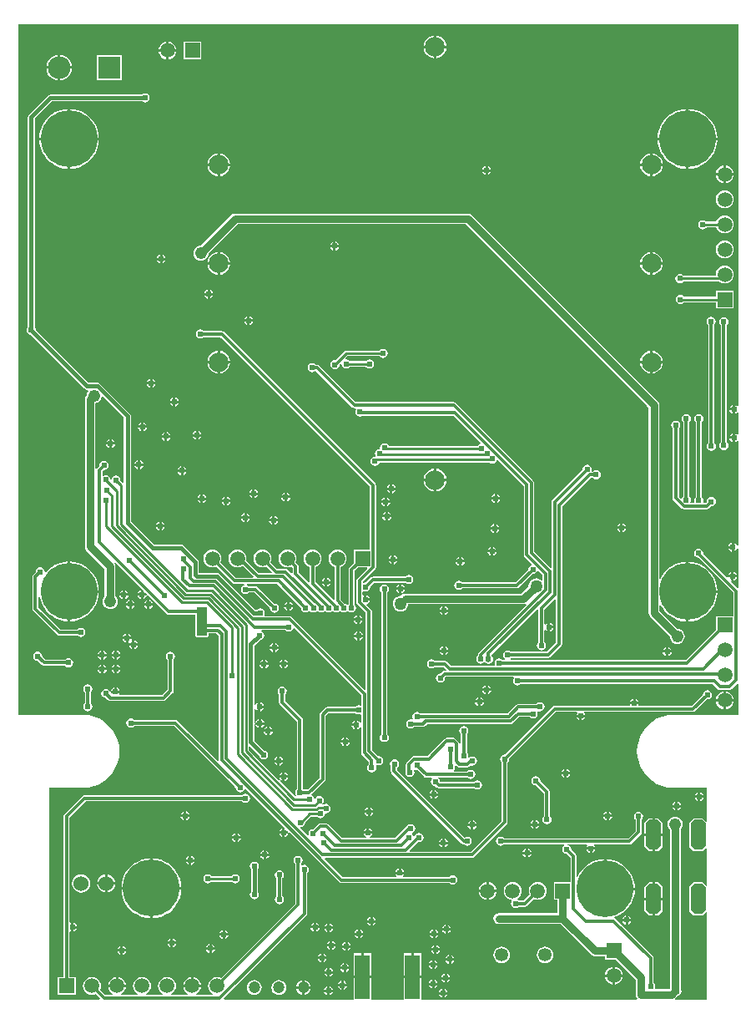
<source format=gbl>
%FSLAX25Y25*%
%MOIN*%
G70*
G01*
G75*
G04 Layer_Physical_Order=2*
G04 Layer_Color=16711680*
%ADD10R,0.02362X0.02362*%
%ADD11R,0.05512X0.02362*%
%ADD12R,0.05315X0.02362*%
%ADD13R,0.03740X0.03150*%
%ADD14R,0.02953X0.03543*%
%ADD15R,0.07087X0.04134*%
%ADD16R,0.03150X0.01969*%
%ADD17R,0.08465X0.09843*%
%ADD18R,0.01969X0.02362*%
%ADD19R,0.18898X0.20315*%
%ADD20O,0.02362X0.13583*%
%ADD21O,0.01772X0.08268*%
%ADD22R,0.05906X0.16142*%
%ADD23R,0.05906X0.17716*%
%ADD24R,0.04134X0.08661*%
%ADD25R,0.05906X0.11024*%
%ADD26R,0.06102X0.02362*%
%ADD27R,0.07087X0.04724*%
%ADD28R,0.03937X0.01181*%
%ADD29R,0.02756X0.01181*%
%ADD30R,0.03150X0.03740*%
%ADD31R,0.03543X0.02953*%
%ADD32O,0.01181X0.03150*%
%ADD33O,0.03150X0.01181*%
%ADD34R,0.04331X0.07480*%
%ADD35R,0.04134X0.07087*%
%ADD36R,0.05709X0.04331*%
%ADD37R,0.04331X0.07480*%
%ADD38O,0.02165X0.06890*%
%ADD39O,0.06890X0.02165*%
%ADD40R,0.00984X0.07087*%
%ADD41R,0.04331X0.05709*%
%ADD42R,0.02362X0.05512*%
%ADD43R,0.07874X0.12992*%
%ADD44R,0.07874X0.09843*%
%ADD45R,0.01969X0.12205*%
%ADD46R,0.09843X0.09843*%
%ADD47O,0.03150X0.01378*%
%ADD48O,0.01378X0.03150*%
%ADD49R,0.07087X0.29528*%
%ADD50R,0.02362X0.04134*%
%ADD51R,0.04134X0.05906*%
%ADD52R,0.13189X0.09646*%
%ADD53R,0.35827X0.42323*%
%ADD54R,0.16339X0.03937*%
%ADD55C,0.01000*%
%ADD56C,0.01200*%
%ADD57C,0.03000*%
%ADD58C,0.04000*%
%ADD59C,0.02000*%
%ADD60C,0.01500*%
%ADD61C,0.00800*%
%ADD62R,0.00653X0.00435*%
%ADD63R,0.02142X0.00344*%
%ADD64R,0.04702X0.00344*%
%ADD65R,0.00286X0.00429*%
%ADD66R,0.00262X0.00395*%
%ADD67R,0.00248X0.00441*%
%ADD68R,0.00441X0.00236*%
%ADD69R,0.00280X0.00186*%
%ADD70R,0.00239X0.00358*%
%ADD71R,0.00239X0.00358*%
%ADD72R,0.00342X0.00386*%
%ADD73R,0.00342X0.00386*%
%ADD74R,0.01705X0.01280*%
%ADD75R,0.01705X0.00581*%
%ADD76R,0.04134X0.11614*%
%ADD77R,0.06299X0.06988*%
%ADD78R,0.07776X0.02559*%
%ADD79R,0.03937X0.04715*%
%ADD80R,0.07569X0.07569*%
G04:AMPARAMS|DCode=81|XSize=120mil|YSize=60mil|CornerRadius=0mil|HoleSize=0mil|Usage=FLASHONLY|Rotation=90.000|XOffset=0mil|YOffset=0mil|HoleType=Round|Shape=Octagon|*
%AMOCTAGOND81*
4,1,8,0.01500,0.06000,-0.01500,0.06000,-0.03000,0.04500,-0.03000,-0.04500,-0.01500,-0.06000,0.01500,-0.06000,0.03000,-0.04500,0.03000,0.04500,0.01500,0.06000,0.0*
%
%ADD81OCTAGOND81*%

%ADD82C,0.04724*%
%ADD83R,0.05906X0.05906*%
%ADD84C,0.05906*%
%ADD85R,0.05906X0.05906*%
%ADD86R,0.09055X0.09055*%
%ADD87C,0.09055*%
%ADD88C,0.22638*%
%ADD89C,0.07874*%
%ADD90C,0.06000*%
%ADD91C,0.05315*%
%ADD92C,0.02400*%
%ADD93C,0.05000*%
%ADD94C,0.04800*%
%ADD95R,0.00613X0.00499*%
G36*
X1470020Y1419303D02*
X1469542Y1419158D01*
X1469506Y1419211D01*
X1468911Y1419609D01*
X1468709Y1419649D01*
Y1417912D01*
Y1416178D01*
X1468911Y1416218D01*
X1469506Y1416616D01*
X1469542Y1416669D01*
X1470020Y1416523D01*
Y1407985D01*
X1469542Y1407839D01*
X1469506Y1407892D01*
X1468911Y1408290D01*
X1468709Y1408330D01*
Y1406594D01*
Y1404859D01*
X1468911Y1404899D01*
X1469506Y1405297D01*
X1469542Y1405350D01*
X1470020Y1405204D01*
Y1363387D01*
X1469523Y1363338D01*
X1469510Y1363399D01*
X1469113Y1363995D01*
X1468517Y1364392D01*
X1468315Y1364433D01*
Y1362696D01*
Y1360961D01*
X1468517Y1361001D01*
X1469113Y1361399D01*
X1469510Y1361994D01*
X1469523Y1362055D01*
X1470020Y1362006D01*
Y1346733D01*
X1469558Y1346542D01*
X1467149Y1348951D01*
X1467385Y1349392D01*
X1467118Y1349445D01*
Y1350681D01*
X1465882D01*
X1465829Y1350948D01*
X1465388Y1350712D01*
X1455935Y1360165D01*
X1455969Y1360335D01*
X1455829Y1361037D01*
X1455432Y1361632D01*
X1454836Y1362030D01*
X1454134Y1362170D01*
X1453432Y1362030D01*
X1452836Y1361632D01*
X1452438Y1361037D01*
X1452299Y1360335D01*
X1452438Y1359632D01*
X1452836Y1359037D01*
X1453432Y1358639D01*
X1454134Y1358499D01*
X1454139Y1358500D01*
X1467969Y1344670D01*
Y1335246D01*
X1461014D01*
Y1329871D01*
X1448967Y1317823D01*
X1379022D01*
X1378877Y1318302D01*
X1379152Y1318486D01*
X1379202Y1318560D01*
X1393898D01*
X1394366Y1318653D01*
X1394763Y1318918D01*
X1394763Y1318918D01*
X1394763Y1318918D01*
X1399237Y1323392D01*
X1399396Y1323630D01*
X1399502Y1323789D01*
X1399595Y1324257D01*
Y1378821D01*
X1411184Y1390410D01*
X1411842D01*
X1411891Y1390336D01*
X1412487Y1389938D01*
X1413189Y1389799D01*
X1413891Y1389938D01*
X1414487Y1390336D01*
X1414884Y1390932D01*
X1415024Y1391634D01*
X1414884Y1392336D01*
X1414487Y1392932D01*
X1413891Y1393329D01*
X1413189Y1393469D01*
X1412487Y1393329D01*
X1411891Y1392932D01*
D01*
X1411570Y1392857D01*
X1411252Y1393244D01*
X1411382Y1393898D01*
X1411243Y1394600D01*
X1410845Y1395195D01*
X1410250Y1395593D01*
X1409547Y1395733D01*
X1408845Y1395593D01*
X1408249Y1395195D01*
X1407852Y1394600D01*
X1407712Y1393898D01*
X1407729Y1393810D01*
X1395706Y1381787D01*
X1395441Y1381390D01*
X1395348Y1380922D01*
Y1354806D01*
X1394886Y1354615D01*
X1388498Y1361002D01*
Y1388387D01*
X1388405Y1388855D01*
X1388140Y1389252D01*
X1357090Y1420302D01*
X1356693Y1420567D01*
X1356225Y1420660D01*
X1317093D01*
X1302538Y1435215D01*
X1302141Y1435481D01*
X1301673Y1435574D01*
X1301151D01*
X1301101Y1435648D01*
X1300506Y1436046D01*
X1299803Y1436186D01*
X1299101Y1436046D01*
X1298505Y1435648D01*
X1298108Y1435053D01*
X1297968Y1434350D01*
X1298108Y1433648D01*
X1298505Y1433053D01*
X1299101Y1432655D01*
X1299803Y1432515D01*
X1300506Y1432655D01*
X1301101Y1433053D01*
X1301522Y1432771D01*
X1315722Y1418572D01*
X1316118Y1418307D01*
X1316587Y1418213D01*
X1317148D01*
X1317384Y1417772D01*
X1317158Y1417435D01*
X1317019Y1416732D01*
X1317158Y1416030D01*
X1317556Y1415435D01*
X1318151Y1415037D01*
X1318854Y1414897D01*
X1319556Y1415037D01*
X1319821Y1415213D01*
X1356172D01*
X1366970Y1404416D01*
X1366825Y1403937D01*
X1366786Y1403929D01*
X1366190Y1403531D01*
X1365961Y1403189D01*
X1330320D01*
X1329939Y1403758D01*
X1329344Y1404156D01*
X1328642Y1404296D01*
X1327939Y1404156D01*
X1327344Y1403758D01*
X1326946Y1403163D01*
X1326807Y1402461D01*
X1326826Y1402365D01*
X1326548Y1401949D01*
X1325898Y1401820D01*
X1325303Y1401422D01*
X1324905Y1400827D01*
X1324765Y1400124D01*
X1324905Y1399422D01*
X1324929Y1399386D01*
X1324903Y1399257D01*
X1324755Y1398899D01*
X1324133Y1398775D01*
X1323538Y1398377D01*
X1323140Y1397782D01*
X1323000Y1397079D01*
X1323140Y1396377D01*
X1323538Y1395782D01*
X1324133Y1395384D01*
X1324835Y1395244D01*
X1325537Y1395384D01*
X1326133Y1395782D01*
X1326531Y1396377D01*
X1326560Y1396524D01*
X1370686D01*
X1371028Y1396296D01*
X1371731Y1396156D01*
X1372433Y1396296D01*
X1373028Y1396693D01*
X1373426Y1397289D01*
X1373434Y1397328D01*
X1373913Y1397473D01*
X1384251Y1387134D01*
Y1359750D01*
X1384344Y1359282D01*
X1384610Y1358885D01*
X1387376Y1356119D01*
X1387230Y1355640D01*
X1387191Y1355633D01*
X1386596Y1355235D01*
X1386198Y1354639D01*
X1386058Y1353937D01*
X1386076Y1353850D01*
X1380989Y1348763D01*
X1359615D01*
X1359565Y1348837D01*
X1358970Y1349235D01*
X1358268Y1349375D01*
X1357565Y1349235D01*
X1356970Y1348837D01*
X1356572Y1348242D01*
X1356433Y1347539D01*
X1356572Y1346837D01*
X1356970Y1346242D01*
X1357565Y1345844D01*
X1358268Y1345704D01*
X1358970Y1345844D01*
X1359565Y1346242D01*
X1359615Y1346316D01*
X1381496D01*
X1381964Y1346409D01*
X1382361Y1346674D01*
X1382361Y1346674D01*
X1382361Y1346674D01*
X1387806Y1352119D01*
X1387894Y1352102D01*
X1388596Y1352242D01*
X1389191Y1352639D01*
X1389589Y1353235D01*
X1389597Y1353274D01*
X1390075Y1353419D01*
X1391748Y1351746D01*
Y1349817D01*
X1391300Y1349595D01*
X1390835Y1349952D01*
X1390081Y1350264D01*
X1389272Y1350371D01*
X1388462Y1350264D01*
X1387708Y1349952D01*
X1387061Y1349455D01*
X1386564Y1348808D01*
X1386251Y1348053D01*
X1386145Y1347244D01*
X1386156Y1347157D01*
X1383267Y1344267D01*
X1336909D01*
X1336090Y1344104D01*
X1335395Y1343640D01*
X1335209Y1343360D01*
X1335039Y1343383D01*
X1334230Y1343276D01*
X1333476Y1342964D01*
X1332828Y1342467D01*
X1332331Y1341819D01*
X1332019Y1341065D01*
X1331913Y1340256D01*
X1332019Y1339447D01*
X1332331Y1338692D01*
X1332828Y1338045D01*
X1333476Y1337548D01*
X1334230Y1337236D01*
X1335039Y1337129D01*
X1335849Y1337236D01*
X1336603Y1337548D01*
X1337250Y1338045D01*
X1337747Y1338692D01*
X1338060Y1339447D01*
X1338130Y1339985D01*
X1384153D01*
X1384973Y1340148D01*
X1384976Y1340150D01*
X1385293Y1339763D01*
X1366229Y1320699D01*
X1365964Y1320302D01*
X1365871Y1319834D01*
Y1319423D01*
X1365797Y1319374D01*
X1365399Y1318778D01*
X1365259Y1318076D01*
X1365399Y1317374D01*
X1365797Y1316778D01*
X1366392Y1316381D01*
X1367094Y1316241D01*
X1367797Y1316381D01*
X1368392Y1316778D01*
X1368850D01*
X1368893Y1316714D01*
X1369488Y1316316D01*
X1370191Y1316177D01*
X1370893Y1316316D01*
X1371488Y1316714D01*
X1371886Y1317309D01*
X1372026Y1318012D01*
X1371886Y1318714D01*
X1371488Y1319310D01*
X1371414Y1319359D01*
Y1319878D01*
X1389555Y1338019D01*
X1390017Y1337827D01*
Y1324772D01*
X1389942Y1324723D01*
X1389545Y1324127D01*
X1389405Y1323425D01*
X1389545Y1322723D01*
X1389942Y1322128D01*
X1390538Y1321730D01*
X1391240Y1321590D01*
X1391943Y1321730D01*
X1392538Y1322128D01*
X1392936Y1322723D01*
X1393075Y1323425D01*
X1392936Y1324127D01*
X1392538Y1324723D01*
X1392464Y1324772D01*
Y1329508D01*
X1392942Y1329654D01*
X1393038Y1329509D01*
X1393634Y1329111D01*
X1393836Y1329071D01*
Y1330806D01*
Y1332543D01*
X1393634Y1332503D01*
X1393038Y1332105D01*
X1392942Y1331961D01*
X1392464Y1332106D01*
Y1337808D01*
X1396686Y1342030D01*
X1397148Y1341839D01*
Y1324764D01*
X1393391Y1321007D01*
X1379202D01*
X1379152Y1321081D01*
X1378557Y1321479D01*
X1377854Y1321619D01*
X1377152Y1321479D01*
X1376557Y1321081D01*
X1376159Y1320486D01*
X1376019Y1319783D01*
X1376159Y1319081D01*
X1376557Y1318486D01*
X1376832Y1318302D01*
X1376687Y1317823D01*
X1375824D01*
X1375774Y1317897D01*
X1375179Y1318295D01*
X1374477Y1318435D01*
X1373774Y1318295D01*
X1373179Y1317897D01*
X1372781Y1317302D01*
X1372641Y1316600D01*
X1372781Y1315897D01*
X1372840Y1315809D01*
X1372604Y1315368D01*
X1355260D01*
X1353621Y1317007D01*
X1353224Y1317272D01*
X1352756Y1317365D01*
X1348788D01*
X1348739Y1317439D01*
X1348143Y1317837D01*
X1347441Y1317977D01*
X1346739Y1317837D01*
X1346143Y1317439D01*
X1345745Y1316844D01*
X1345606Y1316142D01*
X1345745Y1315439D01*
X1346143Y1314844D01*
X1346739Y1314446D01*
X1347441Y1314307D01*
X1348143Y1314446D01*
X1348739Y1314844D01*
X1348788Y1314918D01*
X1352249D01*
X1353277Y1313890D01*
X1353086Y1313428D01*
X1352658D01*
X1352189Y1313335D01*
X1351792Y1313070D01*
X1351072Y1312349D01*
X1350984Y1312367D01*
X1350282Y1312227D01*
X1349687Y1311829D01*
X1349289Y1311234D01*
X1349149Y1310532D01*
X1349289Y1309829D01*
X1349687Y1309234D01*
X1350282Y1308836D01*
X1350984Y1308696D01*
X1351687Y1308836D01*
X1352282Y1309234D01*
X1352680Y1309829D01*
X1352820Y1310532D01*
X1352802Y1310619D01*
X1353164Y1310981D01*
X1380061D01*
X1380297Y1310540D01*
X1380021Y1310127D01*
X1379881Y1309425D01*
X1380021Y1308723D01*
X1380419Y1308127D01*
X1381014Y1307729D01*
X1381717Y1307590D01*
X1382419Y1307729D01*
X1383014Y1308127D01*
X1383064Y1308202D01*
X1459753D01*
X1461832Y1306123D01*
X1462070Y1305964D01*
X1462229Y1305858D01*
X1462697Y1305765D01*
X1464454D01*
X1464487Y1305266D01*
X1464567Y1305276D01*
X1464647Y1305266D01*
X1464678Y1305729D01*
X1464680Y1305765D01*
X1466339D01*
X1466807Y1305858D01*
X1467204Y1306123D01*
X1469558Y1308477D01*
X1470020Y1308286D01*
Y1295885D01*
X1444134D01*
Y1295909D01*
X1441848Y1295729D01*
X1439619Y1295194D01*
X1437501Y1294316D01*
X1435546Y1293119D01*
X1433803Y1291630D01*
X1432314Y1289886D01*
X1431117Y1287932D01*
X1430239Y1285814D01*
X1429704Y1283585D01*
X1429524Y1281299D01*
X1429704Y1279014D01*
X1430239Y1276785D01*
X1431117Y1274667D01*
X1432314Y1272712D01*
X1433803Y1270969D01*
X1435546Y1269480D01*
X1437501Y1268282D01*
X1439619Y1267405D01*
X1441848Y1266870D01*
X1444134Y1266690D01*
Y1266713D01*
X1444134Y1266713D01*
X1457520D01*
Y1253410D01*
X1457058Y1253219D01*
X1455682Y1254595D01*
X1452082D01*
X1450282Y1252795D01*
Y1243195D01*
X1452082Y1241395D01*
X1455682D01*
X1457058Y1242771D01*
X1457520Y1242580D01*
Y1227810D01*
X1457058Y1227619D01*
X1455682Y1228995D01*
X1452082D01*
X1450282Y1227195D01*
Y1217595D01*
X1452082Y1215795D01*
X1455682D01*
X1457058Y1217171D01*
X1457520Y1216980D01*
Y1182224D01*
X1444801D01*
X1444656Y1182702D01*
X1444749Y1182765D01*
X1445733Y1183748D01*
X1446175Y1183836D01*
X1446770Y1184234D01*
X1447168Y1184829D01*
X1447308Y1185532D01*
X1447168Y1186234D01*
X1446925Y1186598D01*
Y1250254D01*
X1447305Y1250751D01*
X1447608Y1251481D01*
X1447711Y1252264D01*
X1447608Y1253047D01*
X1447305Y1253777D01*
X1446825Y1254403D01*
X1446198Y1254884D01*
X1445468Y1255187D01*
X1444685Y1255290D01*
X1443902Y1255187D01*
X1443172Y1254884D01*
X1442545Y1254403D01*
X1442064Y1253777D01*
X1441762Y1253047D01*
X1441659Y1252264D01*
X1441762Y1251481D01*
X1442064Y1250751D01*
X1442545Y1250124D01*
X1442642Y1250050D01*
Y1186714D01*
X1442348Y1186420D01*
X1436862D01*
X1436626Y1186861D01*
X1436637Y1186876D01*
X1436776Y1187579D01*
X1436637Y1188281D01*
X1436239Y1188876D01*
X1436164Y1188926D01*
Y1198819D01*
X1436071Y1199287D01*
X1435806Y1199684D01*
X1421042Y1214448D01*
X1420645Y1214713D01*
X1420177Y1214806D01*
X1420165Y1214905D01*
X1420427Y1214968D01*
X1422160Y1215686D01*
X1423760Y1216666D01*
X1425186Y1217885D01*
X1426405Y1219311D01*
X1427385Y1220911D01*
X1428103Y1222644D01*
X1428541Y1224468D01*
X1428649Y1225839D01*
X1416731D01*
Y1226338D01*
X1416232D01*
Y1238255D01*
X1414862Y1238147D01*
X1413038Y1237709D01*
X1411304Y1236991D01*
X1409705Y1236011D01*
X1408278Y1234793D01*
X1407060Y1233366D01*
X1406080Y1231766D01*
X1405848Y1231207D01*
X1405357Y1231304D01*
Y1239370D01*
X1405264Y1239838D01*
X1405158Y1239997D01*
X1404999Y1240235D01*
X1403196Y1242038D01*
X1403213Y1242126D01*
X1403074Y1242828D01*
X1402676Y1243424D01*
X1402080Y1243822D01*
X1401378Y1243961D01*
X1401567Y1244151D01*
X1409517D01*
X1409752Y1243709D01*
X1409426Y1243222D01*
X1409386Y1243020D01*
X1412858D01*
X1412818Y1243222D01*
X1412420Y1243817D01*
X1412521Y1244151D01*
X1426476D01*
X1426945Y1244244D01*
X1427341Y1244509D01*
X1427341Y1244509D01*
X1427341Y1244509D01*
X1430983Y1248151D01*
X1431248Y1248547D01*
X1431248Y1248547D01*
X1431248Y1248547D01*
X1431342Y1249016D01*
Y1253968D01*
X1431416Y1254017D01*
X1431814Y1254613D01*
X1431953Y1255315D01*
X1431814Y1256017D01*
X1431416Y1256613D01*
X1430820Y1257010D01*
X1430118Y1257150D01*
X1429416Y1257010D01*
X1428820Y1256613D01*
X1428423Y1256017D01*
X1428283Y1255315D01*
X1428423Y1254613D01*
X1428820Y1254017D01*
X1428895Y1253968D01*
Y1249523D01*
X1425970Y1246597D01*
X1376347D01*
X1376298Y1246672D01*
X1375702Y1247070D01*
X1375000Y1247209D01*
X1374298Y1247070D01*
X1373702Y1246672D01*
X1373304Y1246076D01*
X1373165Y1245374D01*
X1373304Y1244672D01*
X1373702Y1244076D01*
X1374298Y1243678D01*
X1375000Y1243539D01*
X1375702Y1243678D01*
X1376298Y1244076D01*
X1376347Y1244151D01*
X1400307D01*
X1400452Y1243672D01*
X1400080Y1243424D01*
X1399682Y1242828D01*
X1399543Y1242126D01*
X1399682Y1241424D01*
X1400080Y1240828D01*
X1400676Y1240430D01*
X1401378Y1240291D01*
X1401466Y1240308D01*
X1402910Y1238863D01*
Y1229163D01*
X1396250D01*
Y1222058D01*
X1397662D01*
Y1216708D01*
X1374213D01*
X1373393Y1216545D01*
X1372699Y1216081D01*
X1372234Y1215386D01*
X1372071Y1214567D01*
X1372234Y1213748D01*
X1372699Y1213053D01*
X1373393Y1212589D01*
X1374213Y1212426D01*
X1398916D01*
X1411084Y1200258D01*
X1411779Y1199794D01*
X1411779Y1199794D01*
X1411779Y1199794D01*
D01*
X1411779Y1199794D01*
X1411779Y1199794D01*
X1412598Y1199631D01*
X1416723D01*
Y1198219D01*
X1420800D01*
X1428935Y1190085D01*
Y1184279D01*
X1429098Y1183459D01*
X1429562Y1182765D01*
X1429655Y1182702D01*
X1429510Y1182224D01*
X1343305D01*
Y1190768D01*
X1336199D01*
Y1182224D01*
X1323305D01*
Y1190768D01*
X1316199D01*
Y1182224D01*
X1264575D01*
X1264384Y1182686D01*
X1297420Y1215723D01*
X1297579Y1215961D01*
X1297686Y1216119D01*
X1297779Y1216588D01*
Y1232905D01*
X1297853Y1232954D01*
X1298251Y1233550D01*
X1298390Y1234252D01*
X1298251Y1234954D01*
X1297853Y1235550D01*
X1297257Y1235948D01*
X1296555Y1236087D01*
X1295853Y1235948D01*
X1295759Y1235885D01*
X1295318Y1236121D01*
Y1236349D01*
X1295392Y1236399D01*
X1295790Y1236994D01*
X1295930Y1237697D01*
X1295790Y1238399D01*
X1295392Y1238995D01*
X1294797Y1239392D01*
X1294094Y1239532D01*
X1293392Y1239392D01*
X1292797Y1238995D01*
X1292399Y1238399D01*
X1292259Y1237697D01*
X1292399Y1236994D01*
X1292797Y1236399D01*
X1292871Y1236349D01*
Y1220507D01*
X1263228Y1190864D01*
X1262660Y1191099D01*
X1261732Y1191221D01*
X1260805Y1191099D01*
X1259941Y1190741D01*
X1259198Y1190172D01*
X1258629Y1189429D01*
X1258271Y1188565D01*
X1258149Y1187638D01*
X1258271Y1186710D01*
X1258629Y1185846D01*
X1259198Y1185104D01*
X1259941Y1184534D01*
X1259984Y1184516D01*
X1259887Y1184026D01*
X1253578D01*
X1253480Y1184516D01*
X1253524Y1184534D01*
X1254266Y1185104D01*
X1254836Y1185846D01*
X1255194Y1186710D01*
X1255250Y1187138D01*
X1248215D01*
X1248271Y1186710D01*
X1248629Y1185846D01*
X1249198Y1185104D01*
X1249941Y1184534D01*
X1249984Y1184516D01*
X1249887Y1184026D01*
X1243577D01*
X1243480Y1184516D01*
X1243524Y1184534D01*
X1244266Y1185104D01*
X1244836Y1185846D01*
X1245194Y1186710D01*
X1245316Y1187638D01*
X1245194Y1188565D01*
X1244836Y1189429D01*
X1244266Y1190172D01*
X1243524Y1190741D01*
X1242660Y1191099D01*
X1241732Y1191221D01*
X1240805Y1191099D01*
X1239941Y1190741D01*
X1239198Y1190172D01*
X1238629Y1189429D01*
X1238271Y1188565D01*
X1238149Y1187638D01*
X1238271Y1186710D01*
X1238629Y1185846D01*
X1239198Y1185104D01*
X1239941Y1184534D01*
X1239985Y1184516D01*
X1239887Y1184026D01*
X1233578D01*
X1233480Y1184516D01*
X1233524Y1184534D01*
X1234266Y1185104D01*
X1234836Y1185846D01*
X1235194Y1186710D01*
X1235316Y1187638D01*
X1235194Y1188565D01*
X1234836Y1189429D01*
X1234266Y1190172D01*
X1233524Y1190741D01*
X1232660Y1191099D01*
X1231732Y1191221D01*
X1230805Y1191099D01*
X1229941Y1190741D01*
X1229198Y1190172D01*
X1228629Y1189429D01*
X1228271Y1188565D01*
X1228149Y1187638D01*
X1228271Y1186710D01*
X1228629Y1185846D01*
X1229198Y1185104D01*
X1229941Y1184534D01*
X1229984Y1184516D01*
X1229887Y1184026D01*
X1223577D01*
X1223480Y1184516D01*
X1223524Y1184534D01*
X1224266Y1185104D01*
X1224836Y1185846D01*
X1225194Y1186710D01*
X1225250Y1187138D01*
X1218215D01*
X1218271Y1186710D01*
X1218629Y1185846D01*
X1219198Y1185104D01*
X1219941Y1184534D01*
X1219985Y1184516D01*
X1219887Y1184026D01*
X1217074D01*
X1214958Y1186142D01*
X1215194Y1186710D01*
X1215316Y1187638D01*
X1215194Y1188565D01*
X1214836Y1189429D01*
X1214266Y1190172D01*
X1213524Y1190741D01*
X1212660Y1191099D01*
X1211732Y1191221D01*
X1210805Y1191099D01*
X1209941Y1190741D01*
X1209198Y1190172D01*
X1208629Y1189429D01*
X1208271Y1188565D01*
X1208149Y1187638D01*
X1208271Y1186710D01*
X1208629Y1185846D01*
X1209198Y1185104D01*
X1209941Y1184534D01*
X1210805Y1184177D01*
X1211732Y1184054D01*
X1212660Y1184177D01*
X1213228Y1184412D01*
X1214954Y1182686D01*
X1214763Y1182224D01*
X1194724D01*
Y1266713D01*
X1208110D01*
X1208110Y1266713D01*
Y1266690D01*
X1210396Y1266870D01*
X1212625Y1267405D01*
X1214743Y1268282D01*
X1216698Y1269480D01*
X1218441Y1270969D01*
X1219930Y1272712D01*
X1221128Y1274667D01*
X1222005Y1276785D01*
X1222540Y1279014D01*
X1222720Y1281299D01*
X1222540Y1283585D01*
X1222005Y1285814D01*
X1221128Y1287932D01*
X1219930Y1289886D01*
X1218441Y1291630D01*
X1216698Y1293119D01*
X1214743Y1294316D01*
X1212625Y1295194D01*
X1210396Y1295729D01*
X1208110Y1295909D01*
Y1295885D01*
X1182224D01*
Y1571516D01*
X1470020D01*
Y1419303D01*
D02*
G37*
%LPC*%
G36*
X1347728Y1263575D02*
X1346492D01*
X1346533Y1263373D01*
X1346931Y1262777D01*
X1347526Y1262379D01*
X1347728Y1262339D01*
Y1263575D01*
D02*
G37*
G36*
X1456067Y1262689D02*
X1454831D01*
Y1261453D01*
X1455033Y1261493D01*
X1455628Y1261891D01*
X1456026Y1262487D01*
X1456067Y1262689D01*
D02*
G37*
G36*
X1453831D02*
X1452595D01*
X1452635Y1262487D01*
X1453033Y1261891D01*
X1453628Y1261493D01*
X1453831Y1261453D01*
Y1262689D01*
D02*
G37*
G36*
X1349964Y1263575D02*
X1348728D01*
Y1262339D01*
X1348931Y1262379D01*
X1349526Y1262777D01*
X1349924Y1263373D01*
X1349964Y1263575D01*
D02*
G37*
G36*
X1454831Y1264925D02*
Y1263689D01*
X1456067D01*
X1456026Y1263891D01*
X1455628Y1264487D01*
X1455033Y1264884D01*
X1454831Y1264925D01*
D02*
G37*
G36*
X1453831D02*
X1453628Y1264884D01*
X1453033Y1264487D01*
X1452635Y1263891D01*
X1452595Y1263689D01*
X1453831D01*
Y1264925D01*
D02*
G37*
G36*
X1347728Y1265811D02*
X1347526Y1265770D01*
X1346931Y1265372D01*
X1346533Y1264777D01*
X1346492Y1264575D01*
X1347728D01*
Y1265811D01*
D02*
G37*
G36*
X1322941Y1258921D02*
Y1257685D01*
X1324177D01*
X1324137Y1257887D01*
X1323739Y1258483D01*
X1323143Y1258881D01*
X1322941Y1258921D01*
D02*
G37*
G36*
X1444776Y1258949D02*
X1443540D01*
X1443580Y1258747D01*
X1443978Y1258151D01*
X1444573Y1257753D01*
X1444776Y1257713D01*
Y1258949D01*
D02*
G37*
G36*
X1249417Y1257346D02*
Y1256110D01*
X1250653D01*
X1250613Y1256313D01*
X1250215Y1256908D01*
X1249620Y1257306D01*
X1249417Y1257346D01*
D02*
G37*
G36*
X1321941Y1258921D02*
X1321739Y1258881D01*
X1321143Y1258483D01*
X1320745Y1257887D01*
X1320705Y1257685D01*
X1321941D01*
Y1258921D01*
D02*
G37*
G36*
X1445776Y1261185D02*
Y1259949D01*
X1447011D01*
X1446971Y1260151D01*
X1446573Y1260746D01*
X1445978Y1261144D01*
X1445776Y1261185D01*
D02*
G37*
G36*
X1273032Y1264434D02*
X1272329Y1264294D01*
X1271734Y1263896D01*
X1271684Y1263822D01*
X1208760D01*
X1208292Y1263729D01*
X1207895Y1263464D01*
X1200672Y1256241D01*
X1200407Y1255844D01*
X1200313Y1255376D01*
Y1191191D01*
X1198180D01*
Y1184085D01*
X1205285D01*
Y1191191D01*
X1202761D01*
Y1209213D01*
X1203201Y1209449D01*
X1203235Y1209426D01*
X1203437Y1209386D01*
Y1211121D01*
Y1212858D01*
X1203235Y1212818D01*
X1203201Y1212795D01*
X1202761Y1213031D01*
Y1254869D01*
X1209267Y1261375D01*
X1271684D01*
X1271734Y1261301D01*
X1272329Y1260903D01*
X1273032Y1260763D01*
X1273734Y1260903D01*
X1274329Y1261301D01*
X1274727Y1261896D01*
X1274867Y1262598D01*
X1274727Y1263301D01*
X1274329Y1263896D01*
X1273734Y1264294D01*
X1273032Y1264434D01*
D02*
G37*
G36*
X1447011Y1258949D02*
X1445776D01*
Y1257713D01*
X1445978Y1257753D01*
X1446573Y1258151D01*
X1446971Y1258747D01*
X1447011Y1258949D01*
D02*
G37*
G36*
X1444776Y1261185D02*
X1444573Y1261144D01*
X1443978Y1260746D01*
X1443580Y1260151D01*
X1443540Y1259949D01*
X1444776D01*
Y1261185D01*
D02*
G37*
G36*
X1348630Y1190122D02*
Y1188886D01*
X1349866D01*
X1349825Y1189088D01*
X1349428Y1189684D01*
X1348832Y1190081D01*
X1348630Y1190122D01*
D02*
G37*
G36*
X1347630D02*
X1347428Y1190081D01*
X1346832Y1189684D01*
X1346434Y1189088D01*
X1346394Y1188886D01*
X1347630D01*
Y1190122D01*
D02*
G37*
G36*
X1354885Y1190248D02*
X1353650D01*
Y1189012D01*
X1353852Y1189052D01*
X1354447Y1189450D01*
X1354845Y1190046D01*
X1354885Y1190248D01*
D02*
G37*
G36*
X1352650D02*
X1351414D01*
X1351454Y1190046D01*
X1351852Y1189450D01*
X1352447Y1189052D01*
X1352650Y1189012D01*
Y1190248D01*
D02*
G37*
G36*
X1314629Y1284736D02*
X1313394D01*
Y1283500D01*
X1313596Y1283541D01*
X1314191Y1283939D01*
X1314589Y1284534D01*
X1314629Y1284736D01*
D02*
G37*
G36*
X1328543Y1347898D02*
X1327841Y1347759D01*
X1327246Y1347361D01*
X1326848Y1346765D01*
X1326708Y1346063D01*
X1326848Y1345361D01*
X1327246Y1344765D01*
X1327320Y1344716D01*
Y1288158D01*
X1327246Y1288109D01*
X1326848Y1287513D01*
X1326708Y1286811D01*
X1326848Y1286109D01*
X1327246Y1285513D01*
X1327841Y1285116D01*
X1328543Y1284976D01*
X1329246Y1285116D01*
X1329841Y1285513D01*
X1330239Y1286109D01*
X1330379Y1286811D01*
X1330239Y1287513D01*
X1329841Y1288109D01*
X1329767Y1288158D01*
Y1344716D01*
X1329841Y1344765D01*
X1330239Y1345361D01*
X1330379Y1346063D01*
X1330239Y1346765D01*
X1329841Y1347361D01*
X1329246Y1347759D01*
X1328543Y1347898D01*
D02*
G37*
G36*
X1360335Y1291304D02*
X1359632Y1291164D01*
X1359037Y1290766D01*
X1358639Y1290171D01*
X1358499Y1289468D01*
X1358639Y1288766D01*
X1359037Y1288171D01*
X1359111Y1288121D01*
Y1281198D01*
X1358710Y1280900D01*
X1358545Y1280950D01*
Y1284313D01*
X1358452Y1284781D01*
X1358186Y1285178D01*
X1357066Y1286298D01*
X1356669Y1286563D01*
X1356201Y1286657D01*
X1353445D01*
X1352977Y1286563D01*
X1352580Y1286298D01*
X1345692Y1279411D01*
X1340491D01*
X1340022Y1279318D01*
X1339625Y1279053D01*
X1337521Y1276948D01*
X1337255Y1276551D01*
X1337162Y1276083D01*
Y1273753D01*
X1337084Y1273635D01*
X1336944Y1272933D01*
X1337084Y1272231D01*
X1337482Y1271635D01*
X1338077Y1271237D01*
X1338780Y1271098D01*
X1339482Y1271237D01*
X1340077Y1271635D01*
X1340475Y1272231D01*
X1340615Y1272933D01*
X1340475Y1273635D01*
X1340347Y1273827D01*
X1340701Y1274180D01*
X1340833Y1274092D01*
X1341535Y1273952D01*
X1341623Y1273970D01*
X1344410Y1271182D01*
X1344410Y1271182D01*
X1344410D01*
X1344410Y1271182D01*
X1344410D01*
X1344411Y1271182D01*
Y1271182D01*
Y1271182D01*
D01*
D01*
X1344411D01*
Y1271182D01*
X1344807Y1270917D01*
X1345276Y1270824D01*
X1347331D01*
X1347563Y1270477D01*
X1347613Y1270383D01*
X1347222Y1269797D01*
X1347082Y1269094D01*
X1347222Y1268392D01*
X1347620Y1267797D01*
X1348215Y1267399D01*
X1348917Y1267259D01*
X1349332Y1266950D01*
D01*
X1349332Y1266950D01*
Y1266950D01*
X1349729Y1266685D01*
X1350197Y1266591D01*
X1364401D01*
X1364450Y1266517D01*
X1365046Y1266119D01*
X1365748Y1265980D01*
X1366450Y1266119D01*
X1367046Y1266517D01*
X1367444Y1267113D01*
X1367583Y1267815D01*
X1367444Y1268517D01*
X1367046Y1269113D01*
X1366450Y1269510D01*
X1365748Y1269650D01*
X1365046Y1269510D01*
X1364450Y1269113D01*
X1364401Y1269038D01*
X1350799D01*
X1350753Y1269094D01*
X1350613Y1269797D01*
X1350215Y1270392D01*
X1349620Y1270790D01*
X1349620Y1270790D01*
X1349620D01*
Y1270790D01*
X1349623Y1270824D01*
X1361743D01*
X1361793Y1270749D01*
X1362388Y1270352D01*
X1363091Y1270212D01*
X1363793Y1270352D01*
X1364388Y1270749D01*
X1364786Y1271345D01*
X1364926Y1272047D01*
X1364786Y1272750D01*
X1364388Y1273345D01*
X1363793Y1273743D01*
X1363091Y1273882D01*
X1362388Y1273743D01*
X1361793Y1273345D01*
X1361743Y1273271D01*
X1356507D01*
X1356276Y1273617D01*
X1356225Y1273712D01*
X1356617Y1274298D01*
X1356756Y1275000D01*
X1356637Y1275602D01*
X1357078Y1275838D01*
X1357599Y1275316D01*
X1357996Y1275051D01*
X1358465Y1274958D01*
X1361811D01*
X1362279Y1275051D01*
X1362676Y1275316D01*
X1362676Y1275316D01*
X1362676Y1275316D01*
X1363117Y1275757D01*
X1363780Y1275625D01*
X1364482Y1275765D01*
X1365077Y1276163D01*
X1365475Y1276758D01*
X1365615Y1277461D01*
X1365475Y1278163D01*
X1365077Y1278758D01*
X1364482Y1279156D01*
X1363780Y1279296D01*
X1363077Y1279156D01*
X1362489Y1278763D01*
X1362073Y1279041D01*
X1362170Y1279528D01*
X1362030Y1280230D01*
X1361632Y1280825D01*
X1361558Y1280875D01*
Y1288121D01*
X1361632Y1288171D01*
X1362030Y1288766D01*
X1362170Y1289468D01*
X1362030Y1290171D01*
X1361632Y1290766D01*
X1361037Y1291164D01*
X1360335Y1291304D01*
D02*
G37*
G36*
X1312394Y1284736D02*
X1311158D01*
X1311198Y1284534D01*
X1311596Y1283939D01*
X1312191Y1283541D01*
X1312394Y1283500D01*
Y1284736D01*
D02*
G37*
G36*
X1400484Y1272039D02*
X1399249D01*
X1399289Y1271837D01*
X1399687Y1271242D01*
X1400282Y1270844D01*
X1400484Y1270804D01*
Y1272039D01*
D02*
G37*
G36*
X1402720D02*
X1401484D01*
Y1270804D01*
X1401687Y1270844D01*
X1402282Y1271242D01*
X1402680Y1271837D01*
X1402720Y1272039D01*
D02*
G37*
G36*
X1348728Y1265811D02*
Y1264575D01*
X1349964D01*
X1349924Y1264777D01*
X1349526Y1265372D01*
X1348931Y1265770D01*
X1348728Y1265811D01*
D02*
G37*
G36*
X1305799Y1192610D02*
X1304563D01*
X1304604Y1192408D01*
X1305002Y1191813D01*
X1305597Y1191415D01*
X1305799Y1191374D01*
Y1192610D01*
D02*
G37*
G36*
X1400484Y1274275D02*
X1400282Y1274235D01*
X1399687Y1273837D01*
X1399289Y1273242D01*
X1399249Y1273039D01*
X1400484D01*
Y1274275D01*
D02*
G37*
G36*
X1401484D02*
Y1273039D01*
X1402720D01*
X1402680Y1273242D01*
X1402282Y1273837D01*
X1401687Y1274235D01*
X1401484Y1274275D01*
D02*
G37*
G36*
X1353650Y1192484D02*
Y1191248D01*
X1354885D01*
X1354845Y1191450D01*
X1354447Y1192046D01*
X1353852Y1192444D01*
X1353650Y1192484D01*
D02*
G37*
G36*
X1352650D02*
X1352447Y1192444D01*
X1351852Y1192046D01*
X1351454Y1191450D01*
X1351414Y1191248D01*
X1352650D01*
Y1192484D01*
D02*
G37*
G36*
X1437882Y1254595D02*
X1436582D01*
Y1248495D01*
X1439682D01*
Y1252795D01*
X1437882Y1254595D01*
D02*
G37*
G36*
X1321525Y1250541D02*
X1321323Y1250501D01*
X1320727Y1250103D01*
X1320329Y1249508D01*
X1320289Y1249306D01*
X1321525D01*
Y1250541D01*
D02*
G37*
G36*
X1269988Y1248586D02*
Y1247350D01*
X1271224D01*
X1271184Y1247553D01*
X1270786Y1248148D01*
X1270191Y1248546D01*
X1269988Y1248586D01*
D02*
G37*
G36*
X1435582Y1254595D02*
X1434282D01*
X1432482Y1252795D01*
Y1248495D01*
X1435582D01*
Y1254595D01*
D02*
G37*
G36*
X1363083Y1251468D02*
X1361847D01*
X1361887Y1251266D01*
X1362285Y1250671D01*
X1362880Y1250273D01*
X1363083Y1250233D01*
Y1251468D01*
D02*
G37*
G36*
X1365318D02*
X1364083D01*
Y1250233D01*
X1364285Y1250273D01*
X1364880Y1250671D01*
X1365278Y1251266D01*
X1365318Y1251468D01*
D02*
G37*
G36*
X1322525Y1250541D02*
Y1249306D01*
X1323761D01*
X1323720Y1249508D01*
X1323323Y1250103D01*
X1322727Y1250501D01*
X1322525Y1250541D01*
D02*
G37*
G36*
X1287795Y1250644D02*
X1287593Y1250603D01*
X1286998Y1250206D01*
X1286600Y1249610D01*
X1286559Y1249408D01*
X1287795D01*
Y1250644D01*
D02*
G37*
G36*
X1271224Y1246350D02*
X1269988D01*
Y1245115D01*
X1270191Y1245155D01*
X1270786Y1245553D01*
X1271184Y1246148D01*
X1271224Y1246350D01*
D02*
G37*
G36*
X1351665Y1246519D02*
X1351463Y1246479D01*
X1350868Y1246081D01*
X1350470Y1245486D01*
X1350430Y1245284D01*
X1351665D01*
Y1246519D01*
D02*
G37*
G36*
X1332677Y1278115D02*
X1331975Y1277975D01*
X1331379Y1277577D01*
X1330982Y1276982D01*
X1330842Y1276280D01*
X1330982Y1275577D01*
X1331158Y1275313D01*
Y1273327D01*
X1331158Y1273327D01*
X1331158D01*
X1331252Y1272859D01*
X1331517Y1272462D01*
X1359470Y1244509D01*
X1359470Y1244509D01*
X1359470D01*
X1359470Y1244509D01*
X1359470D01*
X1359470Y1244509D01*
Y1244509D01*
Y1244509D01*
D01*
D01*
X1359470D01*
Y1244509D01*
X1359866Y1244244D01*
X1360256Y1244166D01*
X1360316Y1244076D01*
X1360912Y1243678D01*
X1361614Y1243539D01*
X1362317Y1243678D01*
X1362912Y1244076D01*
X1363310Y1244672D01*
X1363449Y1245374D01*
X1363310Y1246076D01*
X1362912Y1246672D01*
X1362317Y1247070D01*
X1361614Y1247209D01*
X1360912Y1247070D01*
X1360587Y1246852D01*
X1333605Y1273834D01*
Y1274735D01*
X1333975Y1274982D01*
X1334373Y1275577D01*
X1334512Y1276280D01*
X1334373Y1276982D01*
X1333975Y1277577D01*
X1333379Y1277975D01*
X1332677Y1278115D01*
D02*
G37*
G36*
X1268988Y1246350D02*
X1267752D01*
X1267793Y1246148D01*
X1268190Y1245553D01*
X1268786Y1245155D01*
X1268988Y1245115D01*
Y1246350D01*
D02*
G37*
G36*
X1290031Y1248408D02*
X1288795D01*
Y1247172D01*
X1288998Y1247212D01*
X1289593Y1247610D01*
X1289991Y1248205D01*
X1290031Y1248408D01*
D02*
G37*
G36*
X1268988Y1248586D02*
X1268786Y1248546D01*
X1268190Y1248148D01*
X1267793Y1247553D01*
X1267752Y1247350D01*
X1268988D01*
Y1248586D01*
D02*
G37*
G36*
X1352665Y1246519D02*
Y1245284D01*
X1353901D01*
X1353861Y1245486D01*
X1353463Y1246081D01*
X1352868Y1246479D01*
X1352665Y1246519D01*
D02*
G37*
G36*
X1287795Y1248408D02*
X1286559D01*
X1286600Y1248205D01*
X1286998Y1247610D01*
X1287593Y1247212D01*
X1287795Y1247172D01*
Y1248408D01*
D02*
G37*
G36*
X1250653Y1255110D02*
X1249417D01*
Y1253874D01*
X1249620Y1253915D01*
X1250215Y1254313D01*
X1250613Y1254908D01*
X1250653Y1255110D01*
D02*
G37*
G36*
X1321941Y1256685D02*
X1320705D01*
X1320745Y1256483D01*
X1321143Y1255887D01*
X1321739Y1255490D01*
X1321941Y1255449D01*
Y1256685D01*
D02*
G37*
G36*
X1419551Y1255012D02*
X1418315D01*
Y1253776D01*
X1418517Y1253816D01*
X1419113Y1254214D01*
X1419510Y1254809D01*
X1419551Y1255012D01*
D02*
G37*
G36*
X1248417Y1255110D02*
X1247182D01*
X1247222Y1254908D01*
X1247620Y1254313D01*
X1248215Y1253915D01*
X1248417Y1253874D01*
Y1255110D01*
D02*
G37*
G36*
X1418315Y1257248D02*
Y1256012D01*
X1419551D01*
X1419510Y1256214D01*
X1419113Y1256810D01*
X1418517Y1257207D01*
X1418315Y1257248D01*
D02*
G37*
G36*
X1248417Y1257346D02*
X1248215Y1257306D01*
X1247620Y1256908D01*
X1247222Y1256313D01*
X1247182Y1256110D01*
X1248417D01*
Y1257346D01*
D02*
G37*
G36*
X1324177Y1256685D02*
X1322941D01*
Y1255449D01*
X1323143Y1255490D01*
X1323739Y1255887D01*
X1324137Y1256483D01*
X1324177Y1256685D01*
D02*
G37*
G36*
X1417315Y1257248D02*
X1417113Y1257207D01*
X1416517Y1256810D01*
X1416119Y1256214D01*
X1416079Y1256012D01*
X1417315D01*
Y1257248D01*
D02*
G37*
G36*
X1389075Y1271323D02*
X1388373Y1271184D01*
X1387777Y1270786D01*
X1387379Y1270191D01*
X1387239Y1269488D01*
X1387379Y1268786D01*
X1387777Y1268190D01*
X1388373Y1267793D01*
X1389075Y1267653D01*
X1389162Y1267670D01*
X1392280Y1264552D01*
Y1255383D01*
X1392206Y1255333D01*
X1391808Y1254738D01*
X1391669Y1254035D01*
X1391808Y1253333D01*
X1392206Y1252738D01*
X1392802Y1252340D01*
X1393504Y1252200D01*
X1394206Y1252340D01*
X1394802Y1252738D01*
X1395199Y1253333D01*
X1395339Y1254035D01*
X1395199Y1254738D01*
X1394802Y1255333D01*
X1394727Y1255383D01*
Y1265059D01*
X1394634Y1265527D01*
X1394369Y1265924D01*
X1390893Y1269401D01*
X1390910Y1269488D01*
X1390770Y1270191D01*
X1390372Y1270786D01*
X1389777Y1271184D01*
X1389075Y1271323D01*
D02*
G37*
G36*
X1363083Y1253704D02*
X1362880Y1253664D01*
X1362285Y1253266D01*
X1361887Y1252671D01*
X1361847Y1252468D01*
X1363083D01*
Y1253704D01*
D02*
G37*
G36*
X1388083Y1251567D02*
X1386847D01*
X1386887Y1251365D01*
X1387285Y1250769D01*
X1387880Y1250371D01*
X1388083Y1250331D01*
Y1251567D01*
D02*
G37*
G36*
X1390318D02*
X1389083D01*
Y1250331D01*
X1389285Y1250371D01*
X1389880Y1250769D01*
X1390278Y1251365D01*
X1390318Y1251567D01*
D02*
G37*
G36*
X1389083Y1253803D02*
Y1252567D01*
X1390318D01*
X1390278Y1252769D01*
X1389880Y1253365D01*
X1389285Y1253763D01*
X1389083Y1253803D01*
D02*
G37*
G36*
X1417315Y1255012D02*
X1416079D01*
X1416119Y1254809D01*
X1416517Y1254214D01*
X1417113Y1253816D01*
X1417315Y1253776D01*
Y1255012D01*
D02*
G37*
G36*
X1364083Y1253704D02*
Y1252468D01*
X1365318D01*
X1365278Y1252671D01*
X1364880Y1253266D01*
X1364285Y1253664D01*
X1364083Y1253704D01*
D02*
G37*
G36*
X1388083Y1253803D02*
X1387880Y1253763D01*
X1387285Y1253365D01*
X1386887Y1252769D01*
X1386847Y1252567D01*
X1388083D01*
Y1253803D01*
D02*
G37*
G36*
X1305701Y1187464D02*
X1305499Y1187424D01*
X1304903Y1187026D01*
X1304505Y1186431D01*
X1304465Y1186228D01*
X1305701D01*
Y1187464D01*
D02*
G37*
G36*
X1215347Y1315909D02*
X1215144Y1315869D01*
X1214549Y1315471D01*
X1214151Y1314876D01*
X1214111Y1314673D01*
X1215347D01*
Y1315909D01*
D02*
G37*
G36*
X1347630Y1187886D02*
X1346394D01*
X1346434Y1187683D01*
X1346832Y1187088D01*
X1347428Y1186690D01*
X1347630Y1186650D01*
Y1187886D01*
D02*
G37*
G36*
X1306701Y1187464D02*
Y1186228D01*
X1307937D01*
X1307896Y1186431D01*
X1307498Y1187026D01*
X1306903Y1187424D01*
X1306701Y1187464D01*
D02*
G37*
G36*
X1221858Y1315909D02*
Y1314673D01*
X1223094D01*
X1223054Y1314876D01*
X1222656Y1315471D01*
X1222061Y1315869D01*
X1221858Y1315909D01*
D02*
G37*
G36*
X1190059Y1321127D02*
X1189357Y1320987D01*
X1188761Y1320589D01*
X1188363Y1319994D01*
X1188224Y1319291D01*
X1188363Y1318589D01*
X1188761Y1317994D01*
X1189357Y1317596D01*
X1190059Y1317456D01*
X1190147Y1317474D01*
X1191851Y1315769D01*
X1192248Y1315504D01*
X1192248Y1315504D01*
X1192248Y1315504D01*
D01*
X1192248Y1315503D01*
X1192248Y1315504D01*
X1192717Y1315410D01*
X1201015D01*
X1201064Y1315336D01*
X1201660Y1314938D01*
X1202362Y1314799D01*
X1203065Y1314938D01*
X1203660Y1315336D01*
X1204058Y1315932D01*
X1204198Y1316634D01*
X1204058Y1317336D01*
X1203660Y1317932D01*
X1203065Y1318329D01*
X1202362Y1318469D01*
X1201660Y1318329D01*
X1201064Y1317932D01*
X1201015Y1317857D01*
X1193223D01*
X1191877Y1319204D01*
X1191894Y1319291D01*
X1191755Y1319994D01*
X1191357Y1320589D01*
X1190761Y1320987D01*
X1190059Y1321127D01*
D02*
G37*
G36*
X1216346Y1315909D02*
Y1314673D01*
X1217582D01*
X1217542Y1314876D01*
X1217144Y1315471D01*
X1216549Y1315869D01*
X1216346Y1315909D01*
D02*
G37*
G36*
X1220858D02*
X1220656Y1315869D01*
X1220061Y1315471D01*
X1219663Y1314876D01*
X1219623Y1314673D01*
X1220858D01*
Y1315909D01*
D02*
G37*
G36*
X1369988Y1307543D02*
Y1306307D01*
X1371224D01*
X1371184Y1306509D01*
X1370786Y1307105D01*
X1370191Y1307503D01*
X1369988Y1307543D01*
D02*
G37*
G36*
X1215347Y1313673D02*
X1214111D01*
X1214151Y1313471D01*
X1214549Y1312875D01*
X1215144Y1312478D01*
X1215347Y1312437D01*
Y1313673D01*
D02*
G37*
G36*
X1221661Y1306756D02*
Y1305520D01*
X1222897D01*
X1222857Y1305722D01*
X1222459Y1306317D01*
X1221864Y1306715D01*
X1221661Y1306756D01*
D02*
G37*
G36*
X1368988Y1307543D02*
X1368786Y1307503D01*
X1368190Y1307105D01*
X1367793Y1306509D01*
X1367752Y1306307D01*
X1368988D01*
Y1307543D01*
D02*
G37*
G36*
X1223094Y1313673D02*
X1221858D01*
Y1312437D01*
X1222061Y1312478D01*
X1222656Y1312875D01*
X1223054Y1313471D01*
X1223094Y1313673D01*
D02*
G37*
G36*
X1349866Y1187886D02*
X1348630D01*
Y1186650D01*
X1348832Y1186690D01*
X1349428Y1187088D01*
X1349825Y1187683D01*
X1349866Y1187886D01*
D02*
G37*
G36*
X1217582Y1313673D02*
X1216346D01*
Y1312437D01*
X1216549Y1312478D01*
X1217144Y1312875D01*
X1217542Y1313471D01*
X1217582Y1313673D01*
D02*
G37*
G36*
X1220858D02*
X1219623D01*
X1219663Y1313471D01*
X1220061Y1312875D01*
X1220656Y1312478D01*
X1220858Y1312437D01*
Y1313673D01*
D02*
G37*
G36*
X1351961Y1320957D02*
X1350725D01*
X1350765Y1320754D01*
X1351163Y1320159D01*
X1351758Y1319761D01*
X1351961Y1319721D01*
Y1320957D01*
D02*
G37*
G36*
X1354196D02*
X1352961D01*
Y1319721D01*
X1353163Y1319761D01*
X1353758Y1320159D01*
X1354156Y1320754D01*
X1354196Y1320957D01*
D02*
G37*
G36*
X1441035Y1320661D02*
X1439800D01*
X1439840Y1320459D01*
X1440238Y1319864D01*
X1440833Y1319466D01*
X1441035Y1319426D01*
Y1320661D01*
D02*
G37*
G36*
X1443271D02*
X1442035D01*
Y1319426D01*
X1442238Y1319466D01*
X1442833Y1319864D01*
X1443231Y1320459D01*
X1443271Y1320661D01*
D02*
G37*
G36*
X1220858Y1321421D02*
X1220656Y1321381D01*
X1220061Y1320983D01*
X1219663Y1320387D01*
X1219623Y1320185D01*
X1220858D01*
Y1321421D01*
D02*
G37*
G36*
X1221858D02*
Y1320185D01*
X1223094D01*
X1223054Y1320387D01*
X1222656Y1320983D01*
X1222061Y1321381D01*
X1221858Y1321421D01*
D02*
G37*
G36*
X1215347D02*
X1215144Y1321381D01*
X1214549Y1320983D01*
X1214151Y1320387D01*
X1214111Y1320185D01*
X1215347D01*
Y1321421D01*
D02*
G37*
G36*
X1216346D02*
Y1320185D01*
X1217582D01*
X1217542Y1320387D01*
X1217144Y1320983D01*
X1216549Y1321381D01*
X1216346Y1321421D01*
D02*
G37*
G36*
X1352596Y1186482D02*
Y1185246D01*
X1353832D01*
X1353792Y1185449D01*
X1353394Y1186044D01*
X1352798Y1186442D01*
X1352596Y1186482D01*
D02*
G37*
G36*
X1351596D02*
X1351394Y1186442D01*
X1350798Y1186044D01*
X1350400Y1185449D01*
X1350360Y1185246D01*
X1351596D01*
Y1186482D01*
D02*
G37*
G36*
X1313566Y1187449D02*
X1312331D01*
Y1186213D01*
X1312533Y1186253D01*
X1313128Y1186651D01*
X1313526Y1187247D01*
X1313566Y1187449D01*
D02*
G37*
G36*
X1311331D02*
X1310095D01*
X1310135Y1187247D01*
X1310533Y1186651D01*
X1311128Y1186253D01*
X1311331Y1186213D01*
Y1187449D01*
D02*
G37*
G36*
X1220858Y1319185D02*
X1219623D01*
X1219663Y1318983D01*
X1220061Y1318387D01*
X1220656Y1317990D01*
X1220858Y1317949D01*
Y1319185D01*
D02*
G37*
G36*
X1223094D02*
X1221858D01*
Y1317949D01*
X1222061Y1317990D01*
X1222656Y1318387D01*
X1223054Y1318983D01*
X1223094Y1319185D01*
D02*
G37*
G36*
X1215347D02*
X1214111D01*
X1214151Y1318983D01*
X1214549Y1318387D01*
X1215144Y1317990D01*
X1215347Y1317949D01*
Y1319185D01*
D02*
G37*
G36*
X1217582D02*
X1216346D01*
Y1317949D01*
X1216549Y1317990D01*
X1217144Y1318387D01*
X1217542Y1318983D01*
X1217582Y1319185D01*
D02*
G37*
G36*
X1222232Y1191155D02*
Y1188138D01*
X1225250D01*
X1225194Y1188565D01*
X1224836Y1189429D01*
X1224266Y1190172D01*
X1223524Y1190741D01*
X1222660Y1191099D01*
X1222232Y1191155D01*
D02*
G37*
G36*
X1221232D02*
X1220805Y1191099D01*
X1219941Y1190741D01*
X1219198Y1190172D01*
X1218629Y1189429D01*
X1218271Y1188565D01*
X1218215Y1188138D01*
X1221232D01*
Y1191155D01*
D02*
G37*
G36*
X1251232D02*
X1250805Y1191099D01*
X1249941Y1190741D01*
X1249198Y1190172D01*
X1248629Y1189429D01*
X1248271Y1188565D01*
X1248215Y1188138D01*
X1251232D01*
Y1191155D01*
D02*
G37*
G36*
X1316724Y1293665D02*
X1316522Y1293625D01*
X1315927Y1293227D01*
X1315529Y1292632D01*
X1315489Y1292429D01*
X1316724D01*
Y1293665D01*
D02*
G37*
G36*
X1210138Y1308036D02*
X1209435Y1307896D01*
X1208840Y1307498D01*
X1208442Y1306903D01*
X1208302Y1306201D01*
X1208442Y1305499D01*
X1208840Y1304903D01*
X1208914Y1304854D01*
Y1300363D01*
X1208840Y1300313D01*
X1208442Y1299718D01*
X1208302Y1299016D01*
X1208442Y1298313D01*
X1208840Y1297718D01*
X1209435Y1297320D01*
X1210138Y1297180D01*
X1210840Y1297320D01*
X1211436Y1297718D01*
X1211833Y1298313D01*
X1211973Y1299016D01*
X1211833Y1299718D01*
X1211436Y1300313D01*
X1211361Y1300363D01*
Y1304854D01*
X1211436Y1304903D01*
X1211833Y1305499D01*
X1211973Y1306201D01*
X1211833Y1306903D01*
X1211436Y1307498D01*
X1210840Y1307896D01*
X1210138Y1308036D01*
D02*
G37*
G36*
X1390748Y1300851D02*
X1390046Y1300711D01*
X1389450Y1300313D01*
X1389401Y1300239D01*
X1382087D01*
X1381618Y1300146D01*
X1381221Y1299881D01*
X1377741Y1296401D01*
X1342883D01*
X1342833Y1296475D01*
X1342238Y1296873D01*
X1341535Y1297012D01*
X1340833Y1296873D01*
X1340238Y1296475D01*
X1339840Y1295879D01*
X1339700Y1295177D01*
X1339840Y1294475D01*
X1339914Y1294364D01*
X1339636Y1293948D01*
X1339075Y1294060D01*
X1338373Y1293920D01*
X1337777Y1293522D01*
X1337379Y1292927D01*
X1337239Y1292224D01*
X1337379Y1291522D01*
X1337777Y1290927D01*
X1338373Y1290529D01*
X1339075Y1290389D01*
X1339777Y1290529D01*
X1340372Y1290927D01*
X1340422Y1291001D01*
X1343996D01*
X1344464Y1291094D01*
X1344861Y1291359D01*
X1344861Y1291359D01*
X1344861Y1291359D01*
X1345642Y1292140D01*
X1378979D01*
X1379448Y1292233D01*
X1379845Y1292498D01*
X1379845Y1292498D01*
X1379845Y1292498D01*
X1382383Y1295036D01*
X1386645D01*
X1386694Y1294962D01*
X1387290Y1294564D01*
X1387992Y1294425D01*
X1388694Y1294564D01*
X1389290Y1294962D01*
X1389688Y1295557D01*
X1389827Y1296260D01*
X1389688Y1296962D01*
X1389679Y1296976D01*
X1390032Y1297329D01*
X1390046Y1297320D01*
X1390748Y1297180D01*
X1391450Y1297320D01*
X1392046Y1297718D01*
X1392444Y1298313D01*
X1392583Y1299016D01*
X1392444Y1299718D01*
X1392046Y1300313D01*
X1391450Y1300711D01*
X1390748Y1300851D01*
D02*
G37*
G36*
X1406488Y1294874D02*
X1405252D01*
X1405293Y1294672D01*
X1405690Y1294076D01*
X1406286Y1293678D01*
X1406488Y1293638D01*
Y1294874D01*
D02*
G37*
G36*
X1408724D02*
X1407488D01*
Y1293638D01*
X1407691Y1293678D01*
X1408286Y1294076D01*
X1408684Y1294672D01*
X1408724Y1294874D01*
D02*
G37*
G36*
X1312331Y1189685D02*
Y1188449D01*
X1313566D01*
X1313526Y1188651D01*
X1313128Y1189246D01*
X1312533Y1189644D01*
X1312331Y1189685D01*
D02*
G37*
G36*
X1311331D02*
X1311128Y1189644D01*
X1310533Y1189246D01*
X1310135Y1188651D01*
X1310095Y1188449D01*
X1311331D01*
Y1189685D01*
D02*
G37*
G36*
X1312394Y1286972D02*
X1312191Y1286932D01*
X1311596Y1286534D01*
X1311198Y1285938D01*
X1311158Y1285736D01*
X1312394D01*
Y1286972D01*
D02*
G37*
G36*
X1313394D02*
Y1285736D01*
X1314629D01*
X1314589Y1285938D01*
X1314191Y1286534D01*
X1313596Y1286932D01*
X1313394Y1286972D01*
D02*
G37*
G36*
X1316724Y1291429D02*
X1315489D01*
X1315529Y1291227D01*
X1315927Y1290631D01*
X1316522Y1290234D01*
X1316724Y1290193D01*
Y1291429D01*
D02*
G37*
G36*
X1252232Y1191155D02*
Y1188138D01*
X1255250D01*
X1255194Y1188565D01*
X1254836Y1189429D01*
X1254266Y1190172D01*
X1253524Y1190741D01*
X1252660Y1191099D01*
X1252232Y1191155D01*
D02*
G37*
G36*
X1423793Y1191272D02*
X1420776D01*
Y1188254D01*
X1421203Y1188310D01*
X1422067Y1188668D01*
X1422809Y1189238D01*
X1423379Y1189980D01*
X1423737Y1190844D01*
X1423793Y1191272D01*
D02*
G37*
G36*
X1419776D02*
X1416758D01*
X1416814Y1190844D01*
X1417172Y1189980D01*
X1417742Y1189238D01*
X1418484Y1188668D01*
X1419348Y1188310D01*
X1419776Y1188254D01*
Y1191272D01*
D02*
G37*
G36*
X1464067Y1305210D02*
X1463640Y1305154D01*
X1462775Y1304796D01*
X1462033Y1304227D01*
X1461464Y1303485D01*
X1461106Y1302620D01*
X1461049Y1302193D01*
X1464067D01*
Y1305210D01*
D02*
G37*
G36*
X1465067D02*
Y1302193D01*
X1468085D01*
X1468028Y1302620D01*
X1467670Y1303485D01*
X1467101Y1304227D01*
X1466359Y1304796D01*
X1465494Y1305154D01*
X1465067Y1305210D01*
D02*
G37*
G36*
X1366035Y1302917D02*
X1365833Y1302877D01*
X1365238Y1302479D01*
X1364840Y1301883D01*
X1364800Y1301681D01*
X1366035D01*
Y1302917D01*
D02*
G37*
G36*
X1367035D02*
Y1301681D01*
X1368271D01*
X1368231Y1301883D01*
X1367833Y1302479D01*
X1367238Y1302877D01*
X1367035Y1302917D01*
D02*
G37*
G36*
X1371224Y1305307D02*
X1369988D01*
Y1304071D01*
X1370191Y1304111D01*
X1370786Y1304509D01*
X1371184Y1305105D01*
X1371224Y1305307D01*
D02*
G37*
G36*
X1220661Y1306756D02*
X1220459Y1306715D01*
X1219864Y1306317D01*
X1219466Y1305722D01*
X1219426Y1305520D01*
X1220661D01*
Y1306756D01*
D02*
G37*
G36*
X1243110Y1321028D02*
X1242408Y1320889D01*
X1241813Y1320491D01*
X1241415Y1319895D01*
X1241275Y1319193D01*
X1241415Y1318491D01*
X1241813Y1317895D01*
X1241887Y1317846D01*
Y1305920D01*
X1239810Y1303843D01*
X1223071D01*
X1222835Y1304284D01*
X1222857Y1304317D01*
X1222897Y1304520D01*
X1219425D01*
X1219326Y1305020D01*
X1219385Y1305316D01*
X1218895Y1305218D01*
X1218621Y1305628D01*
X1218025Y1306026D01*
X1217323Y1306166D01*
X1216621Y1306026D01*
X1216025Y1305628D01*
X1215627Y1305033D01*
X1215488Y1304331D01*
X1215627Y1303628D01*
X1216025Y1303033D01*
X1216621Y1302635D01*
X1217323Y1302495D01*
X1217410Y1302513D01*
X1218169Y1301754D01*
X1218566Y1301489D01*
X1219034Y1301396D01*
X1240316D01*
X1240785Y1301489D01*
X1241182Y1301754D01*
X1241182Y1301754D01*
X1241182Y1301754D01*
X1243975Y1304548D01*
X1244241Y1304945D01*
X1244334Y1305413D01*
X1244334Y1305413D01*
X1244334Y1305413D01*
Y1305413D01*
Y1317846D01*
X1244408Y1317895D01*
X1244806Y1318491D01*
X1244946Y1319193D01*
X1244806Y1319895D01*
X1244408Y1320491D01*
X1243813Y1320889D01*
X1243110Y1321028D01*
D02*
G37*
G36*
X1368988Y1305307D02*
X1367752D01*
X1367793Y1305105D01*
X1368190Y1304509D01*
X1368786Y1304111D01*
X1368988Y1304071D01*
Y1305307D01*
D02*
G37*
G36*
X1468085Y1301193D02*
X1465067D01*
Y1298175D01*
X1465494Y1298232D01*
X1466359Y1298590D01*
X1467101Y1299159D01*
X1467670Y1299901D01*
X1468028Y1300766D01*
X1468085Y1301193D01*
D02*
G37*
G36*
X1366035Y1300681D02*
X1364800D01*
X1364840Y1300479D01*
X1365238Y1299883D01*
X1365833Y1299485D01*
X1366035Y1299445D01*
Y1300681D01*
D02*
G37*
G36*
X1296760Y1189930D02*
Y1187508D01*
X1299182D01*
X1299146Y1187781D01*
X1298847Y1188502D01*
X1298372Y1189120D01*
X1297754Y1189595D01*
X1297033Y1189894D01*
X1296760Y1189930D01*
D02*
G37*
G36*
X1464067Y1301193D02*
X1461049D01*
X1461106Y1300766D01*
X1461464Y1299901D01*
X1462033Y1299159D01*
X1462775Y1298590D01*
X1463640Y1298232D01*
X1464067Y1298175D01*
Y1301193D01*
D02*
G37*
G36*
X1427945Y1302326D02*
X1427743Y1302286D01*
X1427147Y1301888D01*
X1426749Y1301293D01*
X1426709Y1301091D01*
X1427945D01*
Y1302326D01*
D02*
G37*
G36*
X1428945D02*
Y1301091D01*
X1430181D01*
X1430140Y1301293D01*
X1429743Y1301888D01*
X1429147Y1302286D01*
X1428945Y1302326D01*
D02*
G37*
G36*
X1368271Y1300681D02*
X1367035D01*
Y1299445D01*
X1367238Y1299485D01*
X1367833Y1299883D01*
X1368231Y1300479D01*
X1368271Y1300681D01*
D02*
G37*
G36*
X1295760Y1189930D02*
X1295487Y1189894D01*
X1294766Y1189595D01*
X1294147Y1189120D01*
X1293672Y1188502D01*
X1293374Y1187781D01*
X1293338Y1187508D01*
X1295760D01*
Y1189930D01*
D02*
G37*
G36*
X1245338Y1204323D02*
X1244102D01*
Y1203087D01*
X1244305Y1203127D01*
X1244900Y1203525D01*
X1245298Y1204121D01*
X1245338Y1204323D01*
D02*
G37*
G36*
X1243102D02*
X1241867D01*
X1241907Y1204121D01*
X1242305Y1203525D01*
X1242900Y1203127D01*
X1243102Y1203087D01*
Y1204323D01*
D02*
G37*
G36*
X1349516Y1203901D02*
Y1202665D01*
X1350752D01*
X1350711Y1202868D01*
X1350313Y1203463D01*
X1349718Y1203861D01*
X1349516Y1203901D01*
D02*
G37*
G36*
X1258654Y1204393D02*
X1258451Y1204353D01*
X1257856Y1203955D01*
X1257458Y1203360D01*
X1257418Y1203158D01*
X1258654D01*
Y1204393D01*
D02*
G37*
G36*
X1313894Y1205185D02*
Y1203949D01*
X1315129D01*
X1315089Y1204151D01*
X1314691Y1204747D01*
X1314096Y1205144D01*
X1313894Y1205185D01*
D02*
G37*
G36*
X1312894D02*
X1312691Y1205144D01*
X1312096Y1204747D01*
X1311698Y1204151D01*
X1311658Y1203949D01*
X1312894D01*
Y1205185D01*
D02*
G37*
G36*
X1259653Y1204393D02*
Y1203158D01*
X1260889D01*
X1260849Y1203360D01*
X1260451Y1203955D01*
X1259856Y1204353D01*
X1259653Y1204393D01*
D02*
G37*
G36*
X1348516Y1203901D02*
X1348313Y1203861D01*
X1347718Y1203463D01*
X1347320Y1202868D01*
X1347280Y1202665D01*
X1348516D01*
Y1203901D01*
D02*
G37*
G36*
X1315129Y1202949D02*
X1313894D01*
Y1201713D01*
X1314096Y1201753D01*
X1314691Y1202151D01*
X1315089Y1202746D01*
X1315129Y1202949D01*
D02*
G37*
G36*
X1312894D02*
X1311658D01*
X1311698Y1202746D01*
X1312096Y1202151D01*
X1312691Y1201753D01*
X1312894Y1201713D01*
Y1202949D01*
D02*
G37*
G36*
X1260889Y1202157D02*
X1259653D01*
Y1200922D01*
X1259856Y1200962D01*
X1260451Y1201360D01*
X1260849Y1201955D01*
X1260889Y1202157D01*
D02*
G37*
G36*
X1306783Y1203339D02*
X1305548D01*
X1305588Y1203136D01*
X1305986Y1202541D01*
X1306581Y1202143D01*
X1306783Y1202103D01*
Y1203339D01*
D02*
G37*
G36*
X1224122Y1203606D02*
Y1202370D01*
X1225358D01*
X1225318Y1202572D01*
X1224920Y1203168D01*
X1224324Y1203566D01*
X1224122Y1203606D01*
D02*
G37*
G36*
X1223122D02*
X1222920Y1203566D01*
X1222324Y1203168D01*
X1221926Y1202572D01*
X1221886Y1202370D01*
X1223122D01*
Y1203606D01*
D02*
G37*
G36*
X1309019Y1203339D02*
X1307784D01*
Y1202103D01*
X1307986Y1202143D01*
X1308581Y1202541D01*
X1308979Y1203136D01*
X1309019Y1203339D01*
D02*
G37*
G36*
X1306783Y1205574D02*
X1306581Y1205534D01*
X1305986Y1205136D01*
X1305588Y1204541D01*
X1305548Y1204339D01*
X1306783D01*
Y1205574D01*
D02*
G37*
G36*
X1355181Y1209835D02*
X1353945D01*
Y1208599D01*
X1354147Y1208639D01*
X1354743Y1209037D01*
X1355140Y1209632D01*
X1355181Y1209835D01*
D02*
G37*
G36*
X1352945D02*
X1351709D01*
X1351749Y1209632D01*
X1352147Y1209037D01*
X1352743Y1208639D01*
X1352945Y1208599D01*
Y1209835D01*
D02*
G37*
G36*
X1350130Y1207949D02*
X1348894D01*
Y1206713D01*
X1349096Y1206753D01*
X1349691Y1207151D01*
X1350089Y1207747D01*
X1350130Y1207949D01*
D02*
G37*
G36*
X1263968Y1209905D02*
X1263766Y1209865D01*
X1263171Y1209467D01*
X1262773Y1208872D01*
X1262733Y1208669D01*
X1263968D01*
Y1209905D01*
D02*
G37*
G36*
X1318894Y1210185D02*
Y1208949D01*
X1320129D01*
X1320089Y1209151D01*
X1319691Y1209746D01*
X1319096Y1210144D01*
X1318894Y1210185D01*
D02*
G37*
G36*
X1317894D02*
X1317691Y1210144D01*
X1317096Y1209746D01*
X1316698Y1209151D01*
X1316658Y1208949D01*
X1317894D01*
Y1210185D01*
D02*
G37*
G36*
X1264968Y1209905D02*
Y1208669D01*
X1266204D01*
X1266164Y1208872D01*
X1265766Y1209467D01*
X1265171Y1209865D01*
X1264968Y1209905D01*
D02*
G37*
G36*
X1347894Y1207949D02*
X1346658D01*
X1346698Y1207747D01*
X1347096Y1207151D01*
X1347691Y1206753D01*
X1347894Y1206713D01*
Y1207949D01*
D02*
G37*
G36*
X1244102Y1206559D02*
Y1205323D01*
X1245338D01*
X1245298Y1205525D01*
X1244900Y1206121D01*
X1244305Y1206518D01*
X1244102Y1206559D01*
D02*
G37*
G36*
X1243102D02*
X1242900Y1206518D01*
X1242305Y1206121D01*
X1241907Y1205525D01*
X1241867Y1205323D01*
X1243102D01*
Y1206559D01*
D02*
G37*
G36*
X1307784Y1205574D02*
Y1204339D01*
X1309019D01*
X1308979Y1204541D01*
X1308581Y1205136D01*
X1307986Y1205534D01*
X1307784Y1205574D01*
D02*
G37*
G36*
X1263968Y1207669D02*
X1262733D01*
X1262773Y1207467D01*
X1263171Y1206872D01*
X1263766Y1206474D01*
X1263968Y1206433D01*
Y1207669D01*
D02*
G37*
G36*
X1320129Y1207949D02*
X1318894D01*
Y1206713D01*
X1319096Y1206753D01*
X1319691Y1207151D01*
X1320089Y1207747D01*
X1320129Y1207949D01*
D02*
G37*
G36*
X1317894D02*
X1316658D01*
X1316698Y1207747D01*
X1317096Y1207151D01*
X1317691Y1206753D01*
X1317894Y1206713D01*
Y1207949D01*
D02*
G37*
G36*
X1266204Y1207669D02*
X1264968D01*
Y1206433D01*
X1265171Y1206474D01*
X1265766Y1206872D01*
X1266164Y1207467D01*
X1266204Y1207669D01*
D02*
G37*
G36*
X1258654Y1202157D02*
X1257418D01*
X1257458Y1201955D01*
X1257856Y1201360D01*
X1258451Y1200962D01*
X1258654Y1200922D01*
Y1202157D01*
D02*
G37*
G36*
X1306799Y1194846D02*
Y1193610D01*
X1308035D01*
X1307995Y1193813D01*
X1307597Y1194408D01*
X1307001Y1194806D01*
X1306799Y1194846D01*
D02*
G37*
G36*
X1305799D02*
X1305597Y1194806D01*
X1305002Y1194408D01*
X1304604Y1193813D01*
X1304563Y1193610D01*
X1305799D01*
Y1194846D01*
D02*
G37*
G36*
X1314433Y1194480D02*
X1313197D01*
Y1193244D01*
X1313399Y1193285D01*
X1313995Y1193683D01*
X1314392Y1194278D01*
X1314433Y1194480D01*
D02*
G37*
G36*
X1347532Y1195760D02*
X1346296D01*
X1346336Y1195557D01*
X1346734Y1194962D01*
X1347329Y1194564D01*
X1347532Y1194524D01*
Y1195760D01*
D02*
G37*
G36*
X1313197Y1196716D02*
Y1195480D01*
X1314433D01*
X1314392Y1195683D01*
X1313995Y1196278D01*
X1313399Y1196676D01*
X1313197Y1196716D01*
D02*
G37*
G36*
X1312197D02*
X1311994Y1196676D01*
X1311399Y1196278D01*
X1311001Y1195683D01*
X1310961Y1195480D01*
X1312197D01*
Y1196716D01*
D02*
G37*
G36*
X1349767Y1195760D02*
X1348532D01*
Y1194524D01*
X1348734Y1194564D01*
X1349329Y1194962D01*
X1349727Y1195557D01*
X1349767Y1195760D01*
D02*
G37*
G36*
X1312197Y1194480D02*
X1310961D01*
X1311001Y1194278D01*
X1311399Y1193683D01*
X1311994Y1193285D01*
X1312197Y1193244D01*
Y1194480D01*
D02*
G37*
G36*
X1323305Y1200726D02*
X1320252D01*
Y1191768D01*
X1323305D01*
Y1200726D01*
D02*
G37*
G36*
X1319252D02*
X1316199D01*
Y1191768D01*
X1319252D01*
Y1200726D01*
D02*
G37*
G36*
X1308035Y1192610D02*
X1306799D01*
Y1191374D01*
X1307001Y1191415D01*
X1307597Y1191813D01*
X1307995Y1192408D01*
X1308035Y1192610D01*
D02*
G37*
G36*
X1339252Y1200726D02*
X1336199D01*
Y1191768D01*
X1339252D01*
Y1200726D01*
D02*
G37*
G36*
X1420776Y1195289D02*
Y1192272D01*
X1423793D01*
X1423737Y1192699D01*
X1423379Y1193563D01*
X1422809Y1194306D01*
X1422067Y1194875D01*
X1421203Y1195233D01*
X1420776Y1195289D01*
D02*
G37*
G36*
X1419776D02*
X1419348Y1195233D01*
X1418484Y1194875D01*
X1417742Y1194306D01*
X1417172Y1193563D01*
X1416814Y1192699D01*
X1416758Y1192272D01*
X1419776D01*
Y1195289D01*
D02*
G37*
G36*
X1343305Y1200726D02*
X1340252D01*
Y1191768D01*
X1343305D01*
Y1200726D01*
D02*
G37*
G36*
X1354224Y1197827D02*
X1352989D01*
X1353029Y1197624D01*
X1353427Y1197029D01*
X1354022Y1196631D01*
X1354224Y1196591D01*
Y1197827D01*
D02*
G37*
G36*
X1304240Y1200653D02*
Y1199417D01*
X1305476D01*
X1305436Y1199620D01*
X1305038Y1200215D01*
X1304443Y1200613D01*
X1304240Y1200653D01*
D02*
G37*
G36*
X1303240D02*
X1303038Y1200613D01*
X1302442Y1200215D01*
X1302045Y1199620D01*
X1302004Y1199417D01*
X1303240D01*
Y1200653D01*
D02*
G37*
G36*
X1355224Y1200063D02*
Y1198827D01*
X1356460D01*
X1356420Y1199029D01*
X1356022Y1199625D01*
X1355427Y1200022D01*
X1355224Y1200063D01*
D02*
G37*
G36*
X1223122Y1201370D02*
X1221886D01*
X1221926Y1201168D01*
X1222324Y1200572D01*
X1222920Y1200175D01*
X1223122Y1200134D01*
Y1201370D01*
D02*
G37*
G36*
X1350752Y1201665D02*
X1349516D01*
Y1200430D01*
X1349718Y1200470D01*
X1350313Y1200868D01*
X1350711Y1201463D01*
X1350752Y1201665D01*
D02*
G37*
G36*
X1348516D02*
X1347280D01*
X1347320Y1201463D01*
X1347718Y1200868D01*
X1348313Y1200470D01*
X1348516Y1200430D01*
Y1201665D01*
D02*
G37*
G36*
X1225358Y1201370D02*
X1224122D01*
Y1200134D01*
X1224324Y1200175D01*
X1224920Y1200572D01*
X1225318Y1201168D01*
X1225358Y1201370D01*
D02*
G37*
G36*
X1354224Y1200063D02*
X1354022Y1200022D01*
X1353427Y1199625D01*
X1353029Y1199029D01*
X1352989Y1198827D01*
X1354224D01*
Y1200063D01*
D02*
G37*
G36*
X1392717Y1203306D02*
X1391866Y1203193D01*
X1391074Y1202865D01*
X1390393Y1202343D01*
X1389871Y1201663D01*
X1389543Y1200870D01*
X1389431Y1200020D01*
X1389543Y1199170D01*
X1389871Y1198377D01*
X1390393Y1197697D01*
X1391074Y1197174D01*
X1391866Y1196846D01*
X1392717Y1196734D01*
X1393567Y1196846D01*
X1394359Y1197174D01*
X1395040Y1197697D01*
X1395562Y1198377D01*
X1395890Y1199170D01*
X1396002Y1200020D01*
X1395890Y1200870D01*
X1395562Y1201663D01*
X1395040Y1202343D01*
X1394359Y1202865D01*
X1393567Y1203193D01*
X1392717Y1203306D01*
D02*
G37*
G36*
X1375394D02*
X1374543Y1203193D01*
X1373751Y1202865D01*
X1373070Y1202343D01*
X1372548Y1201663D01*
X1372220Y1200870D01*
X1372108Y1200020D01*
X1372220Y1199170D01*
X1372548Y1198377D01*
X1373070Y1197697D01*
X1373751Y1197174D01*
X1374543Y1196846D01*
X1375394Y1196734D01*
X1376244Y1196846D01*
X1377036Y1197174D01*
X1377717Y1197697D01*
X1378239Y1198377D01*
X1378567Y1199170D01*
X1378679Y1200020D01*
X1378567Y1200870D01*
X1378239Y1201663D01*
X1377717Y1202343D01*
X1377036Y1202865D01*
X1376244Y1203193D01*
X1375394Y1203306D01*
D02*
G37*
G36*
X1356460Y1197827D02*
X1355224D01*
Y1196591D01*
X1355427Y1196631D01*
X1356022Y1197029D01*
X1356420Y1197624D01*
X1356460Y1197827D01*
D02*
G37*
G36*
X1347532Y1197996D02*
X1347329Y1197955D01*
X1346734Y1197558D01*
X1346336Y1196962D01*
X1346296Y1196760D01*
X1347532D01*
Y1197996D01*
D02*
G37*
G36*
X1305476Y1198417D02*
X1304240D01*
Y1197182D01*
X1304443Y1197222D01*
X1305038Y1197620D01*
X1305436Y1198215D01*
X1305476Y1198417D01*
D02*
G37*
G36*
X1303240D02*
X1302004D01*
X1302045Y1198215D01*
X1302442Y1197620D01*
X1303038Y1197222D01*
X1303240Y1197182D01*
Y1198417D01*
D02*
G37*
G36*
X1348532Y1197996D02*
Y1196760D01*
X1349767D01*
X1349727Y1196962D01*
X1349329Y1197558D01*
X1348734Y1197955D01*
X1348532Y1197996D01*
D02*
G37*
G36*
X1347894Y1210185D02*
X1347691Y1210144D01*
X1347096Y1209746D01*
X1346698Y1209151D01*
X1346658Y1208949D01*
X1347894D01*
Y1210185D01*
D02*
G37*
G36*
X1268996Y1232249D02*
X1268294Y1232109D01*
X1267698Y1231711D01*
X1267581Y1231535D01*
X1259486D01*
X1259369Y1231711D01*
X1258773Y1232109D01*
X1258071Y1232249D01*
X1257368Y1232109D01*
X1256773Y1231711D01*
X1256375Y1231116D01*
X1256236Y1230413D01*
X1256375Y1229711D01*
X1256773Y1229116D01*
X1257368Y1228718D01*
X1258071Y1228578D01*
X1258773Y1228718D01*
X1259369Y1229116D01*
X1259486Y1229292D01*
X1267581D01*
X1267698Y1229116D01*
X1268294Y1228718D01*
X1268996Y1228578D01*
X1269698Y1228718D01*
X1270294Y1229116D01*
X1270692Y1229711D01*
X1270831Y1230413D01*
X1270692Y1231116D01*
X1270294Y1231711D01*
X1269698Y1232109D01*
X1268996Y1232249D01*
D02*
G37*
G36*
X1217902Y1232108D02*
Y1229043D01*
X1220967D01*
X1220909Y1229483D01*
X1220546Y1230359D01*
X1219969Y1231111D01*
X1219217Y1231688D01*
X1218341Y1232051D01*
X1217902Y1232108D01*
D02*
G37*
G36*
X1216902D02*
X1216462Y1232051D01*
X1215586Y1231688D01*
X1214834Y1231111D01*
X1214257Y1230359D01*
X1213894Y1229483D01*
X1213836Y1229043D01*
X1216902D01*
Y1232108D01*
D02*
G37*
G36*
X1334244Y1234511D02*
X1334042Y1234471D01*
X1333446Y1234073D01*
X1333049Y1233478D01*
X1333008Y1233276D01*
X1334244D01*
Y1234511D01*
D02*
G37*
G36*
X1252720Y1237197D02*
X1251484D01*
Y1235961D01*
X1251687Y1236001D01*
X1252282Y1236399D01*
X1252680Y1236994D01*
X1252720Y1237197D01*
D02*
G37*
G36*
X1250484D02*
X1249249D01*
X1249289Y1236994D01*
X1249687Y1236399D01*
X1250282Y1236001D01*
X1250484Y1235961D01*
Y1237197D01*
D02*
G37*
G36*
X1335244Y1234511D02*
Y1233276D01*
X1336480D01*
X1336440Y1233478D01*
X1336042Y1234073D01*
X1335446Y1234471D01*
X1335244Y1234511D01*
D02*
G37*
G36*
X1236012Y1238550D02*
Y1227134D01*
X1247428D01*
X1247320Y1228504D01*
X1246882Y1230328D01*
X1246165Y1232062D01*
X1245184Y1233661D01*
X1243966Y1235088D01*
X1242539Y1236306D01*
X1240940Y1237286D01*
X1239206Y1238004D01*
X1237382Y1238442D01*
X1236012Y1238550D01*
D02*
G37*
G36*
X1220967Y1228043D02*
X1217902D01*
Y1224978D01*
X1218341Y1225036D01*
X1219217Y1225399D01*
X1219969Y1225976D01*
X1220546Y1226728D01*
X1220909Y1227604D01*
X1220967Y1228043D01*
D02*
G37*
G36*
X1216902D02*
X1213836D01*
X1213894Y1227604D01*
X1214257Y1226728D01*
X1214834Y1225976D01*
X1215586Y1225399D01*
X1216462Y1225036D01*
X1216902Y1224978D01*
Y1228043D01*
D02*
G37*
G36*
X1207402Y1232174D02*
X1206462Y1232051D01*
X1205586Y1231688D01*
X1204834Y1231111D01*
X1204257Y1230359D01*
X1203894Y1229483D01*
X1203771Y1228543D01*
X1203894Y1227604D01*
X1204257Y1226728D01*
X1204834Y1225976D01*
X1205586Y1225399D01*
X1206462Y1225036D01*
X1207402Y1224912D01*
X1208341Y1225036D01*
X1209217Y1225399D01*
X1209969Y1225976D01*
X1210546Y1226728D01*
X1210909Y1227604D01*
X1211033Y1228543D01*
X1210909Y1229483D01*
X1210546Y1230359D01*
X1209969Y1231111D01*
X1209217Y1231688D01*
X1208341Y1232051D01*
X1207402Y1232174D01*
D02*
G37*
G36*
X1369303Y1229128D02*
X1368876Y1229072D01*
X1368011Y1228714D01*
X1367269Y1228144D01*
X1366700Y1227402D01*
X1366342Y1226538D01*
X1366286Y1226110D01*
X1369303D01*
Y1229128D01*
D02*
G37*
G36*
X1235012Y1238550D02*
X1233642Y1238442D01*
X1231817Y1238004D01*
X1230084Y1237286D01*
X1228484Y1236306D01*
X1227058Y1235088D01*
X1225839Y1233661D01*
X1224859Y1232062D01*
X1224141Y1230328D01*
X1223703Y1228504D01*
X1223595Y1227134D01*
X1235012D01*
Y1238550D01*
D02*
G37*
G36*
X1417232Y1238255D02*
Y1226839D01*
X1428649D01*
X1428541Y1228209D01*
X1428103Y1230033D01*
X1427385Y1231766D01*
X1426405Y1233366D01*
X1425186Y1234793D01*
X1423760Y1236011D01*
X1422160Y1236991D01*
X1420427Y1237709D01*
X1418603Y1238147D01*
X1417232Y1238255D01*
D02*
G37*
G36*
X1370303Y1229128D02*
Y1226110D01*
X1373321D01*
X1373264Y1226538D01*
X1372906Y1227402D01*
X1372337Y1228144D01*
X1371595Y1228714D01*
X1370731Y1229072D01*
X1370303Y1229128D01*
D02*
G37*
G36*
X1250484Y1239433D02*
X1250282Y1239392D01*
X1249687Y1238995D01*
X1249289Y1238399D01*
X1249249Y1238197D01*
X1250484D01*
Y1239433D01*
D02*
G37*
G36*
X1386032Y1242484D02*
Y1241248D01*
X1387267D01*
X1387227Y1241450D01*
X1386829Y1242046D01*
X1386234Y1242444D01*
X1386032Y1242484D01*
D02*
G37*
G36*
X1385032D02*
X1384829Y1242444D01*
X1384234Y1242046D01*
X1383836Y1241450D01*
X1383796Y1241248D01*
X1385032D01*
Y1242484D01*
D02*
G37*
G36*
X1412858Y1242020D02*
X1411622D01*
Y1240784D01*
X1411824Y1240824D01*
X1412420Y1241222D01*
X1412818Y1241817D01*
X1412858Y1242020D01*
D02*
G37*
G36*
X1435582Y1247495D02*
X1432482D01*
Y1243195D01*
X1434282Y1241395D01*
X1435582D01*
Y1247495D01*
D02*
G37*
G36*
X1353901Y1244283D02*
X1352665D01*
Y1243048D01*
X1352868Y1243088D01*
X1353463Y1243486D01*
X1353861Y1244081D01*
X1353901Y1244283D01*
D02*
G37*
G36*
X1351665D02*
X1350430D01*
X1350470Y1244081D01*
X1350868Y1243486D01*
X1351463Y1243088D01*
X1351665Y1243048D01*
Y1244283D01*
D02*
G37*
G36*
X1439682Y1247495D02*
X1436582D01*
Y1241395D01*
X1437882D01*
X1439682Y1243195D01*
Y1247495D01*
D02*
G37*
G36*
X1410622Y1242020D02*
X1409386D01*
X1409426Y1241817D01*
X1409824Y1241222D01*
X1410420Y1240824D01*
X1410622Y1240784D01*
Y1242020D01*
D02*
G37*
G36*
X1282535Y1239497D02*
X1281299D01*
Y1238261D01*
X1281501Y1238301D01*
X1282097Y1238699D01*
X1282495Y1239294D01*
X1282535Y1239497D01*
D02*
G37*
G36*
X1280299D02*
X1279063D01*
X1279104Y1239294D01*
X1279502Y1238699D01*
X1280097Y1238301D01*
X1280299Y1238261D01*
Y1239497D01*
D02*
G37*
G36*
X1251484Y1239433D02*
Y1238197D01*
X1252720D01*
X1252680Y1238399D01*
X1252282Y1238995D01*
X1251687Y1239392D01*
X1251484Y1239433D01*
D02*
G37*
G36*
X1385032Y1240248D02*
X1383796D01*
X1383836Y1240046D01*
X1384234Y1239450D01*
X1384829Y1239052D01*
X1385032Y1239012D01*
Y1240248D01*
D02*
G37*
G36*
X1281299Y1241732D02*
Y1240497D01*
X1282535D01*
X1282495Y1240699D01*
X1282097Y1241294D01*
X1281501Y1241692D01*
X1281299Y1241732D01*
D02*
G37*
G36*
X1280299D02*
X1280097Y1241692D01*
X1279502Y1241294D01*
X1279104Y1240699D01*
X1279063Y1240497D01*
X1280299D01*
Y1241732D01*
D02*
G37*
G36*
X1387267Y1240248D02*
X1386032D01*
Y1239012D01*
X1386234Y1239052D01*
X1386829Y1239450D01*
X1387227Y1240046D01*
X1387267Y1240248D01*
D02*
G37*
G36*
X1437882Y1228995D02*
X1436582D01*
Y1222895D01*
X1439682D01*
Y1227195D01*
X1437882Y1228995D01*
D02*
G37*
G36*
X1204437Y1212858D02*
Y1211622D01*
X1205673D01*
X1205633Y1211824D01*
X1205235Y1212420D01*
X1204639Y1212818D01*
X1204437Y1212858D01*
D02*
G37*
G36*
X1306799Y1212563D02*
Y1211327D01*
X1308035D01*
X1307995Y1211529D01*
X1307597Y1212125D01*
X1307001Y1212522D01*
X1306799Y1212563D01*
D02*
G37*
G36*
X1305799D02*
X1305597Y1212522D01*
X1305002Y1212125D01*
X1304604Y1211529D01*
X1304563Y1211327D01*
X1305799D01*
Y1212563D01*
D02*
G37*
G36*
X1322894Y1212949D02*
X1321658D01*
X1321698Y1212747D01*
X1322096Y1212151D01*
X1322691Y1211753D01*
X1322894Y1211713D01*
Y1212949D01*
D02*
G37*
G36*
X1301386Y1212956D02*
Y1211720D01*
X1302622D01*
X1302581Y1211923D01*
X1302184Y1212518D01*
X1301588Y1212916D01*
X1301386Y1212956D01*
D02*
G37*
G36*
X1300386D02*
X1300183Y1212916D01*
X1299588Y1212518D01*
X1299190Y1211923D01*
X1299150Y1211720D01*
X1300386D01*
Y1212956D01*
D02*
G37*
G36*
X1325130Y1212949D02*
X1323894D01*
Y1211713D01*
X1324096Y1211753D01*
X1324691Y1212151D01*
X1325089Y1212747D01*
X1325130Y1212949D01*
D02*
G37*
G36*
X1353945Y1212070D02*
Y1210835D01*
X1355181D01*
X1355140Y1211037D01*
X1354743Y1211632D01*
X1354147Y1212030D01*
X1353945Y1212070D01*
D02*
G37*
G36*
X1308035Y1210327D02*
X1306799D01*
Y1209091D01*
X1307001Y1209131D01*
X1307597Y1209529D01*
X1307995Y1210124D01*
X1308035Y1210327D01*
D02*
G37*
G36*
X1305799D02*
X1304563D01*
X1304604Y1210124D01*
X1305002Y1209529D01*
X1305597Y1209131D01*
X1305799Y1209091D01*
Y1210327D01*
D02*
G37*
G36*
X1348894Y1210185D02*
Y1208949D01*
X1350130D01*
X1350089Y1209151D01*
X1349691Y1209746D01*
X1349096Y1210144D01*
X1348894Y1210185D01*
D02*
G37*
G36*
X1205673Y1210622D02*
X1204437D01*
Y1209386D01*
X1204639Y1209426D01*
X1205235Y1209824D01*
X1205633Y1210420D01*
X1205673Y1210622D01*
D02*
G37*
G36*
X1352945Y1212070D02*
X1352743Y1212030D01*
X1352147Y1211632D01*
X1351749Y1211037D01*
X1351709Y1210835D01*
X1352945D01*
Y1212070D01*
D02*
G37*
G36*
X1302622Y1210721D02*
X1301386D01*
Y1209485D01*
X1301588Y1209525D01*
X1302184Y1209923D01*
X1302581Y1210518D01*
X1302622Y1210721D01*
D02*
G37*
G36*
X1300386D02*
X1299150D01*
X1299190Y1210518D01*
X1299588Y1209923D01*
X1300183Y1209525D01*
X1300386Y1209485D01*
Y1210721D01*
D02*
G37*
G36*
X1424894Y1213476D02*
X1423658D01*
X1423698Y1213274D01*
X1424096Y1212679D01*
X1424691Y1212281D01*
X1424894Y1212241D01*
Y1213476D01*
D02*
G37*
G36*
X1389803Y1229194D02*
X1388876Y1229072D01*
X1388011Y1228714D01*
X1387269Y1228144D01*
X1386700Y1227402D01*
X1386342Y1226538D01*
X1386220Y1225610D01*
X1386342Y1224683D01*
X1386577Y1224115D01*
X1384158Y1221696D01*
X1382252D01*
X1382203Y1221770D01*
X1381607Y1222168D01*
X1381575Y1222499D01*
X1381595Y1222507D01*
X1382337Y1223077D01*
X1382906Y1223819D01*
X1383264Y1224683D01*
X1383387Y1225610D01*
X1383264Y1226538D01*
X1382906Y1227402D01*
X1382337Y1228144D01*
X1381595Y1228714D01*
X1380731Y1229072D01*
X1379803Y1229194D01*
X1378876Y1229072D01*
X1378011Y1228714D01*
X1377269Y1228144D01*
X1376700Y1227402D01*
X1376342Y1226538D01*
X1376220Y1225610D01*
X1376342Y1224683D01*
X1376700Y1223819D01*
X1377269Y1223077D01*
X1378011Y1222507D01*
X1378876Y1222149D01*
X1379312Y1222092D01*
X1379518Y1221636D01*
X1379210Y1221175D01*
X1379070Y1220472D01*
X1379210Y1219770D01*
X1379607Y1219175D01*
X1380203Y1218777D01*
X1380905Y1218637D01*
X1381607Y1218777D01*
X1382203Y1219175D01*
X1382252Y1219249D01*
X1384665D01*
X1385133Y1219342D01*
X1385530Y1219607D01*
X1385530Y1219607D01*
X1385530Y1219607D01*
X1388307Y1222384D01*
X1388876Y1222149D01*
X1389803Y1222027D01*
X1390731Y1222149D01*
X1391595Y1222507D01*
X1392337Y1223077D01*
X1392906Y1223819D01*
X1393264Y1224683D01*
X1393386Y1225610D01*
X1393264Y1226538D01*
X1392906Y1227402D01*
X1392337Y1228144D01*
X1391595Y1228714D01*
X1390731Y1229072D01*
X1389803Y1229194D01*
D02*
G37*
G36*
X1286614Y1233823D02*
X1285912Y1233684D01*
X1285316Y1233286D01*
X1284919Y1232691D01*
X1284779Y1231988D01*
X1284919Y1231286D01*
X1285316Y1230690D01*
X1285391Y1230641D01*
Y1223394D01*
X1285316Y1223345D01*
X1284919Y1222750D01*
X1284779Y1222047D01*
X1284919Y1221345D01*
X1285316Y1220749D01*
X1285912Y1220352D01*
X1286614Y1220212D01*
X1287317Y1220352D01*
X1287912Y1220749D01*
X1288310Y1221345D01*
X1288449Y1222047D01*
X1288310Y1222750D01*
X1287912Y1223345D01*
X1287838Y1223394D01*
Y1230641D01*
X1287912Y1230690D01*
X1288310Y1231286D01*
X1288449Y1231988D01*
X1288310Y1232691D01*
X1287912Y1233286D01*
X1287317Y1233684D01*
X1286614Y1233823D01*
D02*
G37*
G36*
X1439682Y1221895D02*
X1436582D01*
Y1215795D01*
X1437882D01*
X1439682Y1217595D01*
Y1221895D01*
D02*
G37*
G36*
X1369303Y1225110D02*
X1366286D01*
X1366342Y1224683D01*
X1366700Y1223819D01*
X1367269Y1223077D01*
X1368011Y1222507D01*
X1368876Y1222149D01*
X1369303Y1222093D01*
Y1225110D01*
D02*
G37*
G36*
X1435582Y1228995D02*
X1434282D01*
X1432482Y1227195D01*
Y1222895D01*
X1435582D01*
Y1228995D01*
D02*
G37*
G36*
X1276575Y1237268D02*
X1275873Y1237129D01*
X1275277Y1236731D01*
X1274879Y1236135D01*
X1274739Y1235433D01*
X1274879Y1234731D01*
X1275198Y1234253D01*
Y1225196D01*
X1274879Y1224718D01*
X1274739Y1224016D01*
X1274879Y1223313D01*
X1275277Y1222718D01*
X1275873Y1222320D01*
X1276575Y1222180D01*
X1277277Y1222320D01*
X1277872Y1222718D01*
X1278270Y1223313D01*
X1278410Y1224016D01*
X1278270Y1224718D01*
X1277951Y1225196D01*
Y1234253D01*
X1278270Y1234731D01*
X1278410Y1235433D01*
X1278270Y1236135D01*
X1277872Y1236731D01*
X1277277Y1237129D01*
X1276575Y1237268D01*
D02*
G37*
G36*
X1373321Y1225110D02*
X1370303D01*
Y1222093D01*
X1370731Y1222149D01*
X1371595Y1222507D01*
X1372337Y1223077D01*
X1372906Y1223819D01*
X1373264Y1224683D01*
X1373321Y1225110D01*
D02*
G37*
G36*
X1435582Y1221895D02*
X1432482D01*
Y1217595D01*
X1434282Y1215795D01*
X1435582D01*
Y1221895D01*
D02*
G37*
G36*
X1323894Y1215185D02*
Y1213949D01*
X1325130D01*
X1325089Y1214151D01*
X1324691Y1214746D01*
X1324096Y1215144D01*
X1323894Y1215185D01*
D02*
G37*
G36*
X1322894D02*
X1322691Y1215144D01*
X1322096Y1214746D01*
X1321698Y1214151D01*
X1321658Y1213949D01*
X1322894D01*
Y1215185D01*
D02*
G37*
G36*
X1427129Y1213476D02*
X1425894D01*
Y1212241D01*
X1426096Y1212281D01*
X1426691Y1212679D01*
X1427089Y1213274D01*
X1427129Y1213476D01*
D02*
G37*
G36*
X1424894Y1215712D02*
X1424691Y1215672D01*
X1424096Y1215274D01*
X1423698Y1214679D01*
X1423658Y1214476D01*
X1424894D01*
Y1215712D01*
D02*
G37*
G36*
X1247428Y1226134D02*
X1236012D01*
Y1214717D01*
X1237382Y1214825D01*
X1239206Y1215263D01*
X1240940Y1215981D01*
X1242539Y1216961D01*
X1243966Y1218180D01*
X1245184Y1219606D01*
X1246165Y1221206D01*
X1246882Y1222939D01*
X1247320Y1224764D01*
X1247428Y1226134D01*
D02*
G37*
G36*
X1235012D02*
X1223595D01*
X1223703Y1224764D01*
X1224141Y1222939D01*
X1224859Y1221206D01*
X1225839Y1219606D01*
X1227058Y1218180D01*
X1228484Y1216961D01*
X1230084Y1215981D01*
X1231817Y1215263D01*
X1233642Y1214825D01*
X1235012Y1214717D01*
Y1226134D01*
D02*
G37*
G36*
X1425894Y1215712D02*
Y1214476D01*
X1427129D01*
X1427089Y1214679D01*
X1426691Y1215274D01*
X1426096Y1215672D01*
X1425894Y1215712D01*
D02*
G37*
G36*
X1246421Y1420169D02*
X1245185D01*
Y1418933D01*
X1245387Y1418974D01*
X1245983Y1419372D01*
X1246381Y1419967D01*
X1246421Y1420169D01*
D02*
G37*
G36*
X1244185D02*
X1242949D01*
X1242990Y1419967D01*
X1243387Y1419372D01*
X1243983Y1418974D01*
X1244185Y1418933D01*
Y1420169D01*
D02*
G37*
G36*
X1467709Y1419649D02*
X1467506Y1419609D01*
X1466911Y1419211D01*
X1466513Y1418616D01*
X1466473Y1418413D01*
X1467709D01*
Y1419649D01*
D02*
G37*
G36*
X1244185Y1422405D02*
X1243983Y1422365D01*
X1243387Y1421967D01*
X1242990Y1421372D01*
X1242949Y1421169D01*
X1244185D01*
Y1422405D01*
D02*
G37*
G36*
X1237169Y1427748D02*
X1235933D01*
Y1426512D01*
X1236135Y1426552D01*
X1236731Y1426950D01*
X1237129Y1427546D01*
X1237169Y1427748D01*
D02*
G37*
G36*
X1234933D02*
X1233697D01*
X1233737Y1427546D01*
X1234135Y1426950D01*
X1234731Y1426552D01*
X1234933Y1426512D01*
Y1427748D01*
D02*
G37*
G36*
X1245185Y1422405D02*
Y1421169D01*
X1246421D01*
X1246381Y1421372D01*
X1245983Y1421967D01*
X1245387Y1422365D01*
X1245185Y1422405D01*
D02*
G37*
G36*
X1467709Y1417413D02*
X1466473D01*
X1466513Y1417211D01*
X1466911Y1416616D01*
X1467506Y1416218D01*
X1467709Y1416178D01*
Y1417413D01*
D02*
G37*
G36*
X1254240Y1409118D02*
Y1407882D01*
X1255476D01*
X1255436Y1408084D01*
X1255038Y1408680D01*
X1254443Y1409077D01*
X1254240Y1409118D01*
D02*
G37*
G36*
X1253240D02*
X1253038Y1409077D01*
X1252442Y1408680D01*
X1252045Y1408084D01*
X1252004Y1407882D01*
X1253240D01*
Y1409118D01*
D02*
G37*
G36*
X1241839Y1408724D02*
Y1407488D01*
X1243074D01*
X1243034Y1407691D01*
X1242636Y1408286D01*
X1242041Y1408684D01*
X1241839Y1408724D01*
D02*
G37*
G36*
X1231390Y1410425D02*
X1230154D01*
X1230194Y1410223D01*
X1230592Y1409628D01*
X1231187Y1409230D01*
X1231390Y1409189D01*
Y1410425D01*
D02*
G37*
G36*
X1232390Y1412661D02*
Y1411425D01*
X1233626D01*
X1233585Y1411627D01*
X1233187Y1412223D01*
X1232592Y1412621D01*
X1232390Y1412661D01*
D02*
G37*
G36*
X1231390D02*
X1231187Y1412621D01*
X1230592Y1412223D01*
X1230194Y1411627D01*
X1230154Y1411425D01*
X1231390D01*
Y1412661D01*
D02*
G37*
G36*
X1233626Y1410425D02*
X1232390D01*
Y1409189D01*
X1232592Y1409230D01*
X1233187Y1409628D01*
X1233585Y1410223D01*
X1233626Y1410425D01*
D02*
G37*
G36*
X1234933Y1429984D02*
X1234731Y1429944D01*
X1234135Y1429546D01*
X1233737Y1428950D01*
X1233697Y1428748D01*
X1234933D01*
Y1429984D01*
D02*
G37*
G36*
X1273811Y1452650D02*
X1272575D01*
X1272616Y1452447D01*
X1273013Y1451852D01*
X1273609Y1451454D01*
X1273811Y1451414D01*
Y1452650D01*
D02*
G37*
G36*
X1328083Y1441926D02*
X1327381Y1441787D01*
X1326785Y1441389D01*
X1326668Y1441213D01*
X1313319D01*
X1313319Y1441213D01*
X1312890Y1441127D01*
X1312526Y1440884D01*
X1309066Y1437424D01*
X1308858Y1437465D01*
X1308156Y1437325D01*
X1307561Y1436928D01*
X1307163Y1436332D01*
X1307023Y1435630D01*
X1307163Y1434928D01*
X1307561Y1434332D01*
X1308156Y1433934D01*
X1308858Y1433795D01*
X1309561Y1433934D01*
X1310156Y1434332D01*
X1310554Y1434928D01*
X1310693Y1435630D01*
X1310652Y1435838D01*
X1311063Y1436248D01*
X1311504Y1436012D01*
X1311481Y1435897D01*
X1311620Y1435194D01*
X1312018Y1434599D01*
X1312613Y1434201D01*
X1313316Y1434062D01*
X1314018Y1434201D01*
X1314614Y1434599D01*
X1314731Y1434775D01*
X1321189D01*
X1321306Y1434599D01*
X1321902Y1434201D01*
X1322604Y1434062D01*
X1323306Y1434201D01*
X1323902Y1434599D01*
X1324300Y1435194D01*
X1324439Y1435897D01*
X1324300Y1436599D01*
X1323902Y1437195D01*
X1323306Y1437592D01*
X1322604Y1437732D01*
X1321902Y1437592D01*
X1321306Y1437195D01*
X1321189Y1437018D01*
X1314731D01*
X1314614Y1437195D01*
X1314018Y1437592D01*
X1313316Y1437732D01*
X1313200Y1437709D01*
X1312965Y1438150D01*
X1313784Y1438970D01*
X1326668D01*
X1326785Y1438793D01*
X1327381Y1438396D01*
X1328083Y1438256D01*
X1328786Y1438396D01*
X1329381Y1438793D01*
X1329779Y1439389D01*
X1329918Y1440091D01*
X1329779Y1440793D01*
X1329381Y1441389D01*
X1328786Y1441787D01*
X1328083Y1441926D01*
D02*
G37*
G36*
X1435736Y1441125D02*
Y1437114D01*
X1439746D01*
X1439656Y1437799D01*
X1439199Y1438902D01*
X1438472Y1439850D01*
X1437524Y1440577D01*
X1436421Y1441034D01*
X1435736Y1441125D01*
D02*
G37*
G36*
X1276047Y1452650D02*
X1274811D01*
Y1451414D01*
X1275013Y1451454D01*
X1275609Y1451852D01*
X1276007Y1452447D01*
X1276047Y1452650D01*
D02*
G37*
G36*
X1257866Y1463181D02*
X1256630D01*
X1256671Y1462979D01*
X1257068Y1462383D01*
X1257664Y1461985D01*
X1257866Y1461945D01*
Y1463181D01*
D02*
G37*
G36*
X1274811Y1454885D02*
Y1453650D01*
X1276047D01*
X1276007Y1453852D01*
X1275609Y1454447D01*
X1275013Y1454845D01*
X1274811Y1454885D01*
D02*
G37*
G36*
X1273811D02*
X1273609Y1454845D01*
X1273013Y1454447D01*
X1272616Y1453852D01*
X1272575Y1453650D01*
X1273811D01*
Y1454885D01*
D02*
G37*
G36*
X1434736Y1441125D02*
X1434052Y1441034D01*
X1432948Y1440577D01*
X1432000Y1439850D01*
X1431273Y1438902D01*
X1430816Y1437799D01*
X1430726Y1437114D01*
X1434736D01*
Y1441125D01*
D02*
G37*
G36*
X1266912Y1436114D02*
X1262902D01*
Y1432104D01*
X1263586Y1432194D01*
X1264690Y1432651D01*
X1265637Y1433378D01*
X1266365Y1434326D01*
X1266822Y1435430D01*
X1266912Y1436114D01*
D02*
G37*
G36*
X1261902D02*
X1257891D01*
X1257981Y1435430D01*
X1258438Y1434326D01*
X1259166Y1433378D01*
X1260114Y1432651D01*
X1261217Y1432194D01*
X1261902Y1432104D01*
Y1436114D01*
D02*
G37*
G36*
X1235933Y1429984D02*
Y1428748D01*
X1237169D01*
X1237129Y1428950D01*
X1236731Y1429546D01*
X1236135Y1429944D01*
X1235933Y1429984D01*
D02*
G37*
G36*
X1434736Y1436114D02*
X1430726D01*
X1430816Y1435430D01*
X1431273Y1434326D01*
X1432000Y1433378D01*
X1432948Y1432651D01*
X1434052Y1432194D01*
X1434736Y1432104D01*
Y1436114D01*
D02*
G37*
G36*
X1262902Y1441125D02*
Y1437114D01*
X1266912D01*
X1266822Y1437799D01*
X1266365Y1438902D01*
X1265637Y1439850D01*
X1264690Y1440577D01*
X1263586Y1441034D01*
X1262902Y1441125D01*
D02*
G37*
G36*
X1261902D02*
X1261217Y1441034D01*
X1260114Y1440577D01*
X1259166Y1439850D01*
X1258438Y1438902D01*
X1257981Y1437799D01*
X1257891Y1437114D01*
X1261902D01*
Y1441125D01*
D02*
G37*
G36*
X1439746Y1436114D02*
X1435736D01*
Y1432104D01*
X1436421Y1432194D01*
X1437524Y1432651D01*
X1438472Y1433378D01*
X1439199Y1434326D01*
X1439656Y1435430D01*
X1439746Y1436114D01*
D02*
G37*
G36*
X1240839Y1408724D02*
X1240636Y1408684D01*
X1240041Y1408286D01*
X1239643Y1407691D01*
X1239603Y1407488D01*
X1240839D01*
Y1408724D01*
D02*
G37*
G36*
X1349319Y1394077D02*
Y1390067D01*
X1353329D01*
X1353239Y1390751D01*
X1352782Y1391855D01*
X1352055Y1392803D01*
X1351107Y1393530D01*
X1350003Y1393987D01*
X1349319Y1394077D01*
D02*
G37*
G36*
X1348319D02*
X1347635Y1393987D01*
X1346531Y1393530D01*
X1345583Y1392803D01*
X1344856Y1391855D01*
X1344399Y1390751D01*
X1344309Y1390067D01*
X1348319D01*
Y1394077D01*
D02*
G37*
G36*
X1331799Y1387759D02*
Y1386524D01*
X1333035D01*
X1332995Y1386726D01*
X1332597Y1387321D01*
X1332001Y1387719D01*
X1331799Y1387759D01*
D02*
G37*
G36*
X1247236Y1392807D02*
X1246000D01*
X1246041Y1392605D01*
X1246439Y1392009D01*
X1247034Y1391611D01*
X1247236Y1391571D01*
Y1392807D01*
D02*
G37*
G36*
X1248236Y1395043D02*
Y1393807D01*
X1249472D01*
X1249432Y1394009D01*
X1249034Y1394605D01*
X1248438Y1395003D01*
X1248236Y1395043D01*
D02*
G37*
G36*
X1247236D02*
X1247034Y1395003D01*
X1246439Y1394605D01*
X1246041Y1394009D01*
X1246000Y1393807D01*
X1247236D01*
Y1395043D01*
D02*
G37*
G36*
X1249472Y1392807D02*
X1248236D01*
Y1391571D01*
X1248438Y1391611D01*
X1249034Y1392009D01*
X1249432Y1392605D01*
X1249472Y1392807D01*
D02*
G37*
G36*
X1330799Y1387759D02*
X1330597Y1387719D01*
X1330002Y1387321D01*
X1329604Y1386726D01*
X1329563Y1386524D01*
X1330799D01*
Y1387759D01*
D02*
G37*
G36*
X1333035Y1385524D02*
X1331799D01*
Y1384288D01*
X1332001Y1384328D01*
X1332597Y1384726D01*
X1332995Y1385321D01*
X1333035Y1385524D01*
D02*
G37*
G36*
X1330799D02*
X1329563D01*
X1329604Y1385321D01*
X1330002Y1384726D01*
X1330597Y1384328D01*
X1330799Y1384288D01*
Y1385524D01*
D02*
G37*
G36*
X1289673Y1384610D02*
Y1383374D01*
X1290909D01*
X1290869Y1383576D01*
X1290471Y1384172D01*
X1289876Y1384570D01*
X1289673Y1384610D01*
D02*
G37*
G36*
X1275780Y1385791D02*
X1275577Y1385751D01*
X1274982Y1385353D01*
X1274584Y1384757D01*
X1274544Y1384555D01*
X1275780D01*
Y1385791D01*
D02*
G37*
G36*
X1353329Y1389067D02*
X1349319D01*
Y1385057D01*
X1350003Y1385147D01*
X1351107Y1385604D01*
X1352055Y1386331D01*
X1352782Y1387279D01*
X1353239Y1388383D01*
X1353329Y1389067D01*
D02*
G37*
G36*
X1348319D02*
X1344309D01*
X1344399Y1388383D01*
X1344856Y1387279D01*
X1345583Y1386331D01*
X1346531Y1385604D01*
X1347635Y1385147D01*
X1348319Y1385057D01*
Y1389067D01*
D02*
G37*
G36*
X1276779Y1385791D02*
Y1384555D01*
X1278015D01*
X1277975Y1384757D01*
X1277577Y1385353D01*
X1276982Y1385751D01*
X1276779Y1385791D01*
D02*
G37*
G36*
X1230012Y1395169D02*
X1228776D01*
X1228816Y1394967D01*
X1229214Y1394372D01*
X1229809Y1393974D01*
X1230012Y1393933D01*
Y1395169D01*
D02*
G37*
G36*
X1240839Y1406488D02*
X1239603D01*
X1239643Y1406286D01*
X1240041Y1405690D01*
X1240636Y1405293D01*
X1240839Y1405252D01*
Y1406488D01*
D02*
G37*
G36*
X1467709Y1406094D02*
X1466473D01*
X1466513Y1405892D01*
X1466911Y1405297D01*
X1467506Y1404899D01*
X1467709Y1404859D01*
Y1406094D01*
D02*
G37*
G36*
X1351596Y1184247D02*
X1350360D01*
X1350400Y1184044D01*
X1350798Y1183449D01*
X1351394Y1183051D01*
X1351596Y1183011D01*
Y1184247D01*
D02*
G37*
G36*
X1243074Y1406488D02*
X1241839D01*
Y1405252D01*
X1242041Y1405293D01*
X1242636Y1405690D01*
X1243034Y1406286D01*
X1243074Y1406488D01*
D02*
G37*
G36*
X1467709Y1408330D02*
X1467506Y1408290D01*
X1466911Y1407892D01*
X1466513Y1407297D01*
X1466473Y1407094D01*
X1467709D01*
Y1408330D01*
D02*
G37*
G36*
X1255476Y1406882D02*
X1254240D01*
Y1405646D01*
X1254443Y1405686D01*
X1255038Y1406084D01*
X1255436Y1406680D01*
X1255476Y1406882D01*
D02*
G37*
G36*
X1253240D02*
X1252004D01*
X1252045Y1406680D01*
X1252442Y1406084D01*
X1253038Y1405686D01*
X1253240Y1405646D01*
Y1406882D01*
D02*
G37*
G36*
X1353832Y1184247D02*
X1352596D01*
Y1183011D01*
X1352798Y1183051D01*
X1353394Y1183449D01*
X1353792Y1184044D01*
X1353832Y1184247D01*
D02*
G37*
G36*
X1231012Y1397405D02*
Y1396169D01*
X1232248D01*
X1232207Y1396372D01*
X1231810Y1396967D01*
X1231214Y1397365D01*
X1231012Y1397405D01*
D02*
G37*
G36*
X1230012D02*
X1229809Y1397365D01*
X1229214Y1396967D01*
X1228816Y1396372D01*
X1228776Y1396169D01*
X1230012D01*
Y1397405D01*
D02*
G37*
G36*
X1232248Y1395169D02*
X1231012D01*
Y1393933D01*
X1231214Y1393974D01*
X1231810Y1394372D01*
X1232207Y1394967D01*
X1232248Y1395169D01*
D02*
G37*
G36*
X1459055Y1454690D02*
X1458353Y1454550D01*
X1457757Y1454152D01*
X1457360Y1453557D01*
X1457220Y1452854D01*
X1457360Y1452152D01*
X1457757Y1451557D01*
X1457969Y1451415D01*
Y1404458D01*
X1457895Y1404408D01*
X1457497Y1403813D01*
X1457358Y1403110D01*
X1457497Y1402408D01*
X1457895Y1401812D01*
X1458491Y1401415D01*
X1459193Y1401275D01*
X1459895Y1401415D01*
X1460491Y1401812D01*
X1460888Y1402408D01*
X1461028Y1403110D01*
X1460888Y1403813D01*
X1460491Y1404408D01*
X1460416Y1404458D01*
Y1451652D01*
X1460751Y1452152D01*
X1460890Y1452854D01*
X1460751Y1453557D01*
X1460353Y1454152D01*
X1459757Y1454550D01*
X1459055Y1454690D01*
D02*
G37*
G36*
X1305701Y1185228D02*
X1304465D01*
X1304505Y1185026D01*
X1304903Y1184431D01*
X1305499Y1184033D01*
X1305701Y1183992D01*
Y1185228D01*
D02*
G37*
G36*
X1307937D02*
X1306701D01*
Y1183992D01*
X1306903Y1184033D01*
X1307498Y1184431D01*
X1307896Y1185026D01*
X1307937Y1185228D01*
D02*
G37*
G36*
X1464193Y1454572D02*
X1463491Y1454432D01*
X1462895Y1454034D01*
X1462497Y1453439D01*
X1462358Y1452736D01*
X1462497Y1452034D01*
X1462895Y1451439D01*
X1462969Y1451389D01*
Y1404674D01*
X1462895Y1404624D01*
X1462497Y1404029D01*
X1462358Y1403327D01*
X1462497Y1402625D01*
X1462895Y1402029D01*
X1463491Y1401631D01*
X1464193Y1401492D01*
X1464895Y1401631D01*
X1465491Y1402029D01*
X1465889Y1402625D01*
X1466028Y1403327D01*
X1465889Y1404029D01*
X1465491Y1404624D01*
X1465416Y1404674D01*
Y1451389D01*
X1465491Y1451439D01*
X1465889Y1452034D01*
X1466028Y1452736D01*
X1465889Y1453439D01*
X1465491Y1454034D01*
X1464895Y1454432D01*
X1464193Y1454572D01*
D02*
G37*
G36*
X1434736Y1519865D02*
X1434052Y1519775D01*
X1432948Y1519317D01*
X1432000Y1518590D01*
X1431273Y1517642D01*
X1430816Y1516539D01*
X1430726Y1515854D01*
X1434736D01*
Y1519865D01*
D02*
G37*
G36*
X1262902D02*
Y1515854D01*
X1266912D01*
X1266822Y1516539D01*
X1266365Y1517642D01*
X1265637Y1518590D01*
X1264690Y1519317D01*
X1263586Y1519775D01*
X1262902Y1519865D01*
D02*
G37*
G36*
X1261902D02*
X1261217Y1519775D01*
X1260114Y1519317D01*
X1259166Y1518590D01*
X1258438Y1517642D01*
X1257981Y1516539D01*
X1257891Y1515854D01*
X1261902D01*
Y1519865D01*
D02*
G37*
G36*
X1435736D02*
Y1515854D01*
X1439746D01*
X1439656Y1516539D01*
X1439199Y1517642D01*
X1438472Y1518590D01*
X1437524Y1519317D01*
X1436421Y1519775D01*
X1435736Y1519865D01*
D02*
G37*
G36*
X1449146Y1537586D02*
X1447775Y1537478D01*
X1445951Y1537040D01*
X1444218Y1536322D01*
X1442618Y1535342D01*
X1441192Y1534123D01*
X1439973Y1532697D01*
X1438993Y1531097D01*
X1438275Y1529364D01*
X1437837Y1527540D01*
X1437729Y1526169D01*
X1449146D01*
Y1537586D01*
D02*
G37*
G36*
X1203098D02*
Y1526169D01*
X1214515D01*
X1214407Y1527540D01*
X1213969Y1529364D01*
X1213251Y1531097D01*
X1212271Y1532697D01*
X1211052Y1534123D01*
X1209626Y1535342D01*
X1208026Y1536322D01*
X1206293Y1537040D01*
X1204469Y1537478D01*
X1203098Y1537586D01*
D02*
G37*
G36*
X1202098D02*
X1200728Y1537478D01*
X1198904Y1537040D01*
X1197171Y1536322D01*
X1195571Y1535342D01*
X1194144Y1534123D01*
X1192926Y1532697D01*
X1191946Y1531097D01*
X1191228Y1529364D01*
X1190790Y1527540D01*
X1190682Y1526169D01*
X1202098D01*
Y1537586D01*
D02*
G37*
G36*
X1461562Y1525169D02*
X1450146D01*
Y1513753D01*
X1451516Y1513861D01*
X1453340Y1514299D01*
X1455074Y1515017D01*
X1456673Y1515997D01*
X1458100Y1517215D01*
X1459318Y1518642D01*
X1460298Y1520242D01*
X1461016Y1521975D01*
X1461454Y1523799D01*
X1461562Y1525169D01*
D02*
G37*
G36*
X1368988Y1514826D02*
X1368786Y1514786D01*
X1368190Y1514388D01*
X1367793Y1513793D01*
X1367752Y1513591D01*
X1368988D01*
Y1514826D01*
D02*
G37*
G36*
X1465067Y1515132D02*
Y1512114D01*
X1468085D01*
X1468028Y1512542D01*
X1467670Y1513406D01*
X1467101Y1514148D01*
X1466359Y1514717D01*
X1465494Y1515075D01*
X1465067Y1515132D01*
D02*
G37*
G36*
X1464067D02*
X1463640Y1515075D01*
X1462775Y1514717D01*
X1462033Y1514148D01*
X1461464Y1513406D01*
X1461106Y1512542D01*
X1461049Y1512114D01*
X1464067D01*
Y1515132D01*
D02*
G37*
G36*
X1369988Y1514826D02*
Y1513591D01*
X1371224D01*
X1371184Y1513793D01*
X1370786Y1514388D01*
X1370191Y1514786D01*
X1369988Y1514826D01*
D02*
G37*
G36*
X1449146Y1525169D02*
X1437729D01*
X1437837Y1523799D01*
X1438275Y1521975D01*
X1438993Y1520242D01*
X1439973Y1518642D01*
X1441192Y1517215D01*
X1442618Y1515997D01*
X1444218Y1515017D01*
X1445951Y1514299D01*
X1447775Y1513861D01*
X1449146Y1513753D01*
Y1525169D01*
D02*
G37*
G36*
X1214515D02*
X1203098D01*
Y1513753D01*
X1204469Y1513861D01*
X1206293Y1514299D01*
X1208026Y1515017D01*
X1209626Y1515997D01*
X1211052Y1517215D01*
X1212271Y1518642D01*
X1213251Y1520242D01*
X1213969Y1521975D01*
X1214407Y1523799D01*
X1214515Y1525169D01*
D02*
G37*
G36*
X1202098D02*
X1190682D01*
X1190790Y1523799D01*
X1191228Y1521975D01*
X1191946Y1520242D01*
X1192926Y1518642D01*
X1194144Y1517215D01*
X1195571Y1515997D01*
X1197171Y1515017D01*
X1198904Y1514299D01*
X1200728Y1513861D01*
X1202098Y1513753D01*
Y1525169D01*
D02*
G37*
G36*
X1450146Y1537586D02*
Y1526169D01*
X1461562D01*
X1461454Y1527540D01*
X1461016Y1529364D01*
X1460298Y1531097D01*
X1459318Y1532697D01*
X1458100Y1534123D01*
X1456673Y1535342D01*
X1455074Y1536322D01*
X1453340Y1537040D01*
X1451516Y1537478D01*
X1450146Y1537586D01*
D02*
G37*
G36*
X1353329Y1561902D02*
X1349319D01*
Y1557891D01*
X1350003Y1557981D01*
X1351107Y1558438D01*
X1352055Y1559166D01*
X1352782Y1560114D01*
X1353239Y1561217D01*
X1353329Y1561902D01*
D02*
G37*
G36*
X1348319D02*
X1344309D01*
X1344399Y1561217D01*
X1344856Y1560114D01*
X1345583Y1559166D01*
X1346531Y1558438D01*
X1347635Y1557981D01*
X1348319Y1557891D01*
Y1561902D01*
D02*
G37*
G36*
X1245486Y1560524D02*
X1242468D01*
Y1557506D01*
X1242896Y1557562D01*
X1243760Y1557920D01*
X1244502Y1558490D01*
X1245072Y1559232D01*
X1245430Y1560096D01*
X1245486Y1560524D01*
D02*
G37*
G36*
X1241469Y1564541D02*
X1241041Y1564485D01*
X1240177Y1564127D01*
X1239435Y1563558D01*
X1238865Y1562815D01*
X1238507Y1561951D01*
X1238451Y1561524D01*
X1241469D01*
Y1564541D01*
D02*
G37*
G36*
X1349319Y1566912D02*
Y1562902D01*
X1353329D01*
X1353239Y1563586D01*
X1352782Y1564690D01*
X1352055Y1565637D01*
X1351107Y1566365D01*
X1350003Y1566822D01*
X1349319Y1566912D01*
D02*
G37*
G36*
X1348319D02*
X1347635Y1566822D01*
X1346531Y1566365D01*
X1345583Y1565637D01*
X1344856Y1564690D01*
X1344399Y1563586D01*
X1344309Y1562902D01*
X1348319D01*
Y1566912D01*
D02*
G37*
G36*
X1242468Y1564541D02*
Y1561524D01*
X1245486D01*
X1245430Y1561951D01*
X1245072Y1562815D01*
X1244502Y1563558D01*
X1243760Y1564127D01*
X1242896Y1564485D01*
X1242468Y1564541D01*
D02*
G37*
G36*
X1241469Y1560524D02*
X1238451D01*
X1238507Y1560096D01*
X1238865Y1559232D01*
X1239435Y1558490D01*
X1240177Y1557920D01*
X1241041Y1557562D01*
X1241469Y1557506D01*
Y1560524D01*
D02*
G37*
G36*
X1198161Y1553634D02*
X1193555D01*
X1193666Y1552795D01*
X1194182Y1551548D01*
X1195004Y1550477D01*
X1196076Y1549655D01*
X1197323Y1549138D01*
X1198161Y1549028D01*
Y1553634D01*
D02*
G37*
G36*
X1223789Y1559261D02*
X1213534D01*
Y1549006D01*
X1223789D01*
Y1559261D01*
D02*
G37*
G36*
X1232972Y1543863D02*
X1232270Y1543723D01*
X1231793Y1543404D01*
X1195177D01*
X1195177Y1543404D01*
X1194650Y1543299D01*
X1194204Y1543001D01*
X1186527Y1535324D01*
X1186228Y1534877D01*
X1186124Y1534350D01*
Y1450491D01*
X1185804Y1450013D01*
X1185665Y1449311D01*
X1185804Y1448609D01*
X1186202Y1448013D01*
X1186798Y1447616D01*
X1187361Y1447503D01*
X1208859Y1426005D01*
X1209306Y1425707D01*
X1209833Y1425602D01*
X1210073D01*
X1210294Y1425153D01*
X1209978Y1424741D01*
X1209676Y1424012D01*
X1209573Y1423228D01*
X1209574Y1423215D01*
X1209521Y1423179D01*
X1209057Y1422485D01*
X1208894Y1421665D01*
Y1363079D01*
X1209057Y1362259D01*
X1209057Y1362259D01*
X1209057Y1362259D01*
X1209521Y1361565D01*
X1216855Y1354231D01*
Y1343053D01*
X1216474Y1342556D01*
X1216172Y1341827D01*
X1216069Y1341043D01*
X1216172Y1340260D01*
X1216474Y1339530D01*
X1216955Y1338904D01*
X1217581Y1338423D01*
X1218311Y1338120D01*
X1219094Y1338017D01*
X1219878Y1338120D01*
X1220607Y1338423D01*
X1221234Y1338904D01*
X1221715Y1339530D01*
X1222017Y1340260D01*
X1222120Y1341043D01*
X1222017Y1341827D01*
X1221715Y1342556D01*
X1221234Y1343183D01*
X1221137Y1343257D01*
Y1355118D01*
X1220974Y1355937D01*
X1220717Y1356323D01*
X1221103Y1356640D01*
X1231599Y1346144D01*
X1231454Y1345666D01*
X1231791Y1345733D01*
X1232064Y1345679D01*
X1232291Y1345452D01*
Y1344398D01*
X1233345D01*
X1233573Y1344170D01*
X1233627Y1343898D01*
X1233560Y1343560D01*
X1234038Y1343705D01*
X1241601Y1336143D01*
X1241997Y1335878D01*
X1242466Y1335784D01*
X1252992D01*
Y1327461D01*
X1253183Y1327001D01*
X1253642Y1326811D01*
X1257776D01*
X1258235Y1327001D01*
X1258425Y1327461D01*
Y1328403D01*
X1261501D01*
X1262359Y1327544D01*
Y1277756D01*
X1262362Y1277742D01*
X1261921Y1277506D01*
X1245944Y1293483D01*
X1245547Y1293748D01*
X1245079Y1293842D01*
X1228611D01*
X1228561Y1293916D01*
X1227966Y1294314D01*
X1227264Y1294453D01*
X1226562Y1294314D01*
X1225966Y1293916D01*
X1225568Y1293320D01*
X1225428Y1292618D01*
X1225568Y1291916D01*
X1225966Y1291320D01*
X1226562Y1290923D01*
X1227264Y1290783D01*
X1227966Y1290923D01*
X1228561Y1291320D01*
X1228611Y1291395D01*
X1244572D01*
X1269147Y1266820D01*
X1269129Y1266732D01*
X1269269Y1266030D01*
X1269667Y1265435D01*
X1270262Y1265037D01*
X1270965Y1264897D01*
X1271667Y1265037D01*
X1272262Y1265435D01*
X1272660Y1266030D01*
X1272709Y1266276D01*
X1273188Y1266421D01*
X1288390Y1251218D01*
X1288375Y1251146D01*
X1288251Y1250734D01*
X1288295Y1250743D01*
X1288795Y1250644D01*
Y1249408D01*
X1290031D01*
X1290131Y1248908D01*
X1290122Y1248863D01*
X1290534Y1248988D01*
X1290606Y1249002D01*
X1310525Y1229084D01*
X1310525Y1229084D01*
X1310525D01*
X1310525Y1229084D01*
X1310525D01*
X1310525Y1229084D01*
Y1229084D01*
Y1229084D01*
D01*
D01*
X1310525D01*
Y1229084D01*
X1310922Y1228818D01*
X1311390Y1228725D01*
X1354531D01*
X1354580Y1228651D01*
X1355176Y1228253D01*
X1355878Y1228113D01*
X1356580Y1228253D01*
X1357176Y1228651D01*
X1357574Y1229247D01*
X1357713Y1229949D01*
X1357574Y1230651D01*
X1357176Y1231246D01*
X1356580Y1231644D01*
X1355878Y1231784D01*
X1355176Y1231644D01*
X1354580Y1231246D01*
X1354531Y1231172D01*
X1336368D01*
X1336132Y1231613D01*
X1336440Y1232073D01*
X1336480Y1232276D01*
X1333008D01*
X1333049Y1232073D01*
X1333356Y1231613D01*
X1333120Y1231172D01*
X1311897D01*
X1304695Y1238374D01*
X1304887Y1238836D01*
X1363583D01*
X1364051Y1238929D01*
X1364448Y1239194D01*
X1377440Y1252186D01*
X1377705Y1252583D01*
X1377798Y1253051D01*
Y1276802D01*
X1377872Y1276852D01*
X1378270Y1277447D01*
X1378410Y1278150D01*
X1378393Y1278237D01*
X1397122Y1296967D01*
X1405357D01*
X1405593Y1296526D01*
X1405293Y1296076D01*
X1405252Y1295874D01*
X1408724D01*
X1408684Y1296076D01*
X1408286Y1296672D01*
X1408375Y1296967D01*
X1451832D01*
X1452300Y1297060D01*
X1452697Y1297325D01*
X1452697Y1297325D01*
X1452697Y1297325D01*
X1457470Y1302098D01*
X1457558Y1302081D01*
X1458260Y1302221D01*
X1458856Y1302618D01*
X1459253Y1303214D01*
X1459393Y1303916D01*
X1459253Y1304618D01*
X1458856Y1305214D01*
X1458260Y1305612D01*
X1457558Y1305751D01*
X1456855Y1305612D01*
X1456260Y1305214D01*
X1455862Y1304618D01*
X1455723Y1303916D01*
X1455740Y1303829D01*
X1451326Y1299414D01*
X1430354D01*
X1430118Y1299855D01*
X1430140Y1299888D01*
X1430181Y1300091D01*
X1426709D01*
X1426749Y1299888D01*
X1426772Y1299855D01*
X1426536Y1299414D01*
X1396616D01*
X1396148Y1299321D01*
X1395751Y1299056D01*
X1376662Y1279967D01*
X1376575Y1279985D01*
X1375873Y1279845D01*
X1375277Y1279447D01*
X1374879Y1278852D01*
X1374739Y1278150D01*
X1374879Y1277447D01*
X1375277Y1276852D01*
X1375351Y1276802D01*
Y1253558D01*
X1363076Y1241283D01*
X1338843D01*
X1338652Y1241745D01*
X1341969Y1245061D01*
X1342388Y1244977D01*
X1343091Y1245117D01*
X1343686Y1245515D01*
X1344084Y1246111D01*
X1344224Y1246813D01*
X1344084Y1247515D01*
X1343686Y1248110D01*
X1343091Y1248508D01*
X1342388Y1248648D01*
X1341686Y1248508D01*
X1341091Y1248110D01*
X1340693Y1247515D01*
X1340191Y1247615D01*
X1340183Y1247654D01*
X1339785Y1248250D01*
X1339677Y1248322D01*
X1339744Y1248661D01*
X1340339Y1249059D01*
X1340737Y1249654D01*
X1340877Y1250356D01*
X1340737Y1251059D01*
X1340339Y1251654D01*
X1339744Y1252052D01*
X1339042Y1252192D01*
X1338339Y1252052D01*
X1337744Y1251654D01*
X1337512Y1251306D01*
X1337385Y1251221D01*
X1332846Y1246683D01*
X1322949D01*
X1322804Y1247161D01*
X1323323Y1247508D01*
X1323720Y1248103D01*
X1323761Y1248306D01*
X1320289D01*
X1320329Y1248103D01*
X1320727Y1247508D01*
X1321246Y1247161D01*
X1321101Y1246683D01*
X1311741D01*
X1306180Y1252243D01*
X1305783Y1252508D01*
X1305315Y1252602D01*
X1303051D01*
X1302583Y1252508D01*
X1302186Y1252243D01*
X1300186Y1250243D01*
X1300098Y1250261D01*
X1299396Y1250121D01*
X1298801Y1249723D01*
X1298403Y1249127D01*
X1298263Y1248425D01*
X1298383Y1247823D01*
X1297942Y1247588D01*
X1294886Y1250643D01*
X1295122Y1251084D01*
X1295142Y1251080D01*
X1295844Y1251220D01*
X1296440Y1251618D01*
X1296838Y1252213D01*
X1296977Y1252915D01*
X1296948Y1253063D01*
X1299107Y1255222D01*
X1301680D01*
X1301797Y1255046D01*
X1302393Y1254648D01*
X1303095Y1254508D01*
X1303798Y1254648D01*
X1304393Y1255046D01*
X1304791Y1255641D01*
X1304930Y1256343D01*
X1305217Y1256629D01*
X1305919Y1256769D01*
X1306514Y1257167D01*
X1306912Y1257762D01*
X1307052Y1258465D01*
X1306912Y1259167D01*
X1306514Y1259762D01*
X1305919Y1260160D01*
X1305217Y1260300D01*
X1304514Y1260160D01*
X1304132Y1259905D01*
X1303857Y1260316D01*
Y1260316D01*
Y1260316D01*
X1303857Y1260316D01*
X1304255Y1260912D01*
X1304394Y1261614D01*
X1304255Y1262317D01*
X1303857Y1262912D01*
X1303261Y1263310D01*
X1302559Y1263449D01*
X1301857Y1263310D01*
X1301261Y1262912D01*
X1300863Y1262317D01*
X1300860Y1262317D01*
X1300373Y1262414D01*
X1300283Y1262870D01*
X1299885Y1263466D01*
X1299428Y1263771D01*
X1299389Y1263997D01*
D01*
Y1263997D01*
X1304802Y1269410D01*
X1305067Y1269807D01*
X1305067Y1269807D01*
X1305067Y1269807D01*
X1305161Y1270276D01*
Y1295458D01*
X1306314Y1296611D01*
X1316861D01*
X1316911Y1296537D01*
X1317506Y1296139D01*
X1318209Y1295999D01*
X1318911Y1296139D01*
X1318944Y1296161D01*
X1319385Y1295926D01*
Y1292797D01*
X1318907Y1292651D01*
X1318522Y1293227D01*
X1317927Y1293625D01*
X1317724Y1293665D01*
Y1291928D01*
Y1290193D01*
X1317927Y1290234D01*
X1318522Y1290631D01*
X1318907Y1291207D01*
X1319385Y1291062D01*
Y1280684D01*
X1319478Y1280216D01*
X1319744Y1279819D01*
X1322300Y1277263D01*
Y1276052D01*
X1322226Y1276002D01*
X1321828Y1275407D01*
X1321688Y1274705D01*
X1321828Y1274002D01*
X1322226Y1273407D01*
X1322821Y1273009D01*
X1323524Y1272869D01*
X1324226Y1273009D01*
X1324821Y1273407D01*
X1325219Y1274002D01*
X1325359Y1274705D01*
X1325219Y1275407D01*
X1325091Y1275598D01*
X1325445Y1275952D01*
X1325577Y1275863D01*
X1326280Y1275724D01*
X1326982Y1275863D01*
X1327577Y1276261D01*
X1327975Y1276857D01*
X1328115Y1277559D01*
X1327975Y1278261D01*
X1327577Y1278857D01*
X1326982Y1279255D01*
X1326280Y1279394D01*
X1326192Y1279377D01*
X1323632Y1281937D01*
Y1336992D01*
X1323539Y1337461D01*
X1323274Y1337858D01*
X1321483Y1339649D01*
X1321628Y1340127D01*
X1321667Y1340135D01*
X1322262Y1340533D01*
X1322660Y1341128D01*
X1322700Y1341331D01*
X1320964D01*
Y1341830D01*
X1320465D01*
Y1343567D01*
X1320262Y1343526D01*
X1320229Y1343504D01*
X1319788Y1343740D01*
Y1344952D01*
X1320229Y1345187D01*
X1320327Y1345122D01*
X1321029Y1344982D01*
X1321731Y1345122D01*
X1322327Y1345520D01*
X1322725Y1346115D01*
X1322864Y1346818D01*
X1322847Y1346905D01*
X1324521Y1348580D01*
X1336940D01*
X1336990Y1348505D01*
X1337585Y1348108D01*
X1338287Y1347968D01*
X1338990Y1348108D01*
X1339585Y1348505D01*
X1339983Y1349101D01*
X1340123Y1349803D01*
X1339983Y1350506D01*
X1339585Y1351101D01*
X1338990Y1351499D01*
X1338287Y1351638D01*
X1337585Y1351499D01*
X1336990Y1351101D01*
X1336940Y1351027D01*
X1324014D01*
X1323546Y1350933D01*
X1323149Y1350668D01*
X1321117Y1348635D01*
X1321029Y1348653D01*
X1320327Y1348513D01*
X1320229Y1348448D01*
X1319788Y1348684D01*
Y1348841D01*
X1324900Y1353953D01*
X1325165Y1354350D01*
X1325258Y1354818D01*
Y1387481D01*
X1325165Y1387949D01*
X1324900Y1388346D01*
X1264546Y1448700D01*
X1264149Y1448965D01*
X1263681Y1449058D01*
X1256465D01*
X1256416Y1449132D01*
X1255820Y1449530D01*
X1255118Y1449670D01*
X1254416Y1449530D01*
X1253820Y1449132D01*
X1253423Y1448537D01*
X1253283Y1447835D01*
X1253423Y1447132D01*
X1253820Y1446537D01*
X1254416Y1446139D01*
X1255118Y1445999D01*
X1255820Y1446139D01*
X1256416Y1446537D01*
X1256465Y1446611D01*
X1263174D01*
X1322811Y1386974D01*
Y1361821D01*
X1316329D01*
Y1356445D01*
X1314588Y1354704D01*
X1314322Y1354307D01*
X1314229Y1353839D01*
Y1339850D01*
X1314005Y1339782D01*
X1313699D01*
X1313104Y1340180D01*
X1312699Y1340260D01*
X1311105Y1341854D01*
Y1354929D01*
X1311674Y1355164D01*
X1312416Y1355734D01*
X1312985Y1356476D01*
X1313343Y1357340D01*
X1313465Y1358268D01*
X1313343Y1359195D01*
X1312985Y1360059D01*
X1312416Y1360802D01*
X1311674Y1361371D01*
X1310809Y1361729D01*
X1309882Y1361851D01*
X1308954Y1361729D01*
X1308090Y1361371D01*
X1307348Y1360802D01*
X1306779Y1360059D01*
X1306421Y1359195D01*
X1306299Y1358268D01*
X1306421Y1357340D01*
X1306779Y1356476D01*
X1307348Y1355734D01*
X1308090Y1355164D01*
X1308658Y1354929D01*
Y1341903D01*
X1308196Y1341711D01*
X1301105Y1348802D01*
Y1354929D01*
X1301674Y1355164D01*
X1302416Y1355734D01*
X1302985Y1356476D01*
X1303343Y1357340D01*
X1303465Y1358268D01*
X1303343Y1359195D01*
X1302985Y1360059D01*
X1302416Y1360802D01*
X1301674Y1361371D01*
X1300809Y1361729D01*
X1299882Y1361851D01*
X1298954Y1361729D01*
X1298090Y1361371D01*
X1297348Y1360802D01*
X1296779Y1360059D01*
X1296421Y1359195D01*
X1296299Y1358268D01*
X1296421Y1357340D01*
X1296779Y1356476D01*
X1297348Y1355734D01*
X1298090Y1355164D01*
X1298658Y1354929D01*
Y1348852D01*
X1298196Y1348660D01*
X1294358Y1352499D01*
Y1355016D01*
X1294264Y1355484D01*
X1293999Y1355881D01*
X1293108Y1356772D01*
X1293343Y1357340D01*
X1293465Y1358268D01*
X1293343Y1359195D01*
X1292985Y1360059D01*
X1292416Y1360802D01*
X1291674Y1361371D01*
X1290809Y1361729D01*
X1289882Y1361851D01*
X1288954Y1361729D01*
X1288090Y1361371D01*
X1287348Y1360802D01*
X1286779Y1360059D01*
X1286421Y1359195D01*
X1286298Y1358268D01*
X1286421Y1357340D01*
X1286779Y1356476D01*
X1287348Y1355734D01*
X1288090Y1355164D01*
X1288954Y1354806D01*
X1289882Y1354684D01*
X1290809Y1354806D01*
X1291378Y1355042D01*
X1291910Y1354509D01*
Y1352548D01*
X1291449Y1352357D01*
X1290029Y1353776D01*
X1289632Y1354041D01*
X1289164Y1354134D01*
X1285745D01*
X1283108Y1356772D01*
X1283343Y1357340D01*
X1283465Y1358268D01*
X1283343Y1359195D01*
X1282985Y1360059D01*
X1282416Y1360802D01*
X1281674Y1361371D01*
X1280809Y1361729D01*
X1279882Y1361851D01*
X1278954Y1361729D01*
X1278090Y1361371D01*
X1277348Y1360802D01*
X1276779Y1360059D01*
X1276421Y1359195D01*
X1276299Y1358268D01*
X1276421Y1357340D01*
X1276779Y1356476D01*
X1277348Y1355734D01*
X1278090Y1355164D01*
X1278954Y1354806D01*
X1279882Y1354684D01*
X1280809Y1354806D01*
X1281378Y1355042D01*
X1283623Y1352796D01*
X1283432Y1352334D01*
X1278431D01*
X1273353Y1357413D01*
X1273465Y1358268D01*
X1273343Y1359195D01*
X1272985Y1360059D01*
X1272416Y1360802D01*
X1271674Y1361371D01*
X1270809Y1361729D01*
X1269882Y1361851D01*
X1268954Y1361729D01*
X1268090Y1361371D01*
X1267348Y1360802D01*
X1266779Y1360059D01*
X1266421Y1359195D01*
X1266298Y1358268D01*
X1266421Y1357340D01*
X1266779Y1356476D01*
X1267348Y1355734D01*
X1268090Y1355164D01*
X1268954Y1354806D01*
X1269882Y1354684D01*
X1270809Y1354806D01*
X1271674Y1355164D01*
X1271938Y1355367D01*
X1276309Y1350996D01*
X1276117Y1350535D01*
X1269345D01*
X1263108Y1356772D01*
X1263343Y1357340D01*
X1263465Y1358268D01*
X1263343Y1359195D01*
X1262985Y1360059D01*
X1262416Y1360802D01*
X1261674Y1361371D01*
X1260809Y1361729D01*
X1259882Y1361851D01*
X1258954Y1361729D01*
X1258090Y1361371D01*
X1257348Y1360802D01*
X1256779Y1360059D01*
X1256421Y1359195D01*
X1256299Y1358268D01*
X1256421Y1357340D01*
X1256779Y1356476D01*
X1257348Y1355734D01*
X1258090Y1355164D01*
X1258954Y1354806D01*
X1259882Y1354684D01*
X1260809Y1354806D01*
X1261378Y1355042D01*
X1267973Y1348446D01*
X1268370Y1348181D01*
X1268839Y1348088D01*
X1272520D01*
X1272569Y1347590D01*
X1272428Y1347562D01*
X1271832Y1347164D01*
X1271434Y1346568D01*
X1271295Y1345866D01*
X1271434Y1345164D01*
X1271832Y1344568D01*
X1272428Y1344171D01*
X1273130Y1344031D01*
X1273832Y1344171D01*
X1274428Y1344568D01*
X1274477Y1344643D01*
X1276659D01*
X1282845Y1338457D01*
X1282827Y1338369D01*
X1282967Y1337667D01*
X1283365Y1337071D01*
X1283960Y1336673D01*
X1284663Y1336534D01*
X1285365Y1336673D01*
X1285960Y1337071D01*
X1286358Y1337667D01*
X1286498Y1338369D01*
X1286358Y1339071D01*
X1285960Y1339667D01*
X1285365Y1340065D01*
X1284663Y1340204D01*
X1284575Y1340187D01*
X1278030Y1346731D01*
X1277634Y1346996D01*
X1277165Y1347090D01*
X1274477D01*
X1274428Y1347164D01*
X1273832Y1347562D01*
X1273690Y1347590D01*
X1273739Y1348088D01*
X1285812D01*
X1295328Y1338572D01*
X1295310Y1338484D01*
X1295450Y1337782D01*
X1295848Y1337187D01*
X1296443Y1336789D01*
X1297146Y1336649D01*
X1297848Y1336789D01*
X1298443Y1337187D01*
X1298899D01*
X1299494Y1336789D01*
X1300197Y1336649D01*
X1300899Y1336789D01*
X1301495Y1337187D01*
X1301950D01*
X1302546Y1336789D01*
X1303248Y1336649D01*
X1303950Y1336789D01*
X1304546Y1337187D01*
X1305002D01*
X1305597Y1336789D01*
X1306299Y1336649D01*
X1307001Y1336789D01*
X1307597Y1337187D01*
X1308053D01*
X1308648Y1336789D01*
X1309350Y1336649D01*
X1310053Y1336789D01*
X1310648Y1337187D01*
X1311104D01*
X1311699Y1336789D01*
X1312402Y1336649D01*
X1313104Y1336789D01*
X1313699Y1337187D01*
X1314155D01*
X1314750Y1336789D01*
X1315453Y1336649D01*
X1316155Y1336789D01*
X1316751Y1337187D01*
X1317148Y1337782D01*
X1317288Y1338484D01*
X1317148Y1339187D01*
X1316751Y1339782D01*
X1316676Y1339832D01*
Y1353332D01*
X1318059Y1354715D01*
X1321548D01*
X1321739Y1354253D01*
X1317699Y1350213D01*
X1317434Y1349816D01*
X1317341Y1349348D01*
Y1340837D01*
X1317341Y1340837D01*
X1317341D01*
X1317434Y1340368D01*
X1317699Y1339972D01*
X1321185Y1336486D01*
Y1305951D01*
X1320723Y1305760D01*
X1291562Y1334920D01*
X1291166Y1335186D01*
X1290697Y1335279D01*
X1280798D01*
X1280562Y1335720D01*
X1280604Y1335783D01*
X1280744Y1336486D01*
X1280604Y1337188D01*
X1280207Y1337783D01*
X1279611Y1338181D01*
X1278909Y1338321D01*
X1278207Y1338181D01*
X1277729Y1337862D01*
X1276986D01*
X1262793Y1352055D01*
X1262347Y1352353D01*
X1261820Y1352458D01*
X1254311D01*
Y1356873D01*
X1254206Y1357399D01*
X1253908Y1357846D01*
X1248280Y1363473D01*
X1247834Y1363772D01*
X1247307Y1363876D01*
X1236495D01*
X1227262Y1373110D01*
Y1415244D01*
X1227157Y1415771D01*
X1227038Y1415950D01*
X1226859Y1416218D01*
X1226859Y1416218D01*
X1215125Y1427952D01*
X1214678Y1428250D01*
X1214152Y1428355D01*
X1210403D01*
X1189308Y1449450D01*
X1189196Y1450013D01*
X1188876Y1450491D01*
Y1533780D01*
X1195747Y1540651D01*
X1231793D01*
X1232270Y1540332D01*
X1232972Y1540192D01*
X1233675Y1540332D01*
X1234270Y1540730D01*
X1234668Y1541325D01*
X1234808Y1542028D01*
X1234668Y1542730D01*
X1234270Y1543325D01*
X1233675Y1543723D01*
X1232972Y1543863D01*
D02*
G37*
G36*
X1203767Y1553634D02*
X1199161D01*
Y1549028D01*
X1200000Y1549138D01*
X1201247Y1549655D01*
X1202318Y1550477D01*
X1203140Y1551548D01*
X1203657Y1552795D01*
X1203767Y1553634D01*
D02*
G37*
G36*
X1255521Y1564576D02*
X1248416D01*
Y1557471D01*
X1255521D01*
Y1564576D01*
D02*
G37*
G36*
X1199161Y1559240D02*
Y1554634D01*
X1203767D01*
X1203657Y1555472D01*
X1203140Y1556720D01*
X1202318Y1557791D01*
X1201247Y1558613D01*
X1200000Y1559129D01*
X1199161Y1559240D01*
D02*
G37*
G36*
X1198161D02*
X1197323Y1559129D01*
X1196076Y1558613D01*
X1195004Y1557791D01*
X1194182Y1556720D01*
X1193666Y1555472D01*
X1193555Y1554634D01*
X1198161D01*
Y1559240D01*
D02*
G37*
G36*
X1371224Y1512591D02*
X1369988D01*
Y1511355D01*
X1370191Y1511395D01*
X1370786Y1511793D01*
X1371184Y1512388D01*
X1371224Y1512591D01*
D02*
G37*
G36*
X1241106Y1477256D02*
X1239870D01*
Y1476020D01*
X1240072Y1476060D01*
X1240668Y1476458D01*
X1241066Y1477054D01*
X1241106Y1477256D01*
D02*
G37*
G36*
X1238870D02*
X1237634D01*
X1237675Y1477054D01*
X1238072Y1476458D01*
X1238668Y1476060D01*
X1238870Y1476020D01*
Y1477256D01*
D02*
G37*
G36*
X1439746Y1475484D02*
X1435736D01*
Y1471474D01*
X1436421Y1471564D01*
X1437524Y1472021D01*
X1438472Y1472748D01*
X1439199Y1473696D01*
X1439656Y1474800D01*
X1439746Y1475484D01*
D02*
G37*
G36*
X1261902Y1480495D02*
X1261217Y1480404D01*
X1260114Y1479947D01*
X1259166Y1479220D01*
X1258438Y1478272D01*
X1257981Y1477169D01*
X1257891Y1476484D01*
X1261902D01*
Y1480495D01*
D02*
G37*
G36*
X1435736D02*
Y1476484D01*
X1439746D01*
X1439656Y1477169D01*
X1439199Y1478272D01*
X1438472Y1479220D01*
X1437524Y1479947D01*
X1436421Y1480404D01*
X1435736Y1480495D01*
D02*
G37*
G36*
X1434736D02*
X1434052Y1480404D01*
X1432948Y1479947D01*
X1432000Y1479220D01*
X1431273Y1478272D01*
X1430816Y1477169D01*
X1430726Y1476484D01*
X1434736D01*
Y1480495D01*
D02*
G37*
G36*
X1262902D02*
Y1476484D01*
X1266912D01*
X1266822Y1477169D01*
X1266365Y1478272D01*
X1265637Y1479220D01*
X1264690Y1479947D01*
X1263586Y1480404D01*
X1262902Y1480495D01*
D02*
G37*
G36*
X1434736Y1475484D02*
X1430726D01*
X1430816Y1474800D01*
X1431273Y1473696D01*
X1432000Y1472748D01*
X1432948Y1472021D01*
X1434052Y1471564D01*
X1434736Y1471474D01*
Y1475484D01*
D02*
G37*
G36*
X1257866Y1465417D02*
X1257664Y1465377D01*
X1257068Y1464979D01*
X1256671Y1464383D01*
X1256630Y1464181D01*
X1257866D01*
Y1465417D01*
D02*
G37*
G36*
X1468120Y1465167D02*
X1461014D01*
Y1462736D01*
X1448266D01*
X1448148Y1462912D01*
X1447553Y1463310D01*
X1446850Y1463449D01*
X1446148Y1463310D01*
X1445553Y1462912D01*
X1445155Y1462317D01*
X1445015Y1461614D01*
X1445155Y1460912D01*
X1445553Y1460316D01*
X1446148Y1459919D01*
X1446850Y1459779D01*
X1447553Y1459919D01*
X1448148Y1460316D01*
X1448266Y1460493D01*
X1461014D01*
Y1458061D01*
X1468120D01*
Y1465167D01*
D02*
G37*
G36*
X1260102Y1463181D02*
X1258866D01*
Y1461945D01*
X1259068Y1461985D01*
X1259664Y1462383D01*
X1260062Y1462979D01*
X1260102Y1463181D01*
D02*
G37*
G36*
X1258866Y1465417D02*
Y1464181D01*
X1260102D01*
X1260062Y1464383D01*
X1259664Y1464979D01*
X1259068Y1465377D01*
X1258866Y1465417D01*
D02*
G37*
G36*
X1266912Y1475484D02*
X1262902D01*
Y1471474D01*
X1263586Y1471564D01*
X1264690Y1472021D01*
X1265637Y1472748D01*
X1266365Y1473696D01*
X1266822Y1474800D01*
X1266912Y1475484D01*
D02*
G37*
G36*
X1261902D02*
X1257891D01*
X1257981Y1474800D01*
X1258438Y1473696D01*
X1259166Y1472748D01*
X1260114Y1472021D01*
X1261217Y1471564D01*
X1261902Y1471474D01*
Y1475484D01*
D02*
G37*
G36*
X1464567Y1475198D02*
X1463640Y1475076D01*
X1462775Y1474718D01*
X1462033Y1474148D01*
X1461464Y1473406D01*
X1461106Y1472542D01*
X1460983Y1471614D01*
X1461001Y1471478D01*
X1460672Y1471102D01*
X1448069D01*
X1447951Y1471278D01*
X1447356Y1471676D01*
X1446653Y1471816D01*
X1445951Y1471676D01*
X1445356Y1471278D01*
X1444958Y1470683D01*
X1444818Y1469980D01*
X1444958Y1469278D01*
X1445356Y1468683D01*
X1445951Y1468285D01*
X1446653Y1468145D01*
X1447356Y1468285D01*
X1447951Y1468683D01*
X1448069Y1468859D01*
X1462322D01*
X1462775Y1468511D01*
X1463640Y1468153D01*
X1464567Y1468031D01*
X1465494Y1468153D01*
X1466359Y1468511D01*
X1467101Y1469080D01*
X1467670Y1469823D01*
X1468028Y1470687D01*
X1468150Y1471614D01*
X1468028Y1472542D01*
X1467670Y1473406D01*
X1467101Y1474148D01*
X1466359Y1474718D01*
X1465494Y1475076D01*
X1464567Y1475198D01*
D02*
G37*
G36*
Y1485198D02*
X1463640Y1485075D01*
X1462775Y1484717D01*
X1462033Y1484148D01*
X1461464Y1483406D01*
X1461106Y1482542D01*
X1460983Y1481614D01*
X1461106Y1480687D01*
X1461464Y1479823D01*
X1462033Y1479080D01*
X1462775Y1478511D01*
X1463640Y1478153D01*
X1464567Y1478031D01*
X1465494Y1478153D01*
X1466359Y1478511D01*
X1467101Y1479080D01*
X1467670Y1479823D01*
X1468028Y1480687D01*
X1468150Y1481614D01*
X1468028Y1482542D01*
X1467670Y1483406D01*
X1467101Y1484148D01*
X1466359Y1484717D01*
X1465494Y1485075D01*
X1464567Y1485198D01*
D02*
G37*
G36*
X1261902Y1514854D02*
X1257891D01*
X1257981Y1514170D01*
X1258438Y1513066D01*
X1259166Y1512119D01*
X1260114Y1511391D01*
X1261217Y1510934D01*
X1261902Y1510844D01*
Y1514854D01*
D02*
G37*
G36*
X1468085Y1511114D02*
X1465067D01*
Y1508097D01*
X1465494Y1508153D01*
X1466359Y1508511D01*
X1467101Y1509080D01*
X1467670Y1509822D01*
X1468028Y1510687D01*
X1468085Y1511114D01*
D02*
G37*
G36*
X1464067D02*
X1461049D01*
X1461106Y1510687D01*
X1461464Y1509822D01*
X1462033Y1509080D01*
X1462775Y1508511D01*
X1463640Y1508153D01*
X1464067Y1508097D01*
Y1511114D01*
D02*
G37*
G36*
X1266912Y1514854D02*
X1262902D01*
Y1510844D01*
X1263586Y1510934D01*
X1264690Y1511391D01*
X1265637Y1512119D01*
X1266365Y1513066D01*
X1266822Y1514170D01*
X1266912Y1514854D01*
D02*
G37*
G36*
X1368988Y1512591D02*
X1367752D01*
X1367793Y1512388D01*
X1368190Y1511793D01*
X1368786Y1511395D01*
X1368988Y1511355D01*
Y1512591D01*
D02*
G37*
G36*
X1439746Y1514854D02*
X1435736D01*
Y1510844D01*
X1436421Y1510934D01*
X1437524Y1511391D01*
X1438472Y1512119D01*
X1439199Y1513066D01*
X1439656Y1514170D01*
X1439746Y1514854D01*
D02*
G37*
G36*
X1434736D02*
X1430726D01*
X1430816Y1514170D01*
X1431273Y1513066D01*
X1432000Y1512119D01*
X1432948Y1511391D01*
X1434052Y1510934D01*
X1434736Y1510844D01*
Y1514854D01*
D02*
G37*
G36*
X1464567Y1505198D02*
X1463640Y1505075D01*
X1462775Y1504718D01*
X1462033Y1504148D01*
X1461464Y1503406D01*
X1461106Y1502542D01*
X1460983Y1501614D01*
X1461106Y1500687D01*
X1461464Y1499823D01*
X1462033Y1499080D01*
X1462775Y1498511D01*
X1463640Y1498153D01*
X1464567Y1498031D01*
X1465494Y1498153D01*
X1466359Y1498511D01*
X1467101Y1499080D01*
X1467670Y1499823D01*
X1468028Y1500687D01*
X1468150Y1501614D01*
X1468028Y1502542D01*
X1467670Y1503406D01*
X1467101Y1504148D01*
X1466359Y1504718D01*
X1465494Y1505075D01*
X1464567Y1505198D01*
D02*
G37*
G36*
X1308161Y1482472D02*
X1306926D01*
X1306966Y1482270D01*
X1307364Y1481675D01*
X1307959Y1481277D01*
X1308161Y1481237D01*
Y1482472D01*
D02*
G37*
G36*
X1239870Y1479492D02*
Y1478256D01*
X1241106D01*
X1241066Y1478458D01*
X1240668Y1479054D01*
X1240072Y1479451D01*
X1239870Y1479492D01*
D02*
G37*
G36*
X1238870D02*
X1238668Y1479451D01*
X1238072Y1479054D01*
X1237675Y1478458D01*
X1237634Y1478256D01*
X1238870D01*
Y1479492D01*
D02*
G37*
G36*
X1310397Y1482472D02*
X1309161D01*
Y1481237D01*
X1309364Y1481277D01*
X1309959Y1481675D01*
X1310357Y1482270D01*
X1310397Y1482472D01*
D02*
G37*
G36*
X1464567Y1495198D02*
X1463640Y1495076D01*
X1462775Y1494718D01*
X1462033Y1494148D01*
X1461464Y1493406D01*
X1461186Y1492736D01*
X1457103D01*
X1456509Y1493133D01*
X1455807Y1493272D01*
X1455105Y1493133D01*
X1454509Y1492735D01*
X1454111Y1492139D01*
X1453972Y1491437D01*
X1454111Y1490735D01*
X1454509Y1490139D01*
X1455105Y1489742D01*
X1455807Y1489602D01*
X1456509Y1489742D01*
X1457105Y1490139D01*
X1457341Y1490493D01*
X1461186D01*
X1461464Y1489822D01*
X1462033Y1489080D01*
X1462775Y1488511D01*
X1463640Y1488153D01*
X1464567Y1488031D01*
X1465494Y1488153D01*
X1466359Y1488511D01*
X1467101Y1489080D01*
X1467670Y1489822D01*
X1468028Y1490687D01*
X1468150Y1491614D01*
X1468028Y1492542D01*
X1467670Y1493406D01*
X1467101Y1494148D01*
X1466359Y1494718D01*
X1465494Y1495076D01*
X1464567Y1495198D01*
D02*
G37*
G36*
X1309161Y1484708D02*
Y1483472D01*
X1310397D01*
X1310357Y1483675D01*
X1309959Y1484270D01*
X1309364Y1484668D01*
X1309161Y1484708D01*
D02*
G37*
G36*
X1308161D02*
X1307959Y1484668D01*
X1307364Y1484270D01*
X1306966Y1483675D01*
X1306926Y1483472D01*
X1308161D01*
Y1484708D01*
D02*
G37*
G36*
X1288673Y1384610D02*
X1288471Y1384570D01*
X1287875Y1384172D01*
X1287478Y1383576D01*
X1287437Y1383374D01*
X1288673D01*
Y1384610D01*
D02*
G37*
G36*
X1233848Y1341718D02*
X1233646Y1341678D01*
X1233050Y1341280D01*
X1232652Y1340685D01*
X1232612Y1340483D01*
X1233848D01*
Y1341718D01*
D02*
G37*
G36*
X1227559D02*
Y1340483D01*
X1228795D01*
X1228755Y1340685D01*
X1228357Y1341280D01*
X1227761Y1341678D01*
X1227559Y1341718D01*
D02*
G37*
G36*
X1226559D02*
X1226357Y1341678D01*
X1225761Y1341280D01*
X1225364Y1340685D01*
X1225323Y1340483D01*
X1226559D01*
Y1341718D01*
D02*
G37*
G36*
X1234848D02*
Y1340483D01*
X1236084D01*
X1236043Y1340685D01*
X1235646Y1341280D01*
X1235050Y1341678D01*
X1234848Y1341718D01*
D02*
G37*
G36*
X1231291Y1343398D02*
X1230056D01*
X1230096Y1343195D01*
X1230494Y1342600D01*
X1231089Y1342202D01*
X1231291Y1342162D01*
Y1343398D01*
D02*
G37*
G36*
X1226244D02*
X1225008D01*
Y1342162D01*
X1225210Y1342202D01*
X1225806Y1342600D01*
X1226203Y1343195D01*
X1226244Y1343398D01*
D02*
G37*
G36*
X1224008D02*
X1222772D01*
X1222812Y1343195D01*
X1223210Y1342600D01*
X1223806Y1342202D01*
X1224008Y1342162D01*
Y1343398D01*
D02*
G37*
G36*
X1290756Y1340909D02*
Y1339673D01*
X1291992D01*
X1291951Y1339876D01*
X1291554Y1340471D01*
X1290958Y1340869D01*
X1290756Y1340909D01*
D02*
G37*
G36*
X1226559Y1339483D02*
X1225323D01*
X1225364Y1339280D01*
X1225761Y1338685D01*
X1226357Y1338287D01*
X1226559Y1338247D01*
Y1339483D01*
D02*
G37*
G36*
X1352764Y1339137D02*
Y1337902D01*
X1354000D01*
X1353959Y1338104D01*
X1353561Y1338699D01*
X1352966Y1339097D01*
X1352764Y1339137D01*
D02*
G37*
G36*
X1351764D02*
X1351562Y1339097D01*
X1350966Y1338699D01*
X1350568Y1338104D01*
X1350528Y1337902D01*
X1351764D01*
Y1339137D01*
D02*
G37*
G36*
X1228795Y1339483D02*
X1227559D01*
Y1338247D01*
X1227761Y1338287D01*
X1228357Y1338685D01*
X1228755Y1339280D01*
X1228795Y1339483D01*
D02*
G37*
G36*
X1289756Y1340909D02*
X1289554Y1340869D01*
X1288958Y1340471D01*
X1288560Y1339876D01*
X1288520Y1339673D01*
X1289756D01*
Y1340909D01*
D02*
G37*
G36*
X1236084Y1339483D02*
X1234848D01*
Y1338247D01*
X1235050Y1338287D01*
X1235646Y1338685D01*
X1236043Y1339280D01*
X1236084Y1339483D01*
D02*
G37*
G36*
X1233848D02*
X1232612D01*
X1232652Y1339280D01*
X1233050Y1338685D01*
X1233646Y1338287D01*
X1233848Y1338247D01*
Y1339483D01*
D02*
G37*
G36*
X1233527Y1343398D02*
X1232291D01*
Y1342162D01*
X1232494Y1342202D01*
X1233089Y1342600D01*
X1233487Y1343195D01*
X1233527Y1343398D01*
D02*
G37*
G36*
X1304815Y1348221D02*
X1303579D01*
X1303619Y1348018D01*
X1304017Y1347423D01*
X1304613Y1347025D01*
X1304815Y1346985D01*
Y1348221D01*
D02*
G37*
G36*
X1335441Y1347897D02*
Y1346661D01*
X1336677D01*
X1336637Y1346864D01*
X1336239Y1347459D01*
X1335643Y1347857D01*
X1335441Y1347897D01*
D02*
G37*
G36*
X1334441D02*
X1334239Y1347857D01*
X1333643Y1347459D01*
X1333245Y1346864D01*
X1333205Y1346661D01*
X1334441D01*
Y1347897D01*
D02*
G37*
G36*
X1307051Y1348221D02*
X1305815D01*
Y1346985D01*
X1306017Y1347025D01*
X1306613Y1347423D01*
X1307010Y1348018D01*
X1307051Y1348221D01*
D02*
G37*
G36*
X1469354Y1350681D02*
X1468118D01*
Y1349445D01*
X1468320Y1349485D01*
X1468916Y1349883D01*
X1469314Y1350479D01*
X1469354Y1350681D01*
D02*
G37*
G36*
X1305815Y1350456D02*
Y1349220D01*
X1307051D01*
X1307010Y1349423D01*
X1306613Y1350018D01*
X1306017Y1350416D01*
X1305815Y1350456D01*
D02*
G37*
G36*
X1304815D02*
X1304613Y1350416D01*
X1304017Y1350018D01*
X1303619Y1349423D01*
X1303579Y1349220D01*
X1304815D01*
Y1350456D01*
D02*
G37*
G36*
X1203098Y1356995D02*
Y1345579D01*
X1214515D01*
X1214407Y1346949D01*
X1213969Y1348773D01*
X1213251Y1350506D01*
X1212271Y1352106D01*
X1211052Y1353533D01*
X1209626Y1354751D01*
X1208026Y1355731D01*
X1206293Y1356449D01*
X1204469Y1356887D01*
X1203098Y1356995D01*
D02*
G37*
G36*
X1225008Y1345633D02*
Y1344398D01*
X1226244D01*
X1226203Y1344600D01*
X1225806Y1345195D01*
X1225210Y1345593D01*
X1225008Y1345633D01*
D02*
G37*
G36*
X1224008D02*
X1223806Y1345593D01*
X1223210Y1345195D01*
X1222812Y1344600D01*
X1222772Y1344398D01*
X1224008D01*
Y1345633D01*
D02*
G37*
G36*
X1321465Y1343567D02*
Y1342331D01*
X1322700D01*
X1322660Y1342533D01*
X1322262Y1343128D01*
X1321667Y1343526D01*
X1321465Y1343567D01*
D02*
G37*
G36*
X1231291Y1345633D02*
X1231089Y1345593D01*
X1230494Y1345195D01*
X1230096Y1344600D01*
X1230056Y1344398D01*
X1231291D01*
Y1345633D01*
D02*
G37*
G36*
X1450146Y1356916D02*
Y1345500D01*
X1461562D01*
X1461454Y1346870D01*
X1461016Y1348695D01*
X1460298Y1350428D01*
X1459318Y1352027D01*
X1458100Y1353454D01*
X1456673Y1354672D01*
X1455074Y1355653D01*
X1453340Y1356371D01*
X1451516Y1356809D01*
X1450146Y1356916D01*
D02*
G37*
G36*
X1336677Y1345661D02*
X1335441D01*
Y1344426D01*
X1335643Y1344466D01*
X1336239Y1344864D01*
X1336637Y1345459D01*
X1336677Y1345661D01*
D02*
G37*
G36*
X1334441D02*
X1333205D01*
X1333245Y1345459D01*
X1333643Y1344864D01*
X1334239Y1344466D01*
X1334441Y1344426D01*
Y1345661D01*
D02*
G37*
G36*
X1291992Y1338673D02*
X1290756D01*
Y1337437D01*
X1290958Y1337478D01*
X1291554Y1337875D01*
X1291951Y1338471D01*
X1291992Y1338673D01*
D02*
G37*
G36*
X1227531Y1326014D02*
X1227523Y1325976D01*
X1226287D01*
Y1324740D01*
X1226250Y1324733D01*
X1226603Y1324380D01*
X1226610Y1324417D01*
X1227847D01*
Y1325653D01*
X1227884Y1325661D01*
X1227531Y1326014D01*
D02*
G37*
G36*
X1276575Y1189996D02*
X1275801Y1189894D01*
X1275081Y1189595D01*
X1274462Y1189120D01*
X1273987Y1188502D01*
X1273689Y1187781D01*
X1273587Y1187008D01*
X1273689Y1186235D01*
X1273987Y1185514D01*
X1274462Y1184895D01*
X1275081Y1184420D01*
X1275801Y1184122D01*
X1276575Y1184020D01*
X1277348Y1184122D01*
X1278069Y1184420D01*
X1278687Y1184895D01*
X1279162Y1185514D01*
X1279461Y1186235D01*
X1279563Y1187008D01*
X1279461Y1187781D01*
X1279162Y1188502D01*
X1278687Y1189120D01*
X1278069Y1189595D01*
X1277348Y1189894D01*
X1276575Y1189996D01*
D02*
G37*
G36*
X1286417D02*
X1285644Y1189894D01*
X1284923Y1189595D01*
X1284305Y1189120D01*
X1283830Y1188502D01*
X1283531Y1187781D01*
X1283430Y1187008D01*
X1283531Y1186235D01*
X1283830Y1185514D01*
X1284305Y1184895D01*
X1284923Y1184420D01*
X1285644Y1184122D01*
X1286417Y1184020D01*
X1287191Y1184122D01*
X1287911Y1184420D01*
X1288530Y1184895D01*
X1289005Y1185514D01*
X1289303Y1186235D01*
X1289405Y1187008D01*
X1289303Y1187781D01*
X1289005Y1188502D01*
X1288530Y1189120D01*
X1287911Y1189595D01*
X1287191Y1189894D01*
X1286417Y1189996D01*
D02*
G37*
G36*
X1228846Y1325653D02*
Y1324417D01*
X1230082D01*
X1230042Y1324620D01*
X1229644Y1325215D01*
X1229049Y1325613D01*
X1228846Y1325653D01*
D02*
G37*
G36*
X1319944Y1326862D02*
X1318709D01*
Y1325626D01*
X1318911Y1325667D01*
X1319506Y1326064D01*
X1319904Y1326660D01*
X1319944Y1326862D01*
D02*
G37*
G36*
X1317709D02*
X1316473D01*
X1316513Y1326660D01*
X1316911Y1326064D01*
X1317506Y1325667D01*
X1317709Y1325626D01*
Y1326862D01*
D02*
G37*
G36*
X1225287Y1325976D02*
X1224052D01*
X1224092Y1325774D01*
X1224490Y1325179D01*
X1225085Y1324781D01*
X1225287Y1324741D01*
Y1325976D01*
D02*
G37*
G36*
X1230082Y1323417D02*
X1228846D01*
Y1322182D01*
X1229049Y1322222D01*
X1229644Y1322620D01*
X1230042Y1323215D01*
X1230082Y1323417D01*
D02*
G37*
G36*
X1441035Y1322897D02*
X1440833Y1322857D01*
X1440238Y1322459D01*
X1439840Y1321864D01*
X1439800Y1321661D01*
X1441035D01*
Y1322897D01*
D02*
G37*
G36*
X1295760Y1186508D02*
X1293338D01*
X1293374Y1186235D01*
X1293672Y1185514D01*
X1294147Y1184895D01*
X1294766Y1184420D01*
X1295487Y1184122D01*
X1295760Y1184086D01*
Y1186508D01*
D02*
G37*
G36*
X1299182D02*
X1296760D01*
Y1184086D01*
X1297033Y1184122D01*
X1297754Y1184420D01*
X1298372Y1184895D01*
X1298847Y1185514D01*
X1299146Y1186235D01*
X1299182Y1186508D01*
D02*
G37*
G36*
X1442035Y1322897D02*
Y1321661D01*
X1443271D01*
X1443231Y1321864D01*
X1442833Y1322459D01*
X1442238Y1322857D01*
X1442035Y1322897D01*
D02*
G37*
G36*
X1227847Y1323417D02*
X1226611D01*
X1226651Y1323215D01*
X1227049Y1322620D01*
X1227644Y1322222D01*
X1227847Y1322182D01*
Y1323417D01*
D02*
G37*
G36*
X1352961Y1323193D02*
Y1321957D01*
X1354196D01*
X1354156Y1322159D01*
X1353758Y1322754D01*
X1353163Y1323152D01*
X1352961Y1323193D01*
D02*
G37*
G36*
X1351961D02*
X1351758Y1323152D01*
X1351163Y1322754D01*
X1350765Y1322159D01*
X1350725Y1321957D01*
X1351961D01*
Y1323193D01*
D02*
G37*
G36*
X1225287Y1328212D02*
X1225085Y1328172D01*
X1224490Y1327774D01*
X1224092Y1327179D01*
X1224052Y1326976D01*
X1225287D01*
Y1328212D01*
D02*
G37*
G36*
X1317610Y1335594D02*
X1317408Y1335554D01*
X1316813Y1335156D01*
X1316415Y1334561D01*
X1316374Y1334358D01*
X1317610D01*
Y1335594D01*
D02*
G37*
G36*
X1214515Y1344579D02*
X1203098D01*
Y1333162D01*
X1204469Y1333270D01*
X1206293Y1333708D01*
X1208026Y1334426D01*
X1209626Y1335406D01*
X1211052Y1336625D01*
X1212271Y1338051D01*
X1213251Y1339651D01*
X1213969Y1341384D01*
X1214407Y1343209D01*
X1214515Y1344579D01*
D02*
G37*
G36*
X1461562Y1344500D02*
X1450146D01*
Y1333084D01*
X1451516Y1333191D01*
X1453340Y1333629D01*
X1455074Y1334347D01*
X1456673Y1335328D01*
X1458100Y1336546D01*
X1459318Y1337973D01*
X1460298Y1339572D01*
X1461016Y1341306D01*
X1461454Y1343130D01*
X1461562Y1344500D01*
D02*
G37*
G36*
X1318610Y1335594D02*
Y1334358D01*
X1319846D01*
X1319806Y1334561D01*
X1319408Y1335156D01*
X1318813Y1335554D01*
X1318610Y1335594D01*
D02*
G37*
G36*
X1289756Y1338673D02*
X1288520D01*
X1288560Y1338471D01*
X1288958Y1337875D01*
X1289554Y1337478D01*
X1289756Y1337437D01*
Y1338673D01*
D02*
G37*
G36*
X1354000Y1336902D02*
X1352764D01*
Y1335666D01*
X1352966Y1335706D01*
X1353561Y1336104D01*
X1353959Y1336699D01*
X1354000Y1336902D01*
D02*
G37*
G36*
X1351764D02*
X1350528D01*
X1350568Y1336699D01*
X1350966Y1336104D01*
X1351562Y1335706D01*
X1351764Y1335666D01*
Y1336902D01*
D02*
G37*
G36*
X1361909Y1495940D02*
X1268996D01*
X1268177Y1495777D01*
X1267482Y1495313D01*
X1255313Y1483144D01*
X1254532Y1483041D01*
X1253802Y1482739D01*
X1253175Y1482258D01*
X1252695Y1481631D01*
X1252392Y1480901D01*
X1252289Y1480118D01*
X1252392Y1479335D01*
X1252695Y1478605D01*
X1253175Y1477979D01*
X1253802Y1477498D01*
X1254532Y1477195D01*
X1255315Y1477092D01*
X1256098Y1477195D01*
X1256828Y1477498D01*
X1257455Y1477979D01*
X1257936Y1478605D01*
X1258238Y1479335D01*
X1258340Y1480116D01*
X1269883Y1491658D01*
X1361023D01*
X1434086Y1418595D01*
Y1336510D01*
X1434249Y1335690D01*
X1434249Y1335690D01*
X1434249Y1335690D01*
X1434713Y1334995D01*
X1442545Y1327163D01*
X1442648Y1326382D01*
X1442950Y1325652D01*
X1443431Y1325026D01*
X1444058Y1324545D01*
X1444788Y1324243D01*
X1445571Y1324139D01*
X1446354Y1324243D01*
X1447084Y1324545D01*
X1447711Y1325026D01*
X1448191Y1325652D01*
X1448494Y1326382D01*
X1448597Y1327165D01*
X1448494Y1327948D01*
X1448191Y1328678D01*
X1447711Y1329305D01*
X1447084Y1329786D01*
X1446354Y1330088D01*
X1445573Y1330191D01*
X1438368Y1337396D01*
Y1339800D01*
X1438858Y1339897D01*
X1438993Y1339572D01*
X1439973Y1337973D01*
X1441192Y1336546D01*
X1442618Y1335328D01*
X1444218Y1334347D01*
X1445951Y1333629D01*
X1447775Y1333191D01*
X1449146Y1333084D01*
Y1344999D01*
Y1356916D01*
X1447775Y1356809D01*
X1445951Y1356371D01*
X1444218Y1355653D01*
X1442618Y1354672D01*
X1441192Y1353454D01*
X1439973Y1352027D01*
X1438993Y1350428D01*
X1438858Y1350103D01*
X1438368Y1350200D01*
Y1419482D01*
X1438205Y1420301D01*
X1437741Y1420996D01*
X1363424Y1495313D01*
X1362729Y1495777D01*
X1361909Y1495940D01*
D02*
G37*
G36*
X1318709Y1329098D02*
Y1327862D01*
X1319944D01*
X1319904Y1328065D01*
X1319506Y1328660D01*
X1318911Y1329058D01*
X1318709Y1329098D01*
D02*
G37*
G36*
X1317709D02*
X1317506Y1329058D01*
X1316911Y1328660D01*
X1316513Y1328065D01*
X1316473Y1327862D01*
X1317709D01*
Y1329098D01*
D02*
G37*
G36*
X1226287Y1328212D02*
Y1326976D01*
X1227523D01*
X1227483Y1327179D01*
X1227085Y1327774D01*
X1226490Y1328172D01*
X1226287Y1328212D01*
D02*
G37*
G36*
X1396072Y1330307D02*
X1394836D01*
Y1329071D01*
X1395039Y1329111D01*
X1395634Y1329509D01*
X1396032Y1330105D01*
X1396072Y1330307D01*
D02*
G37*
G36*
X1319846Y1333358D02*
X1318610D01*
Y1332123D01*
X1318813Y1332163D01*
X1319408Y1332561D01*
X1319806Y1333156D01*
X1319846Y1333358D01*
D02*
G37*
G36*
X1317610D02*
X1316374D01*
X1316415Y1333156D01*
X1316813Y1332561D01*
X1317408Y1332163D01*
X1317610Y1332123D01*
Y1333358D01*
D02*
G37*
G36*
X1394836Y1332543D02*
Y1331307D01*
X1396072D01*
X1396032Y1331509D01*
X1395634Y1332105D01*
X1395039Y1332503D01*
X1394836Y1332543D01*
D02*
G37*
G36*
X1328634Y1380406D02*
X1327398D01*
X1327438Y1380203D01*
X1327836Y1379608D01*
X1328432Y1379210D01*
X1328634Y1379170D01*
Y1380406D01*
D02*
G37*
G36*
X1330028Y1376933D02*
Y1375697D01*
X1331263D01*
X1331223Y1375899D01*
X1330825Y1376495D01*
X1330230Y1376892D01*
X1330028Y1376933D01*
D02*
G37*
G36*
X1329028D02*
X1328825Y1376892D01*
X1328230Y1376495D01*
X1327832Y1375899D01*
X1327792Y1375697D01*
X1329028D01*
Y1376933D01*
D02*
G37*
G36*
X1330870Y1380406D02*
X1329634D01*
Y1379170D01*
X1329836Y1379210D01*
X1330432Y1379608D01*
X1330829Y1380203D01*
X1330870Y1380406D01*
D02*
G37*
G36*
X1255110Y1381587D02*
X1253874D01*
X1253915Y1381384D01*
X1254313Y1380789D01*
X1254908Y1380391D01*
X1255110Y1380351D01*
Y1381587D01*
D02*
G37*
G36*
X1267090Y1380701D02*
X1265854D01*
Y1379465D01*
X1266057Y1379505D01*
X1266652Y1379903D01*
X1267050Y1380499D01*
X1267090Y1380701D01*
D02*
G37*
G36*
X1264854D02*
X1263618D01*
X1263659Y1380499D01*
X1264057Y1379903D01*
X1264652Y1379505D01*
X1264854Y1379465D01*
Y1380701D01*
D02*
G37*
G36*
X1273532Y1376342D02*
Y1375106D01*
X1274767D01*
X1274727Y1375309D01*
X1274329Y1375904D01*
X1273734Y1376302D01*
X1273532Y1376342D01*
D02*
G37*
G36*
X1329028Y1374697D02*
X1327792D01*
X1327832Y1374494D01*
X1328230Y1373899D01*
X1328825Y1373501D01*
X1329028Y1373461D01*
Y1374697D01*
D02*
G37*
G36*
X1274767Y1374106D02*
X1273532D01*
Y1372871D01*
X1273734Y1372911D01*
X1274329Y1373309D01*
X1274727Y1373904D01*
X1274767Y1374106D01*
D02*
G37*
G36*
X1272532D02*
X1271296D01*
X1271336Y1373904D01*
X1271734Y1373309D01*
X1272329Y1372911D01*
X1272532Y1372871D01*
Y1374106D01*
D02*
G37*
G36*
X1331263Y1374697D02*
X1330028D01*
Y1373461D01*
X1330230Y1373501D01*
X1330825Y1373899D01*
X1331223Y1374494D01*
X1331263Y1374697D01*
D02*
G37*
G36*
X1272532Y1376342D02*
X1272329Y1376302D01*
X1271734Y1375904D01*
X1271336Y1375309D01*
X1271296Y1375106D01*
X1272532D01*
Y1376342D01*
D02*
G37*
G36*
X1284752Y1375259D02*
Y1374024D01*
X1285988D01*
X1285948Y1374226D01*
X1285550Y1374821D01*
X1284954Y1375219D01*
X1284752Y1375259D01*
D02*
G37*
G36*
X1283752D02*
X1283550Y1375219D01*
X1282954Y1374821D01*
X1282556Y1374226D01*
X1282516Y1374024D01*
X1283752D01*
Y1375259D01*
D02*
G37*
G36*
X1257346Y1381587D02*
X1256110D01*
Y1380351D01*
X1256313Y1380391D01*
X1256908Y1380789D01*
X1257306Y1381384D01*
X1257346Y1381587D01*
D02*
G37*
G36*
X1278015Y1383555D02*
X1276779D01*
Y1382319D01*
X1276982Y1382360D01*
X1277577Y1382757D01*
X1277975Y1383353D01*
X1278015Y1383555D01*
D02*
G37*
G36*
X1275780D02*
X1274544D01*
X1274584Y1383353D01*
X1274982Y1382757D01*
X1275577Y1382360D01*
X1275780Y1382319D01*
Y1383555D01*
D02*
G37*
G36*
X1449193Y1415930D02*
X1448491Y1415790D01*
X1447895Y1415392D01*
X1447497Y1414797D01*
X1447358Y1414095D01*
X1447497Y1413392D01*
X1447895Y1412797D01*
X1447969Y1412747D01*
Y1382961D01*
X1447895Y1382912D01*
X1447497Y1382316D01*
X1447490Y1382277D01*
X1447011Y1382132D01*
X1446204Y1382940D01*
Y1410070D01*
X1446278Y1410120D01*
X1446676Y1410715D01*
X1446816Y1411417D01*
X1446676Y1412120D01*
X1446278Y1412715D01*
X1445683Y1413113D01*
X1444980Y1413253D01*
X1444278Y1413113D01*
X1443683Y1412715D01*
X1443285Y1412120D01*
X1443145Y1411417D01*
X1443285Y1410715D01*
X1443683Y1410120D01*
X1443757Y1410070D01*
Y1382433D01*
X1443757Y1382433D01*
X1443757D01*
X1443850Y1381964D01*
X1444115Y1381567D01*
X1447393Y1378290D01*
X1447631Y1378131D01*
X1447790Y1378025D01*
X1448258Y1377932D01*
X1457384D01*
X1457852Y1378025D01*
X1458249Y1378290D01*
X1458249Y1378290D01*
X1458249Y1378290D01*
X1459105Y1379147D01*
X1459193Y1379129D01*
X1459895Y1379269D01*
X1460491Y1379667D01*
X1460888Y1380262D01*
X1461028Y1380965D01*
X1460888Y1381667D01*
X1460491Y1382262D01*
X1459895Y1382660D01*
X1459193Y1382800D01*
X1458491Y1382660D01*
X1457895Y1382262D01*
X1457497Y1381667D01*
X1457358Y1380965D01*
X1457375Y1380877D01*
X1456877Y1380379D01*
X1456102D01*
X1455866Y1380820D01*
X1455888Y1380853D01*
X1456028Y1381555D01*
X1455888Y1382257D01*
X1455491Y1382853D01*
X1455416Y1382902D01*
Y1412668D01*
X1455491Y1412718D01*
X1455888Y1413313D01*
X1456028Y1414016D01*
X1455888Y1414718D01*
X1455491Y1415314D01*
X1454895Y1415711D01*
X1454193Y1415851D01*
X1453491Y1415711D01*
X1452895Y1415314D01*
X1452497Y1414718D01*
X1452358Y1414016D01*
X1452497Y1413313D01*
X1452895Y1412718D01*
X1452969Y1412668D01*
Y1382902D01*
X1452895Y1382853D01*
X1452497Y1382257D01*
X1452358Y1381555D01*
X1452497Y1380853D01*
X1452520Y1380820D01*
X1452284Y1380379D01*
X1451062D01*
X1450827Y1380820D01*
X1450889Y1380912D01*
X1451028Y1381614D01*
X1450889Y1382316D01*
X1450491Y1382912D01*
X1450416Y1382961D01*
Y1412747D01*
X1450491Y1412797D01*
X1450889Y1413392D01*
X1451028Y1414095D01*
X1450889Y1414797D01*
X1450491Y1415392D01*
X1449895Y1415790D01*
X1449193Y1415930D01*
D02*
G37*
G36*
X1255110Y1383822D02*
X1254908Y1383782D01*
X1254313Y1383384D01*
X1253915Y1382789D01*
X1253874Y1382587D01*
X1255110D01*
Y1383822D01*
D02*
G37*
G36*
X1373532Y1384019D02*
Y1382784D01*
X1374767D01*
X1374727Y1382986D01*
X1374329Y1383581D01*
X1373734Y1383979D01*
X1373532Y1384019D01*
D02*
G37*
G36*
X1372532D02*
X1372329Y1383979D01*
X1371734Y1383581D01*
X1371336Y1382986D01*
X1371296Y1382784D01*
X1372532D01*
Y1384019D01*
D02*
G37*
G36*
X1256110Y1383822D02*
Y1382587D01*
X1257346D01*
X1257306Y1382789D01*
X1256908Y1383384D01*
X1256313Y1383782D01*
X1256110Y1383822D01*
D02*
G37*
G36*
X1265854Y1382937D02*
Y1381701D01*
X1267090D01*
X1267050Y1381903D01*
X1266652Y1382498D01*
X1266057Y1382896D01*
X1265854Y1382937D01*
D02*
G37*
G36*
X1288673Y1382374D02*
X1287437D01*
X1287478Y1382172D01*
X1287875Y1381576D01*
X1288471Y1381178D01*
X1288673Y1381138D01*
Y1382374D01*
D02*
G37*
G36*
X1374767Y1381783D02*
X1373532D01*
Y1380548D01*
X1373734Y1380588D01*
X1374329Y1380986D01*
X1374727Y1381581D01*
X1374767Y1381783D01*
D02*
G37*
G36*
X1372532D02*
X1371296D01*
X1371336Y1381581D01*
X1371734Y1380986D01*
X1372329Y1380588D01*
X1372532Y1380548D01*
Y1381783D01*
D02*
G37*
G36*
X1290909Y1382374D02*
X1289673D01*
Y1381138D01*
X1289876Y1381178D01*
X1290471Y1381576D01*
X1290869Y1382172D01*
X1290909Y1382374D01*
D02*
G37*
G36*
X1264854Y1382937D02*
X1264652Y1382896D01*
X1264057Y1382498D01*
X1263659Y1381903D01*
X1263618Y1381701D01*
X1264854D01*
Y1382937D01*
D02*
G37*
G36*
X1329634Y1382641D02*
Y1381406D01*
X1330870D01*
X1330829Y1381608D01*
X1330432Y1382203D01*
X1329836Y1382601D01*
X1329634Y1382641D01*
D02*
G37*
G36*
X1328634D02*
X1328432Y1382601D01*
X1327836Y1382203D01*
X1327438Y1381608D01*
X1327398Y1381406D01*
X1328634D01*
Y1382641D01*
D02*
G37*
G36*
X1332488Y1359413D02*
Y1358177D01*
X1333724D01*
X1333684Y1358379D01*
X1333286Y1358975D01*
X1332691Y1359373D01*
X1332488Y1359413D01*
D02*
G37*
G36*
X1371055Y1360721D02*
X1369819D01*
X1369860Y1360518D01*
X1370257Y1359923D01*
X1370853Y1359525D01*
X1371055Y1359485D01*
Y1360721D01*
D02*
G37*
G36*
X1359358Y1358921D02*
Y1357685D01*
X1360594D01*
X1360554Y1357887D01*
X1360156Y1358483D01*
X1359561Y1358881D01*
X1359358Y1358921D01*
D02*
G37*
G36*
X1331488Y1359413D02*
X1331286Y1359373D01*
X1330690Y1358975D01*
X1330293Y1358379D01*
X1330252Y1358177D01*
X1331488D01*
Y1359413D01*
D02*
G37*
G36*
X1371055Y1362956D02*
X1370853Y1362916D01*
X1370257Y1362518D01*
X1369860Y1361923D01*
X1369819Y1361720D01*
X1371055D01*
Y1362956D01*
D02*
G37*
G36*
X1372055D02*
Y1361720D01*
X1373291D01*
X1373251Y1361923D01*
X1372853Y1362518D01*
X1372257Y1362916D01*
X1372055Y1362956D01*
D02*
G37*
G36*
X1373291Y1360721D02*
X1372055D01*
Y1359485D01*
X1372257Y1359525D01*
X1372853Y1359923D01*
X1373251Y1360518D01*
X1373291Y1360721D01*
D02*
G37*
G36*
X1467315Y1362197D02*
X1466079D01*
X1466119Y1361994D01*
X1466517Y1361399D01*
X1467113Y1361001D01*
X1467315Y1360961D01*
Y1362197D01*
D02*
G37*
G36*
X1202098Y1356995D02*
X1200728Y1356887D01*
X1198904Y1356449D01*
X1197171Y1355731D01*
X1195571Y1354751D01*
X1194144Y1353533D01*
X1193416Y1352680D01*
X1192966Y1352898D01*
X1192977Y1352953D01*
X1192837Y1353655D01*
X1192439Y1354251D01*
X1191844Y1354648D01*
X1191142Y1354788D01*
X1190439Y1354648D01*
X1189844Y1354251D01*
X1189446Y1353655D01*
X1189307Y1352953D01*
X1189324Y1352865D01*
X1188308Y1351849D01*
X1188043Y1351453D01*
X1187950Y1350984D01*
Y1338189D01*
X1187950Y1338189D01*
X1187950D01*
X1188043Y1337721D01*
X1188308Y1337324D01*
X1197757Y1327875D01*
X1197995Y1327716D01*
X1198154Y1327610D01*
X1198622Y1327517D01*
X1205936D01*
X1205986Y1327442D01*
X1206581Y1327045D01*
X1207283Y1326905D01*
X1207986Y1327045D01*
X1208581Y1327442D01*
X1208979Y1328038D01*
X1209119Y1328740D01*
X1208979Y1329443D01*
X1208581Y1330038D01*
X1207986Y1330436D01*
X1207283Y1330575D01*
X1206581Y1330436D01*
X1205986Y1330038D01*
X1205936Y1329964D01*
X1199129D01*
X1190397Y1338696D01*
Y1342719D01*
X1190893Y1342778D01*
X1191228Y1341384D01*
X1191946Y1339651D01*
X1192926Y1338051D01*
X1194144Y1336625D01*
X1195571Y1335406D01*
X1197171Y1334426D01*
X1198904Y1333708D01*
X1200728Y1333270D01*
X1202098Y1333162D01*
Y1345078D01*
Y1356995D01*
D02*
G37*
G36*
X1358358Y1356685D02*
X1357123D01*
X1357163Y1356483D01*
X1357561Y1355887D01*
X1358156Y1355490D01*
X1358358Y1355449D01*
Y1356685D01*
D02*
G37*
G36*
X1467118Y1352917D02*
X1466916Y1352877D01*
X1466320Y1352479D01*
X1465923Y1351883D01*
X1465882Y1351681D01*
X1467118D01*
Y1352917D01*
D02*
G37*
G36*
X1468118D02*
Y1351681D01*
X1469354D01*
X1469314Y1351883D01*
X1468916Y1352479D01*
X1468320Y1352877D01*
X1468118Y1352917D01*
D02*
G37*
G36*
X1333724Y1357177D02*
X1332488D01*
Y1355941D01*
X1332691Y1355982D01*
X1333286Y1356379D01*
X1333684Y1356975D01*
X1333724Y1357177D01*
D02*
G37*
G36*
X1358358Y1358921D02*
X1358156Y1358881D01*
X1357561Y1358483D01*
X1357163Y1357887D01*
X1357123Y1357685D01*
X1358358D01*
Y1358921D01*
D02*
G37*
G36*
X1360594Y1356685D02*
X1359358D01*
Y1355449D01*
X1359561Y1355490D01*
X1360156Y1355887D01*
X1360554Y1356483D01*
X1360594Y1356685D01*
D02*
G37*
G36*
X1331488Y1357177D02*
X1330252D01*
X1330293Y1356975D01*
X1330690Y1356379D01*
X1331286Y1355982D01*
X1331488Y1355941D01*
Y1357177D01*
D02*
G37*
G36*
X1422798Y1372275D02*
X1422596Y1372235D01*
X1422000Y1371837D01*
X1421602Y1371242D01*
X1421562Y1371039D01*
X1422798D01*
Y1372275D01*
D02*
G37*
G36*
X1423798D02*
Y1371039D01*
X1425034D01*
X1424993Y1371242D01*
X1424596Y1371837D01*
X1424000Y1372235D01*
X1423798Y1372275D01*
D02*
G37*
G36*
X1372236Y1372011D02*
X1372034Y1371971D01*
X1371439Y1371573D01*
X1371041Y1370978D01*
X1371000Y1370776D01*
X1372236D01*
Y1372011D01*
D02*
G37*
G36*
X1373236D02*
Y1370776D01*
X1374472D01*
X1374432Y1370978D01*
X1374034Y1371573D01*
X1373438Y1371971D01*
X1373236Y1372011D01*
D02*
G37*
G36*
X1283752Y1373024D02*
X1282516D01*
X1282556Y1372821D01*
X1282954Y1372226D01*
X1283550Y1371828D01*
X1283752Y1371788D01*
Y1373024D01*
D02*
G37*
G36*
X1285988D02*
X1284752D01*
Y1371788D01*
X1284954Y1371828D01*
X1285550Y1372226D01*
X1285948Y1372821D01*
X1285988Y1373024D01*
D02*
G37*
G36*
X1238575Y1372897D02*
X1238373Y1372857D01*
X1237777Y1372459D01*
X1237379Y1371864D01*
X1237339Y1371661D01*
X1238575D01*
Y1372897D01*
D02*
G37*
G36*
X1239575D02*
Y1371661D01*
X1240811D01*
X1240770Y1371864D01*
X1240372Y1372459D01*
X1239777Y1372857D01*
X1239575Y1372897D01*
D02*
G37*
G36*
X1240811Y1370661D02*
X1239575D01*
Y1369426D01*
X1239777Y1369466D01*
X1240372Y1369864D01*
X1240770Y1370459D01*
X1240811Y1370661D01*
D02*
G37*
G36*
X1374472Y1369776D02*
X1373236D01*
Y1368540D01*
X1373438Y1368580D01*
X1374034Y1368978D01*
X1374432Y1369573D01*
X1374472Y1369776D01*
D02*
G37*
G36*
X1372236D02*
X1371000D01*
X1371041Y1369573D01*
X1371439Y1368978D01*
X1372034Y1368580D01*
X1372236Y1368540D01*
Y1369776D01*
D02*
G37*
G36*
X1467315Y1364433D02*
X1467113Y1364392D01*
X1466517Y1363995D01*
X1466119Y1363399D01*
X1466079Y1363197D01*
X1467315D01*
Y1364433D01*
D02*
G37*
G36*
X1425034Y1370039D02*
X1423798D01*
Y1368804D01*
X1424000Y1368844D01*
X1424596Y1369242D01*
X1424993Y1369837D01*
X1425034Y1370039D01*
D02*
G37*
G36*
X1238575Y1370661D02*
X1237339D01*
X1237379Y1370459D01*
X1237777Y1369864D01*
X1238373Y1369466D01*
X1238575Y1369426D01*
Y1370661D01*
D02*
G37*
G36*
X1422798Y1370039D02*
X1421562D01*
X1421602Y1369837D01*
X1422000Y1369242D01*
X1422596Y1368844D01*
X1422798Y1368804D01*
Y1370039D01*
D02*
G37*
%LPD*%
G36*
X1224509Y1414674D02*
Y1388557D01*
X1224047Y1388365D01*
X1223152Y1389261D01*
X1223193Y1389468D01*
X1223054Y1390171D01*
X1222656Y1390766D01*
X1222061Y1391164D01*
X1221358Y1391304D01*
X1220656Y1391164D01*
X1220061Y1390766D01*
X1219663Y1390171D01*
X1219610Y1389907D01*
X1219110D01*
X1219018Y1390368D01*
X1218621Y1390963D01*
X1218025Y1391361D01*
X1217323Y1391501D01*
X1216621Y1391361D01*
X1216428Y1391232D01*
X1215987Y1391468D01*
Y1393096D01*
X1216448Y1393556D01*
X1216535Y1393539D01*
X1217238Y1393678D01*
X1217833Y1394076D01*
X1218231Y1394672D01*
X1218371Y1395374D01*
X1218231Y1396076D01*
X1217833Y1396672D01*
X1217238Y1397069D01*
X1216535Y1397209D01*
X1215833Y1397069D01*
X1215238Y1396672D01*
X1214840Y1396076D01*
X1214700Y1395374D01*
X1214718Y1395286D01*
X1213899Y1394468D01*
X1213655Y1394103D01*
X1213177Y1394248D01*
Y1420278D01*
X1213382Y1420306D01*
X1214111Y1420608D01*
X1214738Y1421089D01*
X1215219Y1421715D01*
X1215521Y1422445D01*
X1215589Y1422960D01*
X1216063Y1423121D01*
X1224509Y1414674D01*
D02*
G37*
G36*
X1319385Y1303637D02*
Y1299744D01*
X1318944Y1299508D01*
X1318911Y1299530D01*
X1318209Y1299670D01*
X1317506Y1299530D01*
X1316911Y1299132D01*
X1316861Y1299058D01*
X1305807D01*
X1305339Y1298965D01*
X1304942Y1298700D01*
X1303072Y1296830D01*
X1302807Y1296433D01*
X1302713Y1295965D01*
Y1270782D01*
X1298017Y1266086D01*
X1296131D01*
X1296081Y1266160D01*
X1296007Y1266210D01*
Y1293799D01*
X1295914Y1294267D01*
X1295649Y1294664D01*
X1288920Y1301393D01*
Y1303968D01*
X1288995Y1304017D01*
X1289392Y1304613D01*
X1289532Y1305315D01*
X1289392Y1306017D01*
X1288995Y1306613D01*
X1288399Y1307010D01*
X1287697Y1307150D01*
X1286994Y1307010D01*
X1286399Y1306613D01*
X1286001Y1306017D01*
X1285862Y1305315D01*
X1286001Y1304613D01*
X1286399Y1304017D01*
X1286473Y1303968D01*
Y1300886D01*
X1286473Y1300886D01*
X1286473D01*
X1286567Y1300418D01*
X1286832Y1300021D01*
X1293560Y1293292D01*
Y1266210D01*
X1293486Y1266160D01*
X1293088Y1265565D01*
X1292948Y1264862D01*
X1293088Y1264160D01*
X1293375Y1263730D01*
X1293262Y1263519D01*
X1292767Y1263445D01*
X1286861Y1269351D01*
X1286996Y1269517D01*
X1286996Y1269517D01*
X1287178Y1269738D01*
X1287585Y1269466D01*
X1287787Y1269426D01*
Y1270661D01*
X1286552D01*
X1286592Y1270459D01*
X1286864Y1270052D01*
X1286642Y1269870D01*
X1286643Y1269870D01*
X1286477Y1269735D01*
X1274436Y1281776D01*
Y1283101D01*
X1274899Y1283293D01*
X1278507Y1279684D01*
X1278619Y1279121D01*
X1279017Y1278525D01*
X1279613Y1278127D01*
X1280315Y1277988D01*
X1281017Y1278127D01*
X1281613Y1278525D01*
X1282010Y1279121D01*
X1282150Y1279823D01*
X1282010Y1280525D01*
X1281613Y1281121D01*
X1281017Y1281518D01*
X1280454Y1281630D01*
X1276541Y1285543D01*
Y1292193D01*
X1277039Y1292242D01*
X1277003Y1292421D01*
X1277039Y1292601D01*
X1276541Y1292650D01*
Y1298058D01*
X1277020Y1298203D01*
X1277344Y1297718D01*
X1277939Y1297320D01*
X1278142Y1297280D01*
Y1299015D01*
Y1300751D01*
X1277939Y1300711D01*
X1277344Y1300313D01*
X1277020Y1299828D01*
X1276541Y1299973D01*
Y1323414D01*
X1278879Y1325751D01*
X1279443Y1325863D01*
X1280038Y1326261D01*
X1280436Y1326857D01*
X1280575Y1327559D01*
X1280436Y1328261D01*
X1280038Y1328857D01*
X1279519Y1329204D01*
X1279664Y1329682D01*
X1289106D01*
X1289155Y1329608D01*
X1289750Y1329210D01*
X1290453Y1329070D01*
X1291155Y1329210D01*
X1291751Y1329608D01*
X1292148Y1330203D01*
X1292156Y1330242D01*
X1292635Y1330387D01*
X1319385Y1303637D01*
D02*
G37*
%LPC*%
G36*
X1281012Y1317877D02*
Y1316642D01*
X1282248D01*
X1282207Y1316844D01*
X1281810Y1317439D01*
X1281214Y1317837D01*
X1281012Y1317877D01*
D02*
G37*
G36*
X1280012D02*
X1279809Y1317837D01*
X1279214Y1317439D01*
X1278816Y1316844D01*
X1278776Y1316642D01*
X1280012D01*
Y1317877D01*
D02*
G37*
G36*
X1288787D02*
Y1316642D01*
X1290023D01*
X1289983Y1316844D01*
X1289585Y1317439D01*
X1288990Y1317837D01*
X1288787Y1317877D01*
D02*
G37*
G36*
X1287787D02*
X1287585Y1317837D01*
X1286990Y1317439D01*
X1286592Y1316844D01*
X1286552Y1316642D01*
X1287787D01*
Y1317877D01*
D02*
G37*
G36*
X1282248Y1315642D02*
X1281012D01*
Y1314406D01*
X1281214Y1314446D01*
X1281810Y1314844D01*
X1282207Y1315439D01*
X1282248Y1315642D01*
D02*
G37*
G36*
X1280012D02*
X1278776D01*
X1278816Y1315439D01*
X1279214Y1314844D01*
X1279809Y1314446D01*
X1280012Y1314406D01*
Y1315642D01*
D02*
G37*
G36*
X1290023D02*
X1288787D01*
Y1314406D01*
X1288990Y1314446D01*
X1289585Y1314844D01*
X1289983Y1315439D01*
X1290023Y1315642D01*
D02*
G37*
G36*
X1287787D02*
X1286552D01*
X1286592Y1315439D01*
X1286990Y1314844D01*
X1287585Y1314446D01*
X1287787Y1314406D01*
Y1315642D01*
D02*
G37*
G36*
X1220929Y1403634D02*
X1219693D01*
Y1402398D01*
X1219895Y1402438D01*
X1220491Y1402836D01*
X1220889Y1403432D01*
X1220929Y1403634D01*
D02*
G37*
G36*
X1218693D02*
X1217457D01*
X1217497Y1403432D01*
X1217895Y1402836D01*
X1218491Y1402438D01*
X1218693Y1402398D01*
Y1403634D01*
D02*
G37*
G36*
X1219693Y1405870D02*
Y1404634D01*
X1220929D01*
X1220889Y1404836D01*
X1220491Y1405432D01*
X1219895Y1405829D01*
X1219693Y1405870D01*
D02*
G37*
G36*
X1218693D02*
X1218491Y1405829D01*
X1217895Y1405432D01*
X1217497Y1404836D01*
X1217457Y1404634D01*
X1218693D01*
Y1405870D01*
D02*
G37*
G36*
X1286283Y1322138D02*
X1285047D01*
Y1320902D01*
X1285250Y1320942D01*
X1285845Y1321340D01*
X1286243Y1321935D01*
X1286283Y1322138D01*
D02*
G37*
G36*
X1284047D02*
X1282811D01*
X1282852Y1321935D01*
X1283249Y1321340D01*
X1283845Y1320942D01*
X1284047Y1320902D01*
Y1322138D01*
D02*
G37*
G36*
X1285047Y1324374D02*
Y1323138D01*
X1286283D01*
X1286243Y1323340D01*
X1285845Y1323936D01*
X1285250Y1324333D01*
X1285047Y1324374D01*
D02*
G37*
G36*
X1284047D02*
X1283845Y1324333D01*
X1283249Y1323936D01*
X1282852Y1323340D01*
X1282811Y1323138D01*
X1284047D01*
Y1324374D01*
D02*
G37*
G36*
X1279142Y1300751D02*
Y1299516D01*
X1280377D01*
X1280337Y1299718D01*
X1279939Y1300313D01*
X1279344Y1300711D01*
X1279142Y1300751D01*
D02*
G37*
G36*
X1285819Y1279098D02*
X1285617Y1279058D01*
X1285021Y1278660D01*
X1284623Y1278065D01*
X1284583Y1277862D01*
X1285819D01*
Y1279098D01*
D02*
G37*
G36*
X1288055Y1276862D02*
X1286819D01*
Y1275626D01*
X1287021Y1275667D01*
X1287617Y1276064D01*
X1288015Y1276660D01*
X1288055Y1276862D01*
D02*
G37*
G36*
X1281685Y1289067D02*
X1280449D01*
X1280490Y1288865D01*
X1280887Y1288269D01*
X1281483Y1287871D01*
X1281685Y1287831D01*
Y1289067D01*
D02*
G37*
G36*
X1286819Y1279098D02*
Y1277862D01*
X1288055D01*
X1288015Y1278065D01*
X1287617Y1278660D01*
X1287021Y1279058D01*
X1286819Y1279098D01*
D02*
G37*
G36*
X1287787Y1272897D02*
X1287585Y1272857D01*
X1286990Y1272459D01*
X1286592Y1271864D01*
X1286552Y1271661D01*
X1287787D01*
Y1272897D01*
D02*
G37*
G36*
X1290023Y1270661D02*
X1288787D01*
Y1269426D01*
X1288990Y1269466D01*
X1289585Y1269864D01*
X1289983Y1270459D01*
X1290023Y1270661D01*
D02*
G37*
G36*
X1285819Y1276862D02*
X1284583D01*
X1284623Y1276660D01*
X1285021Y1276064D01*
X1285617Y1275667D01*
X1285819Y1275626D01*
Y1276862D01*
D02*
G37*
G36*
X1288787Y1272897D02*
Y1271661D01*
X1290023D01*
X1289983Y1271864D01*
X1289585Y1272459D01*
X1288990Y1272857D01*
X1288787Y1272897D01*
D02*
G37*
G36*
X1278339Y1294157D02*
X1278136Y1294117D01*
X1277541Y1293719D01*
X1277143Y1293124D01*
X1277103Y1292921D01*
X1278339D01*
Y1294157D01*
D02*
G37*
G36*
X1280574Y1291921D02*
X1279339D01*
Y1290685D01*
X1279541Y1290726D01*
X1280136Y1291123D01*
X1280534Y1291719D01*
X1280574Y1291921D01*
D02*
G37*
G36*
X1280377Y1298516D02*
X1279142D01*
Y1297280D01*
X1279344Y1297320D01*
X1279939Y1297718D01*
X1280337Y1298313D01*
X1280377Y1298516D01*
D02*
G37*
G36*
X1279339Y1294157D02*
Y1292921D01*
X1280574D01*
X1280534Y1293124D01*
X1280136Y1293719D01*
X1279541Y1294117D01*
X1279339Y1294157D01*
D02*
G37*
G36*
X1281685Y1291303D02*
X1281483Y1291263D01*
X1280887Y1290865D01*
X1280490Y1290269D01*
X1280449Y1290067D01*
X1281685D01*
Y1291303D01*
D02*
G37*
G36*
X1283921Y1289067D02*
X1282685D01*
Y1287831D01*
X1282887Y1287871D01*
X1283483Y1288269D01*
X1283881Y1288865D01*
X1283921Y1289067D01*
D02*
G37*
G36*
X1278339Y1291921D02*
X1277103D01*
X1277143Y1291719D01*
X1277541Y1291123D01*
X1278136Y1290726D01*
X1278339Y1290685D01*
Y1291921D01*
D02*
G37*
G36*
X1282685Y1291303D02*
Y1290067D01*
X1283921D01*
X1283881Y1290269D01*
X1283483Y1290865D01*
X1282887Y1291263D01*
X1282685Y1291303D01*
D02*
G37*
%LPD*%
D23*
X1319752Y1191268D02*
D03*
X1339752D02*
D03*
D55*
X1267618Y1311417D02*
Y1330788D01*
X1257662Y1340744D02*
X1267618Y1330788D01*
X1270115Y1279975D02*
Y1330554D01*
X1258325Y1342344D02*
X1270115Y1330554D01*
X1271715Y1280637D02*
Y1331217D01*
X1258987Y1343944D02*
X1271715Y1331217D01*
X1273315Y1281311D02*
Y1331879D01*
X1259650Y1345544D02*
X1273315Y1331879D01*
X1258071Y1230413D02*
X1268996D01*
X1298642Y1256343D02*
X1303095D01*
X1295214Y1252915D02*
X1298642Y1256343D01*
X1295142Y1252915D02*
X1295214D01*
X1270115Y1279975D02*
X1291822Y1258268D01*
X1271715Y1280637D02*
X1292484Y1259868D01*
X1273315Y1281311D02*
X1292458Y1262168D01*
X1301626Y1258268D02*
X1302101Y1258743D01*
X1291822Y1258268D02*
X1301626D01*
X1292484Y1259868D02*
X1300813D01*
X1223404Y1371928D02*
Y1387422D01*
X1221358Y1389468D02*
X1223404Y1387422D01*
Y1371928D02*
X1249788Y1345544D01*
X1221727Y1371342D02*
Y1385065D01*
X1217224Y1389567D02*
X1221727Y1385065D01*
Y1371342D02*
X1249125Y1343944D01*
X1217224Y1389567D02*
X1217323Y1389665D01*
X1219820Y1370987D02*
Y1383133D01*
X1217618Y1385335D02*
X1219820Y1383133D01*
Y1370987D02*
X1248462Y1342344D01*
X1249788Y1345544D02*
X1259650D01*
X1249125Y1343944D02*
X1258987D01*
X1248462Y1342344D02*
X1258325D01*
X1247800Y1340744D02*
X1257662D01*
X1217520Y1371024D02*
X1247800Y1340744D01*
X1217520Y1371024D02*
Y1381496D01*
X1292458Y1262168D02*
X1298587D01*
X1221358Y1388737D02*
Y1389468D01*
X1328642Y1402461D02*
X1329035Y1402067D01*
X1367321D02*
X1367488Y1402234D01*
X1324835Y1397079D02*
X1325401Y1397646D01*
X1326601Y1400124D02*
X1326958Y1399767D01*
X1329035Y1402067D02*
X1367321D01*
X1371385Y1397646D02*
X1371731Y1397991D01*
X1369264Y1399767D02*
X1369609Y1400113D01*
X1322604Y1435897D02*
Y1436285D01*
X1304938Y1258743D02*
X1305217Y1258465D01*
X1302101Y1258743D02*
X1304938D01*
X1300813Y1259868D02*
X1302559Y1261614D01*
X1313319Y1440091D02*
X1328083D01*
X1308858Y1435630D02*
X1313319Y1440091D01*
X1313316Y1435897D02*
X1322604D01*
X1325401Y1397646D02*
X1371385D01*
X1326958Y1399767D02*
X1369264D01*
X1455807Y1491437D02*
X1455984Y1491614D01*
X1464567D01*
X1446653Y1469980D02*
X1462933D01*
X1464567Y1471614D01*
X1446850Y1461614D02*
X1464567D01*
D56*
X1311390Y1229949D02*
X1355878D01*
X1276693Y1330906D02*
X1290453D01*
X1260267Y1347332D02*
X1276693Y1330906D01*
X1276089Y1334055D02*
X1290697D01*
X1261012Y1349132D02*
X1276089Y1334055D01*
X1245079Y1292618D02*
X1270965Y1266732D01*
X1227264Y1292618D02*
X1245079D01*
X1396616Y1298191D02*
X1451832D01*
X1376575Y1278150D02*
X1396616Y1298191D01*
X1462697Y1306988D02*
X1466339D01*
X1460260Y1309425D02*
X1462697Y1306988D01*
X1381717Y1309425D02*
X1460260D01*
X1466339Y1306988D02*
X1469193Y1309842D01*
X1277165Y1345866D02*
X1284663Y1338369D01*
X1273130Y1345866D02*
X1277165D01*
X1324014Y1349803D02*
X1338287D01*
X1321029Y1346818D02*
X1324014Y1349803D01*
X1318565Y1340837D02*
Y1349348D01*
X1321029Y1346818D02*
X1321227D01*
X1318565Y1340837D02*
X1322409Y1336992D01*
X1318565Y1349348D02*
X1324035Y1354818D01*
X1358268Y1347539D02*
X1381496D01*
X1265218Y1278581D02*
Y1329073D01*
X1262894Y1331398D02*
X1265218Y1329073D01*
X1257677Y1331398D02*
X1262894D01*
X1265218Y1278581D02*
X1303740Y1240059D01*
X1363583D01*
X1430118Y1249016D02*
Y1255315D01*
X1426476Y1245374D02*
X1430118Y1249016D01*
X1396572Y1380922D02*
X1409547Y1393898D01*
X1396572Y1343646D02*
Y1380922D01*
X1398372Y1379328D02*
X1410678Y1391634D01*
X1398372Y1324257D02*
Y1379328D01*
X1393898Y1319783D02*
X1398372Y1324257D01*
X1410678Y1391634D02*
X1413189D01*
X1391240Y1338314D02*
X1396572Y1343646D01*
X1387275Y1360495D02*
X1394772Y1352999D01*
Y1344966D02*
Y1352999D01*
X1370191Y1320385D02*
X1394772Y1344966D01*
X1385475Y1359750D02*
X1392972Y1352253D01*
Y1345712D02*
Y1352253D01*
X1367094Y1319834D02*
X1392972Y1345712D01*
X1370191Y1317618D02*
Y1320385D01*
X1367094Y1318076D02*
Y1319834D01*
X1208760Y1262598D02*
X1273032D01*
X1201537Y1255376D02*
X1208760Y1262598D01*
X1201537Y1187833D02*
Y1255376D01*
Y1187833D02*
X1201732Y1187638D01*
X1261732D02*
X1294094Y1220000D01*
X1262770Y1182802D02*
X1296555Y1216588D01*
X1216568Y1182802D02*
X1262770D01*
X1296555Y1216588D02*
Y1234252D01*
X1294094Y1220000D02*
Y1237697D01*
X1286614Y1222047D02*
Y1231988D01*
X1338250Y1250356D02*
X1339042D01*
X1333353Y1245459D02*
X1338250Y1250356D01*
X1341990Y1246813D02*
X1342388D01*
X1337036Y1241859D02*
X1341990Y1246813D01*
X1305315Y1251378D02*
X1311234Y1245459D01*
X1303051Y1251378D02*
X1305315D01*
X1375000Y1245374D02*
X1426476D01*
X1360335D02*
X1361614D01*
X1332382Y1273327D02*
X1360335Y1245374D01*
X1332382Y1273327D02*
Y1275984D01*
X1332677Y1276280D01*
X1226673Y1357382D02*
X1240650Y1343406D01*
X1248130Y1349782D02*
Y1354035D01*
Y1349782D02*
X1250580Y1347332D01*
X1260267D01*
X1252443Y1349132D02*
X1261012D01*
X1250984Y1350591D02*
X1252443Y1349132D01*
X1250984Y1350591D02*
Y1354772D01*
X1248228Y1357528D02*
X1250984Y1354772D01*
X1248228Y1357528D02*
Y1357972D01*
X1248130Y1354035D02*
X1248228Y1354134D01*
X1268839Y1349311D02*
X1286319D01*
X1259882Y1358268D02*
X1268839Y1349311D01*
X1286319D02*
X1297146Y1338484D01*
X1287913Y1351111D02*
X1300197Y1338827D01*
X1277924Y1351111D02*
X1287913D01*
X1270768Y1358268D02*
X1277924Y1351111D01*
X1289164Y1352911D02*
X1303248Y1338827D01*
X1285239Y1352911D02*
X1289164D01*
X1279882Y1358268D02*
X1285239Y1352911D01*
X1299882Y1348296D02*
Y1358268D01*
Y1348296D02*
X1309350Y1338827D01*
X1242466Y1337008D02*
X1255709D01*
X1214764Y1364710D02*
X1242466Y1337008D01*
X1189173Y1350984D02*
X1191142Y1352953D01*
X1214764Y1364710D02*
Y1393602D01*
X1216535Y1395374D01*
X1192717Y1316634D02*
X1202362D01*
X1190059Y1319291D02*
X1192717Y1316634D01*
X1198622Y1328740D02*
X1207283D01*
X1341535Y1295177D02*
X1378248D01*
X1339075Y1292224D02*
X1343996D01*
X1269882Y1358268D02*
X1270768D01*
X1287697Y1300886D02*
Y1305315D01*
Y1300886D02*
X1294783Y1293799D01*
Y1264862D02*
Y1293799D01*
X1263583Y1277756D02*
Y1328051D01*
Y1277756D02*
X1311390Y1229949D01*
X1262008Y1329626D02*
X1263583Y1328051D01*
X1257283Y1329626D02*
X1262008D01*
X1384665Y1220472D02*
X1389803Y1225610D01*
X1380905Y1220472D02*
X1384665D01*
X1293134Y1351992D02*
X1306299Y1338827D01*
X1293134Y1351992D02*
Y1355016D01*
X1303248Y1338484D02*
Y1338827D01*
X1306299Y1338484D02*
Y1338827D01*
X1309350Y1338484D02*
Y1338827D01*
X1309882Y1341347D02*
X1312402Y1338827D01*
Y1338484D02*
Y1338827D01*
X1309882Y1341347D02*
Y1358268D01*
X1289882D02*
X1293134Y1355016D01*
X1300197Y1338484D02*
Y1338827D01*
X1348917Y1269094D02*
X1350197Y1267815D01*
X1365748D01*
X1354921Y1275000D02*
Y1282087D01*
X1409055Y1213583D02*
X1420177D01*
X1302362Y1261614D02*
X1302559D01*
X1294783Y1264862D02*
X1298524D01*
X1303937Y1270276D01*
X1376575Y1253051D02*
Y1278150D01*
X1360335Y1279528D02*
Y1289468D01*
X1342028Y1275295D02*
X1345276Y1272047D01*
X1363091D01*
X1381876Y1296260D02*
X1387992D01*
X1343996Y1292224D02*
X1345135Y1293363D01*
X1378979D02*
X1381876Y1296260D01*
X1382087Y1299016D02*
X1390748D01*
X1378248Y1295177D02*
X1382087Y1299016D01*
X1345135Y1293363D02*
X1378979D01*
X1363091Y1277461D02*
X1363780D01*
X1361811Y1276181D02*
X1363091Y1277461D01*
X1358465Y1276181D02*
X1361811D01*
X1357321Y1277324D02*
X1358465Y1276181D01*
X1357321Y1277324D02*
Y1284313D01*
X1356201Y1285433D02*
X1357321Y1284313D01*
X1338386Y1276083D02*
X1340491Y1278187D01*
X1338386Y1273327D02*
Y1276083D01*
Y1273327D02*
X1338780Y1272933D01*
X1340491Y1278187D02*
X1346199D01*
X1353445Y1285433D01*
X1356201D01*
X1463425Y1321693D02*
X1464567D01*
X1347441Y1316142D02*
X1352756D01*
X1354753Y1314145D01*
X1350984Y1310532D02*
X1352658Y1312205D01*
X1354753Y1314145D02*
X1455877D01*
X1303937Y1270276D02*
Y1295965D01*
X1305807Y1297835D02*
X1318209D01*
X1303937Y1295965D02*
X1305807Y1297835D01*
X1255118Y1447835D02*
X1263681D01*
X1393504Y1254035D02*
Y1265059D01*
X1389075Y1269488D02*
X1393504Y1265059D01*
X1307255Y1241859D02*
X1337036D01*
X1304331Y1244783D02*
X1307255Y1241859D01*
X1335194Y1243659D02*
X1338487Y1246952D01*
X1308849Y1243659D02*
X1335194D01*
X1304035Y1248473D02*
X1308849Y1243659D01*
X1311234Y1245459D02*
X1333353D01*
X1300394Y1248425D02*
X1300492Y1248524D01*
X1300098Y1248425D02*
X1300394D01*
X1300098D02*
X1303051Y1251378D01*
X1363583Y1240059D02*
X1376575Y1253051D01*
X1211732Y1187638D02*
X1216568Y1182802D01*
X1420177Y1213583D02*
X1434941Y1198819D01*
Y1187579D02*
Y1198819D01*
X1217323Y1304331D02*
X1219034Y1302620D01*
X1240316D01*
X1243110Y1305413D01*
Y1319193D01*
X1210138Y1299016D02*
Y1306201D01*
X1189173Y1338189D02*
X1198622Y1328740D01*
X1189173Y1338189D02*
Y1350984D01*
X1404134Y1218504D02*
X1409055Y1213583D01*
X1404134Y1218504D02*
Y1239370D01*
X1401378Y1242126D02*
X1404134Y1239370D01*
X1315453Y1353839D02*
X1319882Y1358268D01*
X1315453Y1338484D02*
Y1353839D01*
X1322409Y1281430D02*
X1326280Y1277559D01*
X1381496Y1347539D02*
X1387894Y1353937D01*
X1301673Y1434350D02*
X1316587Y1419437D01*
X1299803Y1434350D02*
X1301673D01*
X1318854Y1416437D02*
Y1416732D01*
X1323524Y1274705D02*
Y1277769D01*
X1324035Y1354818D02*
Y1387481D01*
X1263681Y1447835D02*
X1324035Y1387481D01*
X1322409Y1281430D02*
Y1336992D01*
X1290697Y1334055D02*
X1320609Y1304144D01*
Y1280684D02*
X1323524Y1277769D01*
X1320609Y1280684D02*
Y1304144D01*
X1367094Y1318076D02*
X1367363D01*
X1385475Y1359750D02*
Y1387641D01*
X1356679Y1416437D02*
X1385475Y1387641D01*
X1318854Y1416437D02*
X1356679D01*
X1387275Y1360495D02*
Y1388387D01*
X1316587Y1419437D02*
X1356225D01*
X1387275Y1388387D01*
X1374477Y1316600D02*
X1449474D01*
X1464567Y1331693D01*
X1455877Y1314145D02*
X1463425Y1321693D01*
X1352658Y1312205D02*
X1464055D01*
X1464567Y1311693D01*
X1449193Y1381614D02*
Y1414095D01*
X1454193Y1381555D02*
Y1414016D01*
X1459193Y1403110D02*
Y1452717D01*
X1459055Y1452854D02*
X1459193Y1452717D01*
X1464193Y1403327D02*
Y1452736D01*
X1451832Y1298191D02*
X1457558Y1303916D01*
X1454134Y1360236D02*
Y1360335D01*
X1469193Y1309842D02*
Y1345177D01*
X1454134Y1360236D02*
X1469193Y1345177D01*
X1444980Y1382433D02*
X1448258Y1379155D01*
X1444980Y1382433D02*
Y1411417D01*
X1448258Y1379155D02*
X1457384D01*
X1459193Y1380965D01*
X1377854Y1319783D02*
X1393898D01*
X1391240Y1323425D02*
Y1338314D01*
X1328543Y1286811D02*
Y1346063D01*
D57*
X1444783Y1185827D02*
Y1252264D01*
X1431076Y1184279D02*
Y1190971D01*
X1420276Y1201772D02*
X1431076Y1190971D01*
X1412598Y1201772D02*
X1420276D01*
X1399803Y1214567D02*
X1412598Y1201772D01*
X1399803Y1214567D02*
Y1225610D01*
X1374213Y1214567D02*
X1399803D01*
X1361909Y1493799D02*
X1436227Y1419482D01*
Y1336510D02*
Y1419482D01*
X1218996Y1341043D02*
Y1355118D01*
X1336909Y1342126D02*
X1384153D01*
X1436227Y1336510D02*
X1445571Y1327165D01*
X1211035Y1363079D02*
Y1421665D01*
Y1363079D02*
X1218996Y1355118D01*
X1255315Y1480118D02*
X1268996Y1493799D01*
X1361909D01*
X1431076Y1184279D02*
X1443235D01*
X1444783Y1185827D01*
X1384153Y1342126D02*
X1389272Y1347244D01*
D60*
X1276416Y1336486D02*
X1278909D01*
X1247307Y1362500D02*
X1252934Y1356873D01*
Y1351772D02*
Y1356873D01*
Y1351772D02*
X1253624Y1351082D01*
X1261820D01*
X1235925Y1362500D02*
X1247307D01*
X1276575Y1224016D02*
Y1235433D01*
X1275165Y1284973D02*
Y1323984D01*
Y1284973D02*
X1280315Y1279823D01*
X1275165Y1323984D02*
X1278740Y1327559D01*
X1225886Y1372539D02*
X1235925Y1362500D01*
X1187500Y1449311D02*
X1209833Y1426978D01*
X1261820Y1351082D02*
X1276416Y1336486D01*
X1225886Y1372539D02*
Y1415244D01*
X1214152Y1426978D02*
X1225886Y1415244D01*
X1209833Y1426978D02*
X1214152D01*
X1187500Y1449311D02*
Y1534350D01*
X1195177Y1542028D01*
X1232972D01*
D76*
X1255709Y1333268D02*
D03*
D81*
X1436082Y1222395D02*
D03*
Y1247995D02*
D03*
X1453882Y1222395D02*
D03*
Y1247995D02*
D03*
D82*
X1296260Y1187008D02*
D03*
X1276575D02*
D03*
X1286417D02*
D03*
D83*
X1251968Y1561024D02*
D03*
X1201732Y1187638D02*
D03*
X1319882Y1358268D02*
D03*
X1399803Y1225610D02*
D03*
D84*
X1241969Y1561024D02*
D03*
X1464567Y1471614D02*
D03*
Y1481614D02*
D03*
Y1491614D02*
D03*
Y1501614D02*
D03*
Y1511614D02*
D03*
X1261732Y1187638D02*
D03*
X1251732D02*
D03*
X1241732D02*
D03*
X1231732D02*
D03*
X1211732D02*
D03*
X1221732D02*
D03*
X1420276Y1191772D02*
D03*
X1259882Y1358268D02*
D03*
X1269882D02*
D03*
X1279882D02*
D03*
X1289882D02*
D03*
X1309882D02*
D03*
X1299882D02*
D03*
X1464567Y1301693D02*
D03*
Y1311693D02*
D03*
Y1321693D02*
D03*
X1389803Y1225610D02*
D03*
X1379803D02*
D03*
X1369803D02*
D03*
D85*
X1464567Y1461614D02*
D03*
X1420276Y1201772D02*
D03*
X1464567Y1331693D02*
D03*
D86*
X1218661Y1554134D02*
D03*
D87*
X1198661D02*
D03*
D88*
X1449646Y1525669D02*
D03*
X1202598Y1345079D02*
D03*
Y1525669D02*
D03*
X1235512Y1226634D02*
D03*
X1416732Y1226339D02*
D03*
X1449646Y1345000D02*
D03*
D89*
X1348819Y1389567D02*
D03*
Y1562402D02*
D03*
X1262402Y1475984D02*
D03*
X1435236D02*
D03*
Y1515354D02*
D03*
Y1436614D02*
D03*
X1262402D02*
D03*
Y1515354D02*
D03*
D90*
X1217402Y1228543D02*
D03*
X1207402D02*
D03*
D91*
X1392717Y1200020D02*
D03*
X1375394D02*
D03*
D92*
X1355878Y1229949D02*
D03*
X1334744Y1232776D02*
D03*
X1354724Y1198327D02*
D03*
X1353150Y1190748D02*
D03*
X1278909Y1336486D02*
D03*
X1406988Y1295374D02*
D03*
X1348228Y1264075D02*
D03*
X1219193Y1404134D02*
D03*
X1394336Y1330807D02*
D03*
X1334941Y1346161D02*
D03*
X1273032Y1374606D02*
D03*
X1290256Y1339173D02*
D03*
X1305315Y1348720D02*
D03*
X1331988Y1357677D02*
D03*
X1273130Y1345866D02*
D03*
X1425394Y1213976D02*
D03*
X1373032Y1382283D02*
D03*
X1372736Y1370276D02*
D03*
X1331299Y1386024D02*
D03*
X1329528Y1375197D02*
D03*
X1338287Y1349803D02*
D03*
X1328543Y1346063D02*
D03*
X1321029Y1346818D02*
D03*
X1358268Y1347539D02*
D03*
X1259153Y1202658D02*
D03*
X1264468Y1208169D02*
D03*
X1269488Y1246850D02*
D03*
X1280799Y1239997D02*
D03*
X1288295Y1248908D02*
D03*
X1243602Y1204823D02*
D03*
X1258071Y1230413D02*
D03*
X1268996D02*
D03*
X1276575Y1235433D02*
D03*
X1295142Y1252915D02*
D03*
X1287697Y1305315D02*
D03*
X1267815Y1311417D02*
D03*
X1445276Y1259449D02*
D03*
X1454331Y1263189D02*
D03*
X1430118Y1255315D02*
D03*
X1423298Y1370539D02*
D03*
X1288287Y1271161D02*
D03*
X1369488Y1305807D02*
D03*
X1366535Y1301181D02*
D03*
X1286319Y1277362D02*
D03*
X1317224Y1291929D02*
D03*
X1312894Y1285236D02*
D03*
X1273032Y1262598D02*
D03*
X1286614Y1222047D02*
D03*
X1276575Y1224016D02*
D03*
X1286614Y1231988D02*
D03*
X1342388Y1246813D02*
D03*
X1339042Y1250356D02*
D03*
X1304035Y1248473D02*
D03*
X1375000Y1245374D02*
D03*
X1361614D02*
D03*
X1332677Y1276280D02*
D03*
X1226673Y1357382D02*
D03*
X1240650Y1343406D02*
D03*
X1284663Y1338369D02*
D03*
X1232972Y1542028D02*
D03*
X1187500Y1449311D02*
D03*
X1280315Y1279823D02*
D03*
X1278740Y1327559D02*
D03*
X1255709Y1337008D02*
D03*
X1191142Y1352953D02*
D03*
X1318209Y1297835D02*
D03*
X1323524Y1274705D02*
D03*
X1326280Y1277559D02*
D03*
X1341535Y1295177D02*
D03*
X1339075Y1292224D02*
D03*
X1248228Y1357972D02*
D03*
X1270965Y1266732D02*
D03*
X1227264Y1292618D02*
D03*
X1207283Y1328740D02*
D03*
X1248228Y1354134D02*
D03*
X1217520Y1381496D02*
D03*
X1380905Y1220472D02*
D03*
X1309350Y1338484D02*
D03*
X1297146D02*
D03*
X1300197D02*
D03*
X1306299D02*
D03*
X1315453D02*
D03*
X1303248D02*
D03*
X1312402D02*
D03*
X1276280Y1384055D02*
D03*
X1239075Y1371161D02*
D03*
X1278642Y1299016D02*
D03*
X1282185Y1289567D02*
D03*
X1352461Y1321457D02*
D03*
X1216535Y1395374D02*
D03*
X1217618Y1385335D02*
D03*
X1221358Y1389468D02*
D03*
X1217323Y1389665D02*
D03*
X1324835Y1397079D02*
D03*
X1326601Y1400124D02*
D03*
X1328642Y1402461D02*
D03*
X1224508Y1343898D02*
D03*
X1231791D02*
D03*
X1230512Y1395669D02*
D03*
X1247736Y1393307D02*
D03*
X1253740Y1407382D02*
D03*
X1241339Y1406988D02*
D03*
X1231890Y1410925D02*
D03*
X1244685Y1420669D02*
D03*
X1374213Y1214567D02*
D03*
X1203937Y1211122D02*
D03*
X1223622Y1201870D02*
D03*
X1348130Y1188386D02*
D03*
X1353445Y1210335D02*
D03*
X1303740Y1198917D02*
D03*
X1363583Y1251968D02*
D03*
X1250984Y1237697D02*
D03*
X1248917Y1255610D02*
D03*
X1280512Y1316142D02*
D03*
X1255610Y1382087D02*
D03*
X1320965Y1341831D02*
D03*
X1371555Y1361220D02*
D03*
X1428445Y1300591D02*
D03*
X1441535Y1321161D02*
D03*
X1369488Y1513091D02*
D03*
X1308661Y1482972D02*
D03*
X1235433Y1428248D02*
D03*
X1274311Y1453150D02*
D03*
X1258366Y1463681D02*
D03*
X1348917Y1269094D02*
D03*
X1365748Y1267815D02*
D03*
X1341535Y1275787D02*
D03*
X1363091Y1272047D02*
D03*
X1354921Y1275000D02*
D03*
X1360335Y1289468D02*
D03*
X1369609Y1400113D02*
D03*
X1371731Y1397991D02*
D03*
X1322604Y1435897D02*
D03*
X1434941Y1187579D02*
D03*
X1401378Y1242126D02*
D03*
X1376575Y1278150D02*
D03*
X1400984Y1272539D02*
D03*
X1388583Y1252067D02*
D03*
X1385532Y1240748D02*
D03*
X1349016Y1202165D02*
D03*
X1348032Y1196260D02*
D03*
X1348394Y1208449D02*
D03*
X1300886Y1211220D02*
D03*
X1307283Y1203839D02*
D03*
X1306299Y1210827D02*
D03*
X1311831Y1187949D02*
D03*
X1318394Y1208449D02*
D03*
X1306299Y1193110D02*
D03*
X1312697Y1194980D02*
D03*
X1306201Y1185728D02*
D03*
X1323394Y1213449D02*
D03*
X1352165Y1244783D02*
D03*
X1352096Y1184746D02*
D03*
X1313394Y1203449D02*
D03*
X1202362Y1316634D02*
D03*
X1190059Y1319291D02*
D03*
X1225787Y1326476D02*
D03*
X1221161Y1305020D02*
D03*
X1228347Y1323917D02*
D03*
X1227059Y1339983D02*
D03*
X1234348D02*
D03*
X1243110Y1319193D02*
D03*
X1215847Y1319685D02*
D03*
Y1314173D02*
D03*
X1221358D02*
D03*
Y1319685D02*
D03*
X1390748Y1299016D02*
D03*
X1387992Y1296260D02*
D03*
X1328543Y1286811D02*
D03*
X1294783Y1264862D02*
D03*
X1255709Y1333366D02*
D03*
Y1329626D02*
D03*
X1305217Y1258465D02*
D03*
X1303095Y1256343D02*
D03*
X1302559Y1261614D02*
D03*
X1298587Y1262168D02*
D03*
X1360335Y1279528D02*
D03*
X1354921Y1282087D02*
D03*
X1363780Y1277461D02*
D03*
X1338780Y1272933D02*
D03*
X1347441Y1316142D02*
D03*
X1350984Y1310532D02*
D03*
X1255118Y1447835D02*
D03*
X1393504Y1254035D02*
D03*
X1389075Y1269488D02*
D03*
X1338487Y1246952D02*
D03*
X1304331Y1244783D02*
D03*
X1300098Y1248425D02*
D03*
X1294094Y1237697D02*
D03*
X1296555Y1234252D02*
D03*
X1290453Y1330906D02*
D03*
X1411122Y1242520D02*
D03*
X1417815Y1255512D02*
D03*
X1322441Y1257185D02*
D03*
X1322025Y1248806D02*
D03*
X1239370Y1477756D02*
D03*
X1445472Y1185532D02*
D03*
X1217323Y1304331D02*
D03*
X1210138Y1299016D02*
D03*
Y1306201D02*
D03*
X1329134Y1380906D02*
D03*
X1265354Y1381201D02*
D03*
X1284252Y1373524D02*
D03*
X1289173Y1382874D02*
D03*
X1387894Y1353937D02*
D03*
X1328083Y1440091D02*
D03*
X1308858Y1435630D02*
D03*
X1313316Y1435897D02*
D03*
X1299803Y1434350D02*
D03*
X1318854Y1416732D02*
D03*
X1352264Y1337402D02*
D03*
X1318110Y1333858D02*
D03*
X1318209Y1327362D02*
D03*
X1358858Y1357185D02*
D03*
X1370191Y1318012D02*
D03*
X1367094Y1318076D02*
D03*
X1374477Y1316600D02*
D03*
X1454193Y1414016D02*
D03*
X1449193Y1414095D02*
D03*
Y1381614D02*
D03*
X1454193Y1381555D02*
D03*
X1459055Y1452854D02*
D03*
X1464193Y1403327D02*
D03*
X1459193Y1403110D02*
D03*
X1464193Y1452736D02*
D03*
X1468209Y1406594D02*
D03*
X1467815Y1362697D02*
D03*
X1468209Y1417913D02*
D03*
X1457558Y1303916D02*
D03*
X1467618Y1351181D02*
D03*
X1377854Y1319783D02*
D03*
X1409547Y1393898D02*
D03*
X1413189Y1391634D02*
D03*
X1381717Y1309425D02*
D03*
X1454134Y1360335D02*
D03*
X1367488Y1402234D02*
D03*
X1455807Y1491437D02*
D03*
X1446653Y1469980D02*
D03*
X1446850Y1461614D02*
D03*
X1459193Y1380965D02*
D03*
X1444980Y1411417D02*
D03*
X1278839Y1292421D02*
D03*
X1284547Y1322638D02*
D03*
X1288287Y1316142D02*
D03*
X1391240Y1323425D02*
D03*
D93*
X1335039Y1340256D02*
D03*
X1389272Y1347244D02*
D03*
D94*
X1219094Y1341043D02*
D03*
X1212598Y1423228D02*
D03*
X1255315Y1480118D02*
D03*
X1445571Y1327165D02*
D03*
X1444685Y1252264D02*
D03*
D95*
X1464760Y1305515D02*
D03*
M02*

</source>
